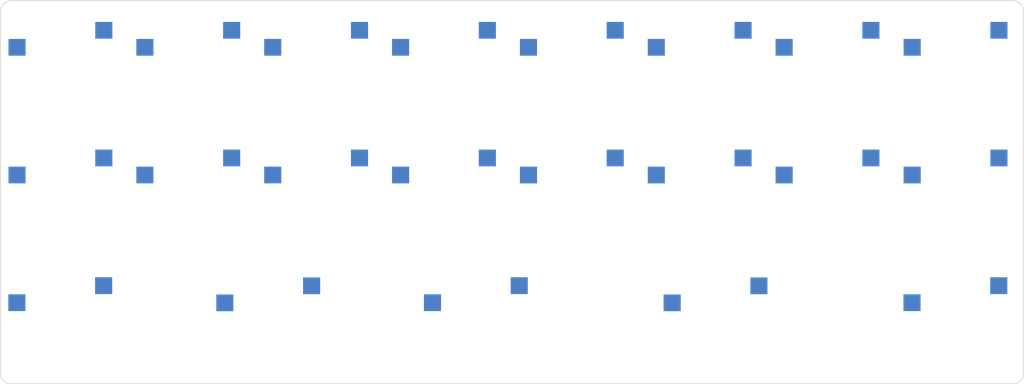
<source format=kicad_pcb>
(kicad_pcb (version 20221018) (generator pcbnew)
  (layers (0 "F.Cu" signal) (31 "B.Cu" signal) (34 "B.Paste" user) (35 "F.Paste" user) (36 "B.SilkS" user "B.Silkscreen") (37 "F.SilkS" user "F.Silkscreen") (38 "B.Mask" user) (39 "F.Mask" user) (44 "Edge.Cuts" user))
  (net 0 "")
  (footprint "MX_Only:MXOnly-1U-Hotswap" (layer "F.Cu") (at 137.795 106.0196)
    (fp_text reference "REF13")
    (fp_text value "1U")
    (pad "" np_thru_hole circle (at -5.08 0 48.0996) (size 1.75 1.75) (drill 1.75) (layers "F&B.Cu" "*.Mask"))
    (pad "" np_thru_hole circle (at -3.81 -2.54) (size 3 3) (drill 3) (layers "F&B.Cu" "*.Mask"))
    (pad "" np_thru_hole circle (at 0 0) (size 3.9878 3.9878) (drill 3.9878) (layers "F&B.Cu" "*.Mask"))
    (pad "" np_thru_hole circle (at 2.54 -5.08) (size 3 3) (drill 3) (layers "F&B.Cu" "*.Mask"))
    (pad "" np_thru_hole circle (at 5.08 0 48.0996) (size 1.75 1.75) (drill 1.75) (layers "F&B.Cu" "*.Mask"))
    (pad "1" smd rect (at -7.085 -2.54) (size 2.55 2.5) (layers "B.Cu" "B.Paste" "B.Mask"))
    (pad "2" smd rect (at 5.842 -5.08) (size 2.55 2.5) (layers "B.Cu" "B.Paste" "B.Mask"))
  )
  (footprint "MX_Only:MXOnly-2.75U-Hotswap-ReversedStabilizers" (layer "F.Cu") (at 178.2572 125.095)
    (fp_text reference "REFS2")
    (fp_text value "2.75U")
    (pad "" np_thru_hole circle (at -11.938 -8.255) (size 3.9878 3.9878) (drill 3.9878) (layers "*.Cu" "*.Mask"))
    (pad "" np_thru_hole circle (at -11.938 6.985) (size 3.048 3.048) (drill 3.048) (layers "*.Cu" "*.Mask"))
    (pad "" np_thru_hole circle (at -5.08 0 48.0996) (size 1.75 1.75) (drill 1.75) (layers "*.Cu" "*.Mask"))
    (pad "" np_thru_hole circle (at -3.81 -2.54) (size 3 3) (drill 3) (layers "*.Cu" "*.Mask"))
    (pad "" np_thru_hole circle (at 0 0) (size 3.9878 3.9878) (drill 3.9878) (layers "*.Cu" "*.Mask"))
    (pad "" np_thru_hole circle (at 2.54 -5.08) (size 3 3) (drill 3) (layers "*.Cu" "*.Mask"))
    (pad "" np_thru_hole circle (at 5.08 0 48.0996) (size 1.75 1.75) (drill 1.75) (layers "*.Cu" "*.Mask"))
    (pad "" np_thru_hole circle (at 11.938 -8.255) (size 3.9878 3.9878) (drill 3.9878) (layers "*.Cu" "*.Mask"))
    (pad "" np_thru_hole circle (at 11.938 6.985) (size 3.048 3.048) (drill 3.048) (layers "*.Cu" "*.Mask"))
    (pad "1" smd rect (at -7.085 -2.54) (size 2.55 2.5) (layers "B.Cu" "B.Paste" "B.Mask"))
    (pad "2" smd rect (at 5.842 -5.08) (size 2.55 2.5) (layers "B.Cu" "B.Paste" "B.Mask"))
  )
  (footprint "MX_Only:MXOnly-1U-Hotswap" (layer "F.Cu") (at 137.795 86.9696)
    (fp_text reference "REF03")
    (fp_text value "1U")
    (pad "" np_thru_hole circle (at -5.08 0 48.0996) (size 1.75 1.75) (drill 1.75) (layers "F&B.Cu" "*.Mask"))
    (pad "" np_thru_hole circle (at -3.81 -2.54) (size 3 3) (drill 3) (layers "F&B.Cu" "*.Mask"))
    (pad "" np_thru_hole circle (at 0 0) (size 3.9878 3.9878) (drill 3.9878) (layers "F&B.Cu" "*.Mask"))
    (pad "" np_thru_hole circle (at 2.54 -5.08) (size 3 3) (drill 3) (layers "F&B.Cu" "*.Mask"))
    (pad "" np_thru_hole circle (at 5.08 0 48.0996) (size 1.75 1.75) (drill 1.75) (layers "F&B.Cu" "*.Mask"))
    (pad "1" smd rect (at -7.085 -2.54) (size 2.55 2.5) (layers "B.Cu" "B.Paste" "B.Mask"))
    (pad "2" smd rect (at 5.842 -5.08) (size 2.55 2.5) (layers "B.Cu" "B.Paste" "B.Mask"))
  )
  (footprint "MX_Only:MXOnly-1U-Hotswap" (layer "F.Cu") (at 80.645 86.9696)
    (fp_text reference "REF00")
    (fp_text value "1U")
    (pad "" np_thru_hole circle (at -5.08 0 48.0996) (size 1.75 1.75) (drill 1.75) (layers "F&B.Cu" "*.Mask"))
    (pad "" np_thru_hole circle (at -3.81 -2.54) (size 3 3) (drill 3) (layers "F&B.Cu" "*.Mask"))
    (pad "" np_thru_hole circle (at 0 0) (size 3.9878 3.9878) (drill 3.9878) (layers "F&B.Cu" "*.Mask"))
    (pad "" np_thru_hole circle (at 2.54 -5.08) (size 3 3) (drill 3) (layers "F&B.Cu" "*.Mask"))
    (pad "" np_thru_hole circle (at 5.08 0 48.0996) (size 1.75 1.75) (drill 1.75) (layers "F&B.Cu" "*.Mask"))
    (pad "1" smd rect (at -7.085 -2.54) (size 2.55 2.5) (layers "B.Cu" "B.Paste" "B.Mask"))
    (pad "2" smd rect (at 5.842 -5.08) (size 2.55 2.5) (layers "B.Cu" "B.Paste" "B.Mask"))
  )
  (footprint "MX_Only:MXOnly-1U-Hotswap" (layer "F.Cu") (at 118.745 86.9696)
    (fp_text reference "REF02")
    (fp_text value "1U")
    (pad "" np_thru_hole circle (at -5.08 0 48.0996) (size 1.75 1.75) (drill 1.75) (layers "F&B.Cu" "*.Mask"))
    (pad "" np_thru_hole circle (at -3.81 -2.54) (size 3 3) (drill 3) (layers "F&B.Cu" "*.Mask"))
    (pad "" np_thru_hole circle (at 0 0) (size 3.9878 3.9878) (drill 3.9878) (layers "F&B.Cu" "*.Mask"))
    (pad "" np_thru_hole circle (at 2.54 -5.08) (size 3 3) (drill 3) (layers "F&B.Cu" "*.Mask"))
    (pad "" np_thru_hole circle (at 5.08 0 48.0996) (size 1.75 1.75) (drill 1.75) (layers "F&B.Cu" "*.Mask"))
    (pad "1" smd rect (at -7.085 -2.54) (size 2.55 2.5) (layers "B.Cu" "B.Paste" "B.Mask"))
    (pad "2" smd rect (at 5.842 -5.08) (size 2.55 2.5) (layers "B.Cu" "B.Paste" "B.Mask"))
  )
  (footprint "MX_Only:MXOnly-1U-Hotswap" (layer "F.Cu") (at 214.0204 86.9696)
    (fp_text reference "REF07")
    (fp_text value "1U")
    (pad "" np_thru_hole circle (at -5.08 0 48.0996) (size 1.75 1.75) (drill 1.75) (layers "F&B.Cu" "*.Mask"))
    (pad "" np_thru_hole circle (at -3.81 -2.54) (size 3 3) (drill 3) (layers "F&B.Cu" "*.Mask"))
    (pad "" np_thru_hole circle (at 0 0) (size 3.9878 3.9878) (drill 3.9878) (layers "F&B.Cu" "*.Mask"))
    (pad "" np_thru_hole circle (at 2.54 -5.08) (size 3 3) (drill 3) (layers "F&B.Cu" "*.Mask"))
    (pad "" np_thru_hole circle (at 5.08 0 48.0996) (size 1.75 1.75) (drill 1.75) (layers "F&B.Cu" "*.Mask"))
    (pad "1" smd rect (at -7.085 -2.54) (size 2.55 2.5) (layers "B.Cu" "B.Paste" "B.Mask"))
    (pad "2" smd rect (at 5.842 -5.08) (size 2.55 2.5) (layers "B.Cu" "B.Paste" "B.Mask"))
  )
  (footprint "MX_Only:MXOnly-1U-Hotswap" (layer "F.Cu") (at 213.995 125.0696)
    (fp_text reference "REF27")
    (fp_text value "1U")
    (pad "" np_thru_hole circle (at -5.08 0 48.0996) (size 1.75 1.75) (drill 1.75) (layers "F&B.Cu" "*.Mask"))
    (pad "" np_thru_hole circle (at -3.81 -2.54) (size 3 3) (drill 3) (layers "F&B.Cu" "*.Mask"))
    (pad "" np_thru_hole circle (at 0 0) (size 3.9878 3.9878) (drill 3.9878) (layers "F&B.Cu" "*.Mask"))
    (pad "" np_thru_hole circle (at 2.54 -5.08) (size 3 3) (drill 3) (layers "F&B.Cu" "*.Mask"))
    (pad "" np_thru_hole circle (at 5.08 0 48.0996) (size 1.75 1.75) (drill 1.75) (layers "F&B.Cu" "*.Mask"))
    (pad "1" smd rect (at -7.085 -2.54) (size 2.55 2.5) (layers "B.Cu" "B.Paste" "B.Mask"))
    (pad "2" smd rect (at 5.842 -5.08) (size 2.55 2.5) (layers "B.Cu" "B.Paste" "B.Mask"))
  )
  (footprint "MX_Only:MXOnly-1U-Hotswap" (layer "F.Cu") (at 80.6196 125.0696)
    (fp_text reference "REF20")
    (fp_text value "1U")
    (pad "" np_thru_hole circle (at -5.08 0 48.0996) (size 1.75 1.75) (drill 1.75) (layers "F&B.Cu" "*.Mask"))
    (pad "" np_thru_hole circle (at -3.81 -2.54) (size 3 3) (drill 3) (layers "F&B.Cu" "*.Mask"))
    (pad "" np_thru_hole circle (at 0 0) (size 3.9878 3.9878) (drill 3.9878) (layers "F&B.Cu" "*.Mask"))
    (pad "" np_thru_hole circle (at 2.54 -5.08) (size 3 3) (drill 3) (layers "F&B.Cu" "*.Mask"))
    (pad "" np_thru_hole circle (at 5.08 0 48.0996) (size 1.75 1.75) (drill 1.75) (layers "F&B.Cu" "*.Mask"))
    (pad "1" smd rect (at -7.085 -2.54) (size 2.55 2.5) (layers "B.Cu" "B.Paste" "B.Mask"))
    (pad "2" smd rect (at 5.842 -5.08) (size 2.55 2.5) (layers "B.Cu" "B.Paste" "B.Mask"))
  )
  (footprint "MX_Only:MXOnly-1U-Hotswap" (layer "F.Cu") (at 194.945 86.9696)
    (fp_text reference "REF06")
    (fp_text value "1U")
    (pad "" np_thru_hole circle (at -5.08 0 48.0996) (size 1.75 1.75) (drill 1.75) (layers "F&B.Cu" "*.Mask"))
    (pad "" np_thru_hole circle (at -3.81 -2.54) (size 3 3) (drill 3) (layers "F&B.Cu" "*.Mask"))
    (pad "" np_thru_hole circle (at 0 0) (size 3.9878 3.9878) (drill 3.9878) (layers "F&B.Cu" "*.Mask"))
    (pad "" np_thru_hole circle (at 2.54 -5.08) (size 3 3) (drill 3) (layers "F&B.Cu" "*.Mask"))
    (pad "" np_thru_hole circle (at 5.08 0 48.0996) (size 1.75 1.75) (drill 1.75) (layers "F&B.Cu" "*.Mask"))
    (pad "1" smd rect (at -7.085 -2.54) (size 2.55 2.5) (layers "B.Cu" "B.Paste" "B.Mask"))
    (pad "2" smd rect (at 5.842 -5.08) (size 2.55 2.5) (layers "B.Cu" "B.Paste" "B.Mask"))
  )
  (footprint "MX_Only:MXOnly-1U-Hotswap" (layer "F.Cu") (at 99.695 86.9696)
    (fp_text reference "REF01")
    (fp_text value "1U")
    (pad "" np_thru_hole circle (at -5.08 0 48.0996) (size 1.75 1.75) (drill 1.75) (layers "F&B.Cu" "*.Mask"))
    (pad "" np_thru_hole circle (at -3.81 -2.54) (size 3 3) (drill 3) (layers "F&B.Cu" "*.Mask"))
    (pad "" np_thru_hole circle (at 0 0) (size 3.9878 3.9878) (drill 3.9878) (layers "F&B.Cu" "*.Mask"))
    (pad "" np_thru_hole circle (at 2.54 -5.08) (size 3 3) (drill 3) (layers "F&B.Cu" "*.Mask"))
    (pad "" np_thru_hole circle (at 5.08 0 48.0996) (size 1.75 1.75) (drill 1.75) (layers "F&B.Cu" "*.Mask"))
    (pad "1" smd rect (at -7.085 -2.54) (size 2.55 2.5) (layers "B.Cu" "B.Paste" "B.Mask"))
    (pad "2" smd rect (at 5.842 -5.08) (size 2.55 2.5) (layers "B.Cu" "B.Paste" "B.Mask"))
  )
  (footprint "MX_Only:MXOnly-1U-Hotswap" (layer "F.Cu") (at 118.745 106.0196)
    (fp_text reference "REF12")
    (fp_text value "1U")
    (pad "" np_thru_hole circle (at -5.08 0 48.0996) (size 1.75 1.75) (drill 1.75) (layers "F&B.Cu" "*.Mask"))
    (pad "" np_thru_hole circle (at -3.81 -2.54) (size 3 3) (drill 3) (layers "F&B.Cu" "*.Mask"))
    (pad "" np_thru_hole circle (at 0 0) (size 3.9878 3.9878) (drill 3.9878) (layers "F&B.Cu" "*.Mask"))
    (pad "" np_thru_hole circle (at 2.54 -5.08) (size 3 3) (drill 3) (layers "F&B.Cu" "*.Mask"))
    (pad "" np_thru_hole circle (at 5.08 0 48.0996) (size 1.75 1.75) (drill 1.75) (layers "F&B.Cu" "*.Mask"))
    (pad "1" smd rect (at -7.085 -2.54) (size 2.55 2.5) (layers "B.Cu" "B.Paste" "B.Mask"))
    (pad "2" smd rect (at 5.842 -5.08) (size 2.55 2.5) (layers "B.Cu" "B.Paste" "B.Mask"))
  )
  (footprint "MX_Only:MXOnly-2.25U-Hotswap-ReversedStabilizers" (layer "F.Cu") (at 111.6076 125.095)
    (fp_text reference "REFS0")
    (fp_text value "2.25U")
    (pad "" np_thru_hole circle (at -11.938 -8.255) (size 3.9878 3.9878) (drill 3.9878) (layers "*.Cu" "*.Mask"))
    (pad "" np_thru_hole circle (at -11.938 6.985) (size 3.048 3.048) (drill 3.048) (layers "*.Cu" "*.Mask"))
    (pad "" np_thru_hole circle (at -5.08 0 48.0996) (size 1.75 1.75) (drill 1.75) (layers "*.Cu" "*.Mask"))
    (pad "" np_thru_hole circle (at -3.81 -2.54) (size 3 3) (drill 3) (layers "*.Cu" "*.Mask"))
    (pad "" np_thru_hole circle (at 0 0) (size 3.9878 3.9878) (drill 3.9878) (layers "*.Cu" "*.Mask"))
    (pad "" np_thru_hole circle (at 2.54 -5.08) (size 3 3) (drill 3) (layers "*.Cu" "*.Mask"))
    (pad "" np_thru_hole circle (at 5.08 0 48.0996) (size 1.75 1.75) (drill 1.75) (layers "*.Cu" "*.Mask"))
    (pad "" np_thru_hole circle (at 11.938 -8.255) (size 3.9878 3.9878) (drill 3.9878) (layers "*.Cu" "*.Mask"))
    (pad "" np_thru_hole circle (at 11.938 6.985) (size 3.048 3.048) (drill 3.048) (layers "*.Cu" "*.Mask"))
    (pad "1" smd rect (at -7.085 -2.54) (size 2.55 2.5) (layers "B.Cu" "B.Paste" "B.Mask"))
    (pad "2" smd rect (at 5.842 -5.08) (size 2.55 2.5) (layers "B.Cu" "B.Paste" "B.Mask"))
  )
  (footprint "MX_Only:MXOnly-1U-Hotswap" (layer "F.Cu") (at 80.645 106.0196)
    (fp_text reference "REF10")
    (fp_text value "1U")
    (pad "" np_thru_hole circle (at -5.08 0 48.0996) (size 1.75 1.75) (drill 1.75) (layers "F&B.Cu" "*.Mask"))
    (pad "" np_thru_hole circle (at -3.81 -2.54) (size 3 3) (drill 3) (layers "F&B.Cu" "*.Mask"))
    (pad "" np_thru_hole circle (at 0 0) (size 3.9878 3.9878) (drill 3.9878) (layers "F&B.Cu" "*.Mask"))
    (pad "" np_thru_hole circle (at 2.54 -5.08) (size 3 3) (drill 3) (layers "F&B.Cu" "*.Mask"))
    (pad "" np_thru_hole circle (at 5.08 0 48.0996) (size 1.75 1.75) (drill 1.75) (layers "F&B.Cu" "*.Mask"))
    (pad "1" smd rect (at -7.085 -2.54) (size 2.55 2.5) (layers "B.Cu" "B.Paste" "B.Mask"))
    (pad "2" smd rect (at 5.842 -5.08) (size 2.55 2.5) (layers "B.Cu" "B.Paste" "B.Mask"))
  )
  (footprint "MX_Only:MXOnly-1U-Hotswap" (layer "F.Cu") (at 156.845 106.0196)
    (fp_text reference "REF14")
    (fp_text value "1U")
    (pad "" np_thru_hole circle (at -5.08 0 48.0996) (size 1.75 1.75) (drill 1.75) (layers "F&B.Cu" "*.Mask"))
    (pad "" np_thru_hole circle (at -3.81 -2.54) (size 3 3) (drill 3) (layers "F&B.Cu" "*.Mask"))
    (pad "" np_thru_hole circle (at 0 0) (size 3.9878 3.9878) (drill 3.9878) (layers "F&B.Cu" "*.Mask"))
    (pad "" np_thru_hole circle (at 2.54 -5.08) (size 3 3) (drill 3) (layers "F&B.Cu" "*.Mask"))
    (pad "" np_thru_hole circle (at 5.08 0 48.0996) (size 1.75 1.75) (drill 1.75) (layers "F&B.Cu" "*.Mask"))
    (pad "1" smd rect (at -7.085 -2.54) (size 2.55 2.5) (layers "B.Cu" "B.Paste" "B.Mask"))
    (pad "2" smd rect (at 5.842 -5.08) (size 2.55 2.5) (layers "B.Cu" "B.Paste" "B.Mask"))
  )
  (footprint "MX_Only:MXOnly-1U-Hotswap" (layer "F.Cu") (at 142.5448 125.0696)
    (fp_text reference "REFS1")
    (fp_text value "1U")
    (pad "" np_thru_hole circle (at -5.08 0 48.0996) (size 1.75 1.75) (drill 1.75) (layers "*.Cu" "*.Mask"))
    (pad "" np_thru_hole circle (at -3.81 -2.54) (size 3 3) (drill 3) (layers "*.Cu" "*.Mask"))
    (pad "" np_thru_hole circle (at 0 0) (size 3.9878 3.9878) (drill 3.9878) (layers "*.Cu" "*.Mask"))
    (pad "" np_thru_hole circle (at 2.54 -5.08) (size 3 3) (drill 3) (layers "*.Cu" "*.Mask"))
    (pad "" np_thru_hole circle (at 5.08 0 48.0996) (size 1.75 1.75) (drill 1.75) (layers "*.Cu" "*.Mask"))
    (pad "1" smd rect (at -7.085 -2.54) (size 2.55 2.5) (layers "B.Cu" "B.Paste" "B.Mask"))
    (pad "2" smd rect (at 5.842 -5.08) (size 2.55 2.5) (layers "B.Cu" "B.Paste" "B.Mask"))
  )
  (footprint "MX_Only:MXOnly-1U-Hotswap" (layer "F.Cu") (at 99.695 106.0196)
    (fp_text reference "REF11")
    (fp_text value "1U")
    (pad "" np_thru_hole circle (at -5.08 0 48.0996) (size 1.75 1.75) (drill 1.75) (layers "F&B.Cu" "*.Mask"))
    (pad "" np_thru_hole circle (at -3.81 -2.54) (size 3 3) (drill 3) (layers "F&B.Cu" "*.Mask"))
    (pad "" np_thru_hole circle (at 0 0) (size 3.9878 3.9878) (drill 3.9878) (layers "F&B.Cu" "*.Mask"))
    (pad "" np_thru_hole circle (at 2.54 -5.08) (size 3 3) (drill 3) (layers "F&B.Cu" "*.Mask"))
    (pad "" np_thru_hole circle (at 5.08 0 48.0996) (size 1.75 1.75) (drill 1.75) (layers "F&B.Cu" "*.Mask"))
    (pad "1" smd rect (at -7.085 -2.54) (size 2.55 2.5) (layers "B.Cu" "B.Paste" "B.Mask"))
    (pad "2" smd rect (at 5.842 -5.08) (size 2.55 2.5) (layers "B.Cu" "B.Paste" "B.Mask"))
  )
  (footprint "MX_Only:MXOnly-1U-Hotswap" (layer "F.Cu") (at 156.845 86.9696)
    (fp_text reference "REF04")
    (fp_text value "1U")
    (pad "" np_thru_hole circle (at -5.08 0 48.0996) (size 1.75 1.75) (drill 1.75) (layers "F&B.Cu" "*.Mask"))
    (pad "" np_thru_hole circle (at -3.81 -2.54) (size 3 3) (drill 3) (layers "F&B.Cu" "*.Mask"))
    (pad "" np_thru_hole circle (at 0 0) (size 3.9878 3.9878) (drill 3.9878) (layers "F&B.Cu" "*.Mask"))
    (pad "" np_thru_hole circle (at 2.54 -5.08) (size 3 3) (drill 3) (layers "F&B.Cu" "*.Mask"))
    (pad "" np_thru_hole circle (at 5.08 0 48.0996) (size 1.75 1.75) (drill 1.75) (layers "F&B.Cu" "*.Mask"))
    (pad "1" smd rect (at -7.085 -2.54) (size 2.55 2.5) (layers "B.Cu" "B.Paste" "B.Mask"))
    (pad "2" smd rect (at 5.842 -5.08) (size 2.55 2.5) (layers "B.Cu" "B.Paste" "B.Mask"))
  )
  (footprint "MX_Only:MXOnly-1U-Hotswap" (layer "F.Cu") (at 214.0204 106.0196)
    (fp_text reference "REF17")
    (fp_text value "1U")
    (pad "" np_thru_hole circle (at -5.08 0 48.0996) (size 1.75 1.75) (drill 1.75) (layers "F&B.Cu" "*.Mask"))
    (pad "" np_thru_hole circle (at -3.81 -2.54) (size 3 3) (drill 3) (layers "F&B.Cu" "*.Mask"))
    (pad "" np_thru_hole circle (at 0 0) (size 3.9878 3.9878) (drill 3.9878) (layers "F&B.Cu" "*.Mask"))
    (pad "" np_thru_hole circle (at 2.54 -5.08) (size 3 3) (drill 3) (layers "F&B.Cu" "*.Mask"))
    (pad "" np_thru_hole circle (at 5.08 0 48.0996) (size 1.75 1.75) (drill 1.75) (layers "F&B.Cu" "*.Mask"))
    (pad "1" smd rect (at -7.085 -2.54) (size 2.55 2.5) (layers "B.Cu" "B.Paste" "B.Mask"))
    (pad "2" smd rect (at 5.842 -5.08) (size 2.55 2.5) (layers "B.Cu" "B.Paste" "B.Mask"))
  )
  (footprint "MX_Only:MXOnly-1U-Hotswap" (layer "F.Cu") (at 175.895 86.9696)
    (fp_text reference "REF05")
    (fp_text value "1U")
    (pad "" np_thru_hole circle (at -5.08 0 48.0996) (size 1.75 1.75) (drill 1.75) (layers "F&B.Cu" "*.Mask"))
    (pad "" np_thru_hole circle (at -3.81 -2.54) (size 3 3) (drill 3) (layers "F&B.Cu" "*.Mask"))
    (pad "" np_thru_hole circle (at 0 0) (size 3.9878 3.9878) (drill 3.9878) (layers "F&B.Cu" "*.Mask"))
    (pad "" np_thru_hole circle (at 2.54 -5.08) (size 3 3) (drill 3) (layers "F&B.Cu" "*.Mask"))
    (pad "" np_thru_hole circle (at 5.08 0 48.0996) (size 1.75 1.75) (drill 1.75) (layers "F&B.Cu" "*.Mask"))
    (pad "1" smd rect (at -7.085 -2.54) (size 2.55 2.5) (layers "B.Cu" "B.Paste" "B.Mask"))
    (pad "2" smd rect (at 5.842 -5.08) (size 2.55 2.5) (layers "B.Cu" "B.Paste" "B.Mask"))
  )
  (footprint "MX_Only:MXOnly-1U-Hotswap" (layer "F.Cu") (at 175.895 106.0196)
    (fp_text reference "REF15")
    (fp_text value "1U")
    (pad "" np_thru_hole circle (at -5.08 0 48.0996) (size 1.75 1.75) (drill 1.75) (layers "F&B.Cu" "*.Mask"))
    (pad "" np_thru_hole circle (at -3.81 -2.54) (size 3 3) (drill 3) (layers "F&B.Cu" "*.Mask"))
    (pad "" np_thru_hole circle (at 0 0) (size 3.9878 3.9878) (drill 3.9878) (layers "F&B.Cu" "*.Mask"))
    (pad "" np_thru_hole circle (at 2.54 -5.08) (size 3 3) (drill 3) (layers "F&B.Cu" "*.Mask"))
    (pad "" np_thru_hole circle (at 5.08 0 48.0996) (size 1.75 1.75) (drill 1.75) (layers "F&B.Cu" "*.Mask"))
    (pad "1" smd rect (at -7.085 -2.54) (size 2.55 2.5) (layers "B.Cu" "B.Paste" "B.Mask"))
    (pad "2" smd rect (at 5.842 -5.08) (size 2.55 2.5) (layers "B.Cu" "B.Paste" "B.Mask"))
  )
  (footprint "MX_Only:MXOnly-1U-Hotswap" (layer "F.Cu") (at 194.945 106.0196)
    (fp_text reference "REF16")
    (fp_text value "1U")
    (pad "" np_thru_hole circle (at -5.08 0 48.0996) (size 1.75 1.75) (drill 1.75) (layers "F&B.Cu" "*.Mask"))
    (pad "" np_thru_hole circle (at -3.81 -2.54) (size 3 3) (drill 3) (layers "F&B.Cu" "*.Mask"))
    (pad "" np_thru_hole circle (at 0 0) (size 3.9878 3.9878) (drill 3.9878) (layers "F&B.Cu" "*.Mask"))
    (pad "" np_thru_hole circle (at 2.54 -5.08) (size 3 3) (drill 3) (layers "F&B.Cu" "*.Mask"))
    (pad "" np_thru_hole circle (at 5.08 0 48.0996) (size 1.75 1.75) (drill 1.75) (layers "F&B.Cu" "*.Mask"))
    (pad "1" smd rect (at -7.085 -2.54) (size 2.55 2.5) (layers "B.Cu" "B.Paste" "B.Mask"))
    (pad "2" smd rect (at 5.842 -5.08) (size 2.55 2.5) (layers "B.Cu" "B.Paste" "B.Mask"))
  )
  (gr_line (start 167.46669 77.470159) (end 167.267395 77.470159) (stroke (width 0.1)) (layer "Edge.Cuts"))
  (gr_line (start 90.17852 77.470159) (end 89.97842 77.470159) (stroke (width 0.1)) (layer "Edge.Cuts"))
  (gr_line (start 199.642502 134.62) (end 199.841812 134.62) (stroke (width 0.1)) (layer "Edge.Cuts"))
  (gr_line (start 218.61647 134.62) (end 218.815765 134.62) (stroke (width 0.1)) (layer "Edge.Cuts"))
  (gr_line (start 210.231323 134.62) (end 210.430923 134.62) (stroke (width 0.1)) (layer "Edge.Cuts"))
  (gr_line (start 71.110111 99.151868) (end 71.110111 99.351865) (stroke (width 0.1)) (layer "Edge.Cuts"))
  (gr_line (start 213.826645 134.62) (end 214.026245 134.62) (stroke (width 0.1)) (layer "Edge.Cuts"))
  (gr_line (start 107.164604 134.62) (end 107.364799 134.62) (stroke (width 0.1)) (layer "Edge.Cuts"))
  (gr_line (start 84.786911 77.470159) (end 84.587711 77.470159) (stroke (width 0.1)) (layer "Edge.Cuts"))
  (gr_line (start 162.675598 77.470159) (end 162.475197 77.470159) (stroke (width 0.1)) (layer "Edge.Cuts"))
  (gr_line (start 204.041122 134.62) (end 204.241531 134.62) (stroke (width 0.1)) (layer "Edge.Cuts"))
  (gr_line (start 84.601807 134.62) (end 84.800606 134.62) (stroke (width 0.1)) (layer "Edge.Cuts"))
  (gr_line (start 223.510116 131.121411) (end 223.510116 130.92191) (stroke (width 0.1)) (layer "Edge.Cuts"))
  (gr_line (start 81.006409 134.62) (end 81.206608 134.62) (stroke (width 0.1)) (layer "Edge.Cuts"))
  (gr_line (start 223.510116 121.329999) (end 223.510116 121.131101) (stroke (width 0.1)) (layer "Edge.Cuts"))
  (gr_line (start 95.183098 134.62) (end 95.382198 134.62) (stroke (width 0.1)) (layer "Edge.Cuts"))
  (gr_line (start 192.847473 77.470159) (end 192.648178 77.470159) (stroke (width 0.1)) (layer "Edge.Cuts"))
  (gr_line (start 97.573616 77.470159) (end 97.374718 77.470159) (stroke (width 0.1)) (layer "Edge.Cuts"))
  (gr_line (start 189.851883 77.470159) (end 189.652679 77.470159) (stroke (width 0.1)) (layer "Edge.Cuts"))
  (gr_line (start 116.769897 134.62) (end 116.9697 134.62) (stroke (width 0.1)) (layer "Edge.Cuts"))
  (gr_line (start 72.809505 134.62) (end 73.009106 134.62) (stroke (width 0.1)) (layer "Edge.Cuts"))
  (gr_line (start 153.114097 134.62) (end 153.314598 134.62) (stroke (width 0.1)) (layer "Edge.Cuts"))
  (gr_line (start 223.510116 111.939389) (end 223.510116 111.739087) (stroke (width 0.1)) (layer "Edge.Cuts"))
  (gr_line (start 123.356541 134.62) (end 123.5569 134.62) (stroke (width 0.1)) (layer "Edge.Cuts"))
  (gr_line (start 71.110111 121.527097) (end 71.110111 121.7273) (stroke (width 0.1)) (layer "Edge.Cuts"))
  (gr_line (start 163.871399 77.470159) (end 163.6716 77.470159) (stroke (width 0.1)) (layer "Edge.Cuts"))
  (gr_line (start 127.326355 77.470159) (end 127.125755 77.470159) (stroke (width 0.1)) (layer "Edge.Cuts"))
  (gr_line (start 126.925735 77.470159) (end 126.726318 77.470159) (stroke (width 0.1)) (layer "Edge.Cuts"))
  (gr_line (start 71.110111 80.170148) (end 71.110111 80.370145) (stroke (width 0.1)) (layer "Edge.Cuts"))
  (gr_line (start 223.510116 82.76711) (end 223.510116 82.567113) (stroke (width 0.1)) (layer "Edge.Cuts"))
  (gr_line (start 131.347725 134.62) (end 131.546913 134.62) (stroke (width 0.1)) (layer "Edge.Cuts"))
  (gr_line (start 97.180603 134.62) (end 97.380901 134.62) (stroke (width 0.1)) (layer "Edge.Cuts"))
  (gr_line (start 183.651581 77.470159) (end 183.452881 77.470159) (stroke (width 0.1)) (layer "Edge.Cuts"))
  (gr_line (start 223.510116 91.362981) (end 223.510116 91.162984) (stroke (width 0.1)) (layer "Edge.Cuts"))
  (gr_line (start 158.679794 77.470159) (end 158.480301 77.470159) (stroke (width 0.1)) (layer "Edge.Cuts"))
  (gr_line (start 221.212479 134.62) (end 221.411972 134.62) (stroke (width 0.1)) (layer "Edge.Cuts"))
  (gr_line (start 102.368614 77.470159) (end 102.168613 77.470159) (stroke (width 0.1)) (layer "Edge.Cuts"))
  (gr_line (start 157.1072 134.62) (end 157.306801 134.62) (stroke (width 0.1)) (layer "Edge.Cuts"))
  (gr_line (start 223.510116 130.324712) (end 223.510116 130.124814) (stroke (width 0.1)) (layer "Edge.Cuts"))
  (gr_line (start 96.5816 134.62) (end 96.781002 134.62) (stroke (width 0.1)) (layer "Edge.Cuts"))
  (gr_line (start 79.396709 77.470159) (end 79.19751 77.470159) (stroke (width 0.1)) (layer "Edge.Cuts"))
  (gr_line (start 223.510116 84.76608) (end 223.510116 84.567083) (stroke (width 0.1)) (layer "Edge.Cuts"))
  (gr_line (start 137.313484 77.470159) (end 137.114296 77.470159) (stroke (width 0.1)) (layer "Edge.Cuts"))
  (gr_line (start 216.820755 134.62) (end 217.020859 134.62) (stroke (width 0.1)) (layer "Edge.Cuts"))
  (gr_line (start 223.510116 91.961972) (end 223.510116 91.761975) (stroke (width 0.1)) (layer "Edge.Cuts"))
  (gr_line (start 111.15031 77.470159) (end 110.95071 77.470159) (stroke (width 0.1)) (layer "Edge.Cuts"))
  (gr_line (start 140.133804 134.62) (end 140.333107 134.62) (stroke (width 0.1)) (layer "Edge.Cuts"))
  (gr_line (start 152.290298 77.470159) (end 152.090599 77.470159) (stroke (width 0.1)) (layer "Edge.Cuts"))
  (gr_line (start 100.374801 134.62) (end 100.574802 134.62) (stroke (width 0.1)) (layer "Edge.Cuts"))
  (gr_line (start 161.101799 134.62) (end 161.302399 134.62) (stroke (width 0.1)) (layer "Edge.Cuts"))
  (gr_line (start 107.965599 134.62) (end 108.166 134.62) (stroke (width 0.1)) (layer "Edge.Cuts"))
  (gr_line (start 164.897903 134.62) (end 165.097107 134.62) (stroke (width 0.1)) (layer "Edge.Cuts"))
  (gr_line (start 176.880699 134.62) (end 177.079399 134.62) (stroke (width 0.1)) (layer "Edge.Cuts"))
  (gr_line (start 218.41716 134.62) (end 218.61647 134.62) (stroke (width 0.1)) (layer "Edge.Cuts"))
  (gr_line (start 156.882294 77.470159) (end 156.683296 77.470159) (stroke (width 0.1)) (layer "Edge.Cuts"))
  (gr_line (start 192.448776 77.470159) (end 192.249176 77.470159) (stroke (width 0.1)) (layer "Edge.Cuts"))
  (gr_line (start 209.633926 134.62) (end 209.83342 134.62) (stroke (width 0.1)) (layer "Edge.Cuts"))
  (gr_line (start 144.499504 77.470159) (end 144.299606 77.470159) (stroke (width 0.1)) (layer "Edge.Cuts"))
  (gr_line (start 71.110111 82.967107) (end 71.110111 83.166104) (stroke (width 0.1)) (layer "Edge.Cuts"))
  (gr_line (start 156.708099 134.62) (end 156.907097 134.62) (stroke (width 0.1)) (layer "Edge.Cuts"))
  (gr_line (start 223.510116 121.929303) (end 223.510116 121.729901) (stroke (width 0.1)) (layer "Edge.Cuts"))
  (gr_line (start 116.570099 134.62) (end 116.769897 134.62) (stroke (width 0.1)) (layer "Edge.Cuts"))
  (gr_line (start 166.670296 77.470159) (end 166.469696 77.470159) (stroke (width 0.1)) (layer "Edge.Cuts"))
  (gr_line (start 93.979717 77.470159) (end 93.779316 77.470159) (stroke (width 0.1)) (layer "Edge.Cuts"))
  (gr_line (start 223.510116 99.149869) (end 223.510116 98.950872) (stroke (width 0.1)) (layer "Edge.Cuts"))
  (gr_line (start 126.35437 134.62) (end 126.55442 134.62) (stroke (width 0.1)) (layer "Edge.Cuts"))
  (gr_line (start 222.584701 77.584165) (end 222.398605 77.521161) (stroke (width 0.1)) (layer "Edge.Cuts"))
  (gr_line (start 71.110111 106.146268) (end 71.110111 106.34657) (stroke (width 0.1)) (layer "Edge.Cuts"))
  (gr_line (start 116.343807 77.470159) (end 116.143608 77.470159) (stroke (width 0.1)) (layer "Edge.Cuts"))
  (gr_line (start 110.77 134.62) (end 110.9687 134.62) (stroke (width 0.1)) (layer "Edge.Cuts"))
  (gr_line (start 140.333107 134.62) (end 140.532204 134.62) (stroke (width 0.1)) (layer "Edge.Cuts"))
  (gr_line (start 71.110111 115.136495) (end 71.110111 115.335797) (stroke (width 0.1)) (layer "Edge.Cuts"))
  (gr_line (start 84.389011 77.470159) (end 84.189411 77.470159) (stroke (width 0.1)) (layer "Edge.Cuts"))
  (gr_line (start 137.738006 134.62) (end 137.937027 134.62) (stroke (width 0.1)) (layer "Edge.Cuts"))
  (gr_line (start 121.334217 77.470159) (end 121.134556 77.470159) (stroke (width 0.1)) (layer "Edge.Cuts"))
  (gr_line (start 71.110111 98.551877) (end 71.110111 98.750875) (stroke (width 0.1)) (layer "Edge.Cuts"))
  (gr_line (start 197.845505 134.62) (end 198.045105 134.62) (stroke (width 0.1)) (layer "Edge.Cuts"))
  (gr_line (start 217.22026 134.62) (end 217.420669 134.62) (stroke (width 0.1)) (layer "Edge.Cuts"))
  (gr_line (start 120.935585 77.470159) (end 120.736076 77.470159) (stroke (width 0.1)) (layer "Edge.Cuts"))
  (gr_line (start 135.340423 134.62) (end 135.540695 134.62) (stroke (width 0.1)) (layer "Edge.Cuts"))
  (gr_line (start 96.575218 77.470159) (end 96.375816 77.470159) (stroke (width 0.1)) (layer "Edge.Cuts"))
  (gr_line (start 140.706802 77.470159) (end 140.508102 77.470159) (stroke (width 0.1)) (layer "Edge.Cuts"))
  (gr_line (start 220.6129 77.470159) (end 220.412613 77.470159) (stroke (width 0.1)) (layer "Edge.Cuts"))
  (gr_line (start 115.5699 134.62) (end 115.7701 134.62) (stroke (width 0.1)) (layer "Edge.Cuts"))
  (gr_line (start 150.918098 134.62) (end 151.118103 134.62) (stroke (width 0.1)) (layer "Edge.Cuts"))
  (gr_line (start 120.561928 134.62) (end 120.762031 134.62) (stroke (width 0.1)) (layer "Edge.Cuts"))
  (gr_line (start 223.510177 133.119992) (end 223.510116 132.919797) (stroke (width 0.1)) (layer "Edge.Cuts"))
  (gr_line (start 223.510116 93.360952) (end 223.510116 93.159955) (stroke (width 0.1)) (layer "Edge.Cuts"))
  (gr_line (start 132.745163 134.62) (end 132.944733 134.62) (stroke (width 0.1)) (layer "Edge.Cuts"))
  (gr_line (start 223.510116 103.346807) (end 223.510116 103.14581) (stroke (width 0.1)) (layer "Edge.Cuts"))
  (gr_line (start 71.110111 85.765065) (end 71.110111 85.965062) (stroke (width 0.1)) (layer "Edge.Cuts"))
  (gr_line (start 100.175003 134.62) (end 100.374801 134.62) (stroke (width 0.1)) (layer "Edge.Cuts"))
  (gr_line (start 223.510116 101.148839) (end 223.510116 100.948842) (stroke (width 0.1)) (layer "Edge.Cuts"))
  (gr_line (start 85.18621 77.470159) (end 84.986412 77.470159) (stroke (width 0.1)) (layer "Edge.Cuts"))
  (gr_line (start 71.110111 87.364041) (end 71.110111 87.564038) (stroke (width 0.1)) (layer "Edge.Cuts"))
  (gr_line (start 94.578316 77.470159) (end 94.378715 77.470159) (stroke (width 0.1)) (layer "Edge.Cuts"))
  (gr_line (start 221.810776 134.62) (end 222.010177 134.62) (stroke (width 0.1)) (layer "Edge.Cuts"))
  (gr_line (start 194.049408 134.62) (end 194.249008 134.62) (stroke (width 0.1)) (layer "Edge.Cuts"))
  (gr_line (start 136.316002 77.470159) (end 136.116066 77.470159) (stroke (width 0.1)) (layer "Edge.Cuts"))
  (gr_line (start 218.613388 77.470159) (end 218.413406 77.470159) (stroke (width 0.1)) (layer "Edge.Cuts"))
  (gr_line (start 71.122711 78.775167) (end 71.110111 78.970166) (stroke (width 0.1)) (layer "Edge.Cuts"))
  (gr_line (start 137.912231 77.470159) (end 137.713234 77.470159) (stroke (width 0.1)) (layer "Edge.Cuts"))
  (gr_line (start 179.075897 134.62) (end 179.275192 134.62) (stroke (width 0.1)) (layer "Edge.Cuts"))
  (gr_line (start 119.361099 134.62) (end 119.559799 134.62) (stroke (width 0.1)) (layer "Edge.Cuts"))
  (gr_line (start 71.549003 134.180097) (end 71.696003 134.309301) (stroke (width 0.1)) (layer "Edge.Cuts"))
  (gr_line (start 130.148224 134.62) (end 130.348656 134.62) (stroke (width 0.1)) (layer "Edge.Cuts"))
  (gr_line (start 223.510116 90.76399) (end 223.510116 90.562993) (stroke (width 0.1)) (layer "Edge.Cuts"))
  (gr_line (start 223.510116 89.164014) (end 223.510116 88.964017) (stroke (width 0.1)) (layer "Edge.Cuts"))
  (gr_line (start 171.464294 77.470159) (end 171.263794 77.470159) (stroke (width 0.1)) (layer "Edge.Cuts"))
  (gr_line (start 119.736816 77.470159) (end 119.537907 77.470159) (stroke (width 0.1)) (layer "Edge.Cuts"))
  (gr_line (start 223.510116 95.957914) (end 223.510116 95.756917) (stroke (width 0.1)) (layer "Edge.Cuts"))
  (gr_line (start 107.35881 77.470159) (end 107.15831 77.470159) (stroke (width 0.1)) (layer "Edge.Cuts"))
  (gr_line (start 94.384399 134.62) (end 94.583999 134.62) (stroke (width 0.1)) (layer "Edge.Cuts"))
  (gr_line (start 71.110111 105.746473) (end 71.110111 105.946271) (stroke (width 0.1)) (layer "Edge.Cuts"))
  (gr_line (start 195.448318 134.62) (end 195.647415 134.62) (stroke (width 0.1)) (layer "Edge.Cuts"))
  (gr_line (start 104.563309 77.470159) (end 104.363708 77.470159) (stroke (width 0.1)) (layer "Edge.Cuts"))
  (gr_line (start 83.804306 134.62) (end 84.003605 134.62) (stroke (width 0.1)) (layer "Edge.Cuts"))
  (gr_line (start 160.277397 77.470159) (end 160.077797 77.470159) (stroke (width 0.1)) (layer "Edge.Cuts"))
  (gr_line (start 110.9687 134.62) (end 111.1674 134.62) (stroke (width 0.1)) (layer "Edge.Cuts"))
  (gr_line (start 71.110111 118.5295) (end 71.110111 118.729596) (stroke (width 0.1)) (layer "Edge.Cuts"))
  (gr_line (start 194.249008 134.62) (end 194.448807 134.62) (stroke (width 0.1)) (layer "Edge.Cuts"))
  (gr_line (start 71.110111 128.525594) (end 71.110111 128.7245) (stroke (width 0.1)) (layer "Edge.Cuts"))
  (gr_line (start 125.35366 134.62) (end 125.552551 134.62) (stroke (width 0.1)) (layer "Edge.Cuts"))
  (gr_line (start 136.116066 77.470159) (end 135.916603 77.470159) (stroke (width 0.1)) (layer "Edge.Cuts"))
  (gr_line (start 90.391312 134.62) (end 90.59111 134.62) (stroke (width 0.1)) (layer "Edge.Cuts"))
  (gr_line (start 223.510116 87.765035) (end 223.510116 87.565038) (stroke (width 0.1)) (layer "Edge.Cuts"))
  (gr_line (start 148.495804 77.470159) (end 148.295402 77.470159) (stroke (width 0.1)) (layer "Edge.Cuts"))
  (gr_line (start 223.510116 93.959943) (end 223.510116 93.759946) (stroke (width 0.1)) (layer "Edge.Cuts"))
  (gr_line (start 144.328003 134.62) (end 144.528 134.62) (stroke (width 0.1)) (layer "Edge.Cuts"))
  (gr_line (start 109.952614 77.470159) (end 109.752609 77.470159) (stroke (width 0.1)) (layer "Edge.Cuts"))
  (gr_line (start 108.566902 134.62) (end 108.767403 134.62) (stroke (width 0.1)) (layer "Edge.Cuts"))
  (gr_line (start 101.369713 77.470159) (end 101.169617 77.470159) (stroke (width 0.1)) (layer "Edge.Cuts"))
  (gr_line (start 165.496605 134.62) (end 165.696899 134.62) (stroke (width 0.1)) (layer "Edge.Cuts"))
  (gr_line (start 77.607105 134.62) (end 77.806305 134.62) (stroke (width 0.1)) (layer "Edge.Cuts"))
  (gr_line (start 223.510116 111.739087) (end 223.510116 111.539289) (stroke (width 0.1)) (layer "Edge.Cuts"))
  (gr_line (start 186.654678 77.470159) (end 186.454285 77.470159) (stroke (width 0.1)) (layer "Edge.Cuts"))
  (gr_line (start 119.337208 77.470159) (end 119.137306 77.470159) (stroke (width 0.1)) (layer "Edge.Cuts"))
  (gr_line (start 76.006901 134.62) (end 76.206901 134.62) (stroke (width 0.1)) (layer "Edge.Cuts"))
  (gr_line (start 215.412186 77.470159) (end 215.212479 77.470159) (stroke (width 0.1)) (layer "Edge.Cuts"))
  (gr_line (start 71.110111 86.564054) (end 71.110111 86.764051) (stroke (width 0.1)) (layer "Edge.Cuts"))
  (gr_line (start 71.110111 114.339299) (end 71.110111 114.538495) (stroke (width 0.1)) (layer "Edge.Cuts"))
  (gr_line (start 210.616684 77.470159) (end 210.417786 77.470159) (stroke (width 0.1)) (layer "Edge.Cuts"))
  (gr_line (start 72.809612 77.470159) (end 72.610111 77.470159) (stroke (width 0.1)) (layer "Edge.Cuts"))
  (gr_line (start 199.437179 77.470159) (end 199.238083 77.470159) (stroke (width 0.1)) (layer "Edge.Cuts"))
  (gr_line (start 71.110111 125.123593) (end 71.110111 125.323796) (stroke (width 0.1)) (layer "Edge.Cuts"))
  (gr_line (start 74.607113 77.470159) (end 74.406612 77.470159) (stroke (width 0.1)) (layer "Edge.Cuts"))
  (gr_line (start 179.250595 77.470159) (end 179.0504 77.470159) (stroke (width 0.1)) (layer "Edge.Cuts"))
  (gr_line (start 135.940483 134.62) (end 136.140007 134.62) (stroke (width 0.1)) (layer "Edge.Cuts"))
  (gr_line (start 196.047012 134.62) (end 196.247604 134.62) (stroke (width 0.1)) (layer "Edge.Cuts"))
  (gr_line (start 108.755211 77.470159) (end 108.555206 77.470159) (stroke (width 0.1)) (layer "Edge.Cuts"))
  (gr_line (start 71.110111 105.946271) (end 71.110111 106.146268) (stroke (width 0.1)) (layer "Edge.Cuts"))
  (gr_line (start 86.982815 77.470159) (end 86.783314 77.470159) (stroke (width 0.1)) (layer "Edge.Cuts"))
  (gr_line (start 168.666496 77.470159) (end 168.466095 77.470159) (stroke (width 0.1)) (layer "Edge.Cuts"))
  (gr_line (start 134.517113 77.470159) (end 134.316994 77.470159) (stroke (width 0.1)) (layer "Edge.Cuts"))
  (gr_line (start 113.546608 77.470159) (end 113.346908 77.470159) (stroke (width 0.1)) (layer "Edge.Cuts"))
  (gr_line (start 97.780201 134.62) (end 97.979301 134.62) (stroke (width 0.1)) (layer "Edge.Cuts"))
  (gr_line (start 165.868996 77.470159) (end 165.669197 77.470159) (stroke (width 0.1)) (layer "Edge.Cuts"))
  (gr_line (start 223.510116 120.932004) (end 223.510116 120.732602) (stroke (width 0.1)) (layer "Edge.Cuts"))
  (gr_line (start 111.962299 134.62) (end 112.162102 134.62) (stroke (width 0.1)) (layer "Edge.Cuts"))
  (gr_line (start 190.056999 134.62) (end 190.256599 134.62) (stroke (width 0.1)) (layer "Edge.Cuts"))
  (gr_line (start 223.510116 119.733609) (end 223.510116 119.533506) (stroke (width 0.1)) (layer "Edge.Cuts"))
  (gr_line (start 71.110111 129.124196) (end 71.110111 129.323293) (stroke (width 0.1)) (layer "Edge.Cuts"))
  (gr_line (start 71.110111 106.545873) (end 71.110111 106.746572) (stroke (width 0.1)) (layer "Edge.Cuts"))
  (gr_line (start 115.144409 77.470159) (end 114.944511 77.470159) (stroke (width 0.1)) (layer "Edge.Cuts"))
  (gr_line (start 170.263397 77.470159) (end 170.06369 77.470159) (stroke (width 0.1)) (layer "Edge.Cuts"))
  (gr_line (start 223.510116 87.965032) (end 223.510116 87.765035) (stroke (width 0.1)) (layer "Edge.Cuts"))
  (gr_line (start 104.16341 77.470159) (end 103.964409 77.470159) (stroke (width 0.1)) (layer "Edge.Cuts"))
  (gr_line (start 223.510116 129.324109) (end 223.510116 129.12351) (stroke (width 0.1)) (layer "Edge.Cuts"))
  (gr_line (start 89.97842 77.470159) (end 89.778519 77.470159) (stroke (width 0.1)) (layer "Edge.Cuts"))
  (gr_line (start 71.110111 90.759992) (end 71.110111 90.958989) (stroke (width 0.1)) (layer "Edge.Cuts"))
  (gr_line (start 223.510116 122.129903) (end 223.510116 121.929303) (stroke (width 0.1)) (layer "Edge.Cuts"))
  (gr_line (start 98.173515 77.470159) (end 97.973015 77.470159) (stroke (width 0.1)) (layer "Edge.Cuts"))
  (gr_line (start 94.1852 134.62) (end 94.384399 134.62) (stroke (width 0.1)) (layer "Edge.Cuts"))
  (gr_line (start 99.775902 134.62) (end 99.975403 134.62) (stroke (width 0.1)) (layer "Edge.Cuts"))
  (gr_line (start 151.7173 134.62) (end 151.917404 134.62) (stroke (width 0.1)) (layer "Edge.Cuts"))
  (gr_line (start 210.018478 77.470159) (end 209.819687 77.470159) (stroke (width 0.1)) (layer "Edge.Cuts"))
  (gr_line (start 89.379619 77.470159) (end 89.180618 77.470159) (stroke (width 0.1)) (layer "Edge.Cuts"))
  (gr_line (start 185.852875 77.470159) (end 185.652374 77.470159) (stroke (width 0.1)) (layer "Edge.Cuts"))
  (gr_line (start 105.561012 77.470159) (end 105.361008 77.470159) (stroke (width 0.1)) (layer "Edge.Cuts"))
  (gr_line (start 73.807506 134.62) (end 74.007408 134.62) (stroke (width 0.1)) (layer "Edge.Cuts"))
  (gr_line (start 71.110111 125.323796) (end 71.110111 125.524396) (stroke (width 0.1)) (layer "Edge.Cuts"))
  (gr_line (start 82.392513 77.470159) (end 82.193111 77.470159) (stroke (width 0.1)) (layer "Edge.Cuts"))
  (gr_line (start 71.110111 125.924199) (end 71.110111 126.124593) (stroke (width 0.1)) (layer "Edge.Cuts"))
  (gr_line (start 223.510116 79.570157) (end 223.510116 79.369161) (stroke (width 0.1)) (layer "Edge.Cuts"))
  (gr_line (start 166.695404 134.62) (end 166.895004 134.62) (stroke (width 0.1)) (layer "Edge.Cuts"))
  (gr_line (start 190.855606 134.62) (end 191.055694 134.62) (stroke (width 0.1)) (layer "Edge.Cuts"))
  (gr_line (start 223.510116 108.341901) (end 223.510116 108.142202) (stroke (width 0.1)) (layer "Edge.Cuts"))
  (gr_line (start 106.9645 134.62) (end 107.164604 134.62) (stroke (width 0.1)) (layer "Edge.Cuts"))
  (gr_line (start 71.110111 121.7273) (end 71.110111 121.926793) (stroke (width 0.1)) (layer "Edge.Cuts"))
  (gr_line (start 85.998607 134.62) (end 86.199009 134.62) (stroke (width 0.1)) (layer "Edge.Cuts"))
  (gr_line (start 185.066795 134.62) (end 185.2668 134.62) (stroke (width 0.1)) (layer "Edge.Cuts"))
  (gr_line (start 81.993412 77.470159) (end 81.793312 77.470159) (stroke (width 0.1)) (layer "Edge.Cuts"))
  (gr_line (start 71.110111 127.523198) (end 71.110111 127.7236) (stroke (width 0.1)) (layer "Edge.Cuts"))
  (gr_line (start 99.377701 134.62) (end 99.576702 134.62) (stroke (width 0.1)) (layer "Edge.Cuts"))
  (gr_line (start 121.734325 77.470159) (end 121.534546 77.470159) (stroke (width 0.1)) (layer "Edge.Cuts"))
  (gr_line (start 71.110111 123.925397) (end 71.110111 124.125394) (stroke (width 0.1)) (layer "Edge.Cuts"))
  (gr_line (start 106.75851 77.470159) (end 106.559311 77.470159) (stroke (width 0.1)) (layer "Edge.Cuts"))
  (gr_line (start 98.372715 77.470159) (end 98.173515 77.470159) (stroke (width 0.1)) (layer "Edge.Cuts"))
  (gr_line (start 208.235824 134.62) (end 208.435043 134.62) (stroke (width 0.1)) (layer "Edge.Cuts"))
  (gr_line (start 197.046707 134.62) (end 197.245605 134.62) (stroke (width 0.1)) (layer "Edge.Cuts"))
  (gr_line (start 206.838837 134.62) (end 207.038528 134.62) (stroke (width 0.1)) (layer "Edge.Cuts"))
  (gr_line (start 176.453392 77.470159) (end 176.254089 77.470159) (stroke (width 0.1)) (layer "Edge.Cuts"))
  (gr_line (start 176.254089 77.470159) (end 176.054993 77.470159) (stroke (width 0.1)) (layer "Edge.Cuts"))
  (gr_line (start 223.510116 104.743787) (end 223.510116 104.544789) (stroke (width 0.1)) (layer "Edge.Cuts"))
  (gr_line (start 71.110111 96.553907) (end 71.110111 96.753904) (stroke (width 0.1)) (layer "Edge.Cuts"))
  (gr_line (start 83.404205 134.62) (end 83.604404 134.62) (stroke (width 0.1)) (layer "Edge.Cuts"))
  (gr_line (start 71.110111 120.927098) (end 71.110111 121.126195) (stroke (width 0.1)) (layer "Edge.Cuts"))
  (gr_line (start 103.571503 134.62) (end 103.772003 134.62) (stroke (width 0.1)) (layer "Edge.Cuts"))
  (gr_line (start 179.851486 77.470159) (end 179.651192 77.470159) (stroke (width 0.1)) (layer "Edge.Cuts"))
  (gr_line (start 145.499603 77.470159) (end 145.299507 77.470159) (stroke (width 0.1)) (layer "Edge.Cuts"))
  (gr_line (start 71.110111 107.14607) (end 71.110111 107.346067) (stroke (width 0.1)) (layer "Edge.Cuts"))
  (gr_line (start 115.169399 134.62) (end 115.369701 134.62) (stroke (width 0.1)) (layer "Edge.Cuts"))
  (gr_line (start 97.374718 77.470159) (end 97.174618 77.470159) (stroke (width 0.1)) (layer "Edge.Cuts"))
  (gr_line (start 71.160709 133.507703) (end 71.223808 133.6937) (stroke (width 0.1)) (layer "Edge.Cuts"))
  (gr_line (start 223.459473 133.508489) (end 223.497665 133.315091) (stroke (width 0.1)) (layer "Edge.Cuts"))
  (gr_line (start 223.510116 87.166043) (end 223.510116 86.967046) (stroke (width 0.1)) (layer "Edge.Cuts"))
  (gr_line (start 193.845276 77.470159) (end 193.644882 77.470159) (stroke (width 0.1)) (layer "Edge.Cuts"))
  (gr_line (start 161.675598 77.470159) (end 161.476196 77.470159) (stroke (width 0.1)) (layer "Edge.Cuts"))
  (gr_line (start 71.110111 91.157987) (end 71.110111 91.357984) (stroke (width 0.1)) (layer "Edge.Cuts"))
  (gr_line (start 210.815994 77.470159) (end 210.616684 77.470159) (stroke (width 0.1)) (layer "Edge.Cuts"))
  (gr_line (start 103.166115 77.470159) (end 102.966213 77.470159) (stroke (width 0.1)) (layer "Edge.Cuts"))
  (gr_line (start 193.250503 134.62) (end 193.450607 134.62) (stroke (width 0.1)) (layer "Edge.Cuts"))
  (gr_line (start 223.510116 115.535794) (end 223.510116 115.335797) (stroke (width 0.1)) (layer "Edge.Cuts"))
  (gr_line (start 199.841812 134.62) (end 200.042007 134.62) (stroke (width 0.1)) (layer "Edge.Cuts"))
  (gr_line (start 71.110111 131.920095) (end 71.110111 132.120397) (stroke (width 0.1)) (layer "Edge.Cuts"))
  (gr_line (start 136.714226 77.470159) (end 136.514885 77.470159) (stroke (width 0.1)) (layer "Edge.Cuts"))
  (gr_line (start 104.762413 77.470159) (end 104.563309 77.470159) (stroke (width 0.1)) (layer "Edge.Cuts"))
  (gr_line (start 212.015686 77.470159) (end 211.815689 77.470159) (stroke (width 0.1)) (layer "Edge.Cuts"))
  (gr_line (start 150.120804 134.62) (end 150.320701 134.62) (stroke (width 0.1)) (layer "Edge.Cuts"))
  (gr_line (start 88.980118 77.470159) (end 88.780117 77.470159) (stroke (width 0.1)) (layer "Edge.Cuts"))
  (gr_line (start 126.726318 77.470159) (end 126.527489 77.470159) (stroke (width 0.1)) (layer "Edge.Cuts"))
  (gr_line (start 177.677994 134.62) (end 177.878197 134.62) (stroke (width 0.1)) (layer "Edge.Cuts"))
  (gr_line (start 112.162102 134.62) (end 112.361801 134.62) (stroke (width 0.1)) (layer "Edge.Cuts"))
  (gr_line (start 125.128506 77.470159) (end 124.929214 77.470159) (stroke (width 0.1)) (layer "Edge.Cuts"))
  (gr_line (start 94.179516 77.470159) (end 93.979717 77.470159) (stroke (width 0.1)) (layer "Edge.Cuts"))
  (gr_line (start 214.813385 77.470159) (end 214.612778 77.470159) (stroke (width 0.1)) (layer "Edge.Cuts"))
  (gr_line (start 223.510116 89.763005) (end 223.510116 89.564008) (stroke (width 0.1)) (layer "Edge.Cuts"))
  (gr_line (start 149.4944 77.470159) (end 149.294006 77.470159) (stroke (width 0.1)) (layer "Edge.Cuts"))
  (gr_line (start 223.510116 104.344793) (end 223.510116 104.145795) (stroke (width 0.1)) (layer "Edge.Cuts"))
  (gr_line (start 160.502899 134.62) (end 160.702103 134.62) (stroke (width 0.1)) (layer "Edge.Cuts"))
  (gr_line (start 177.45079 77.470159) (end 177.25119 77.470159) (stroke (width 0.1)) (layer "Edge.Cuts"))
  (gr_line (start 89.793209 134.62) (end 89.99321 134.62) (stroke (width 0.1)) (layer "Edge.Cuts"))
  (gr_line (start 220.21376 134.62) (end 220.413971 134.62) (stroke (width 0.1)) (layer "Edge.Cuts"))
  (gr_line (start 71.110111 83.967092) (end 71.110111 84.168088) (stroke (width 0.1)) (layer "Edge.Cuts"))
  (gr_line (start 71.110111 99.551862) (end 71.110111 99.750859) (stroke (width 0.1)) (layer "Edge.Cuts"))
  (gr_line (start 105.760311 77.470159) (end 105.561012 77.470159) (stroke (width 0.1)) (layer "Edge.Cuts"))
  (gr_line (start 149.294006 77.470159) (end 149.093902 77.470159) (stroke (width 0.1)) (layer "Edge.Cuts"))
  (gr_line (start 71.110111 107.944265) (end 71.110111 108.144666) (stroke (width 0.1)) (layer "Edge.Cuts"))
  (gr_line (start 126.127586 77.470159) (end 125.927875 77.470159) (stroke (width 0.1)) (layer "Edge.Cuts"))
  (gr_line (start 104.967598 134.62) (end 105.1669 134.62) (stroke (width 0.1)) (layer "Edge.Cuts"))
  (gr_line (start 71.110111 81.367131) (end 71.110111 81.567128) (stroke (width 0.1)) (layer "Edge.Cuts"))
  (gr_line (start 122.333958 77.470159) (end 122.133407 77.470159) (stroke (width 0.1)) (layer "Edge.Cuts"))
  (gr_line (start 210.830826 134.62) (end 211.029526 134.62) (stroke (width 0.1)) (layer "Edge.Cuts"))
  (gr_line (start 223.510116 103.745801) (end 223.510116 103.545804) (stroke (width 0.1)) (layer "Edge.Cuts"))
  (gr_line (start 71.110111 121.926793) (end 71.110111 122.126798) (stroke (width 0.1)) (layer "Edge.Cuts"))
  (gr_line (start 81.593212 77.470159) (end 81.393211 77.470159) (stroke (width 0.1)) (layer "Edge.Cuts"))
  (gr_line (start 160.103203 134.62) (end 160.303299 134.62) (stroke (width 0.1)) (layer "Edge.Cuts"))
  (gr_line (start 223.510116 131.720205) (end 223.510116 131.521207) (stroke (width 0.1)) (layer "Edge.Cuts"))
  (gr_line (start 173.884201 134.62) (end 174.084305 134.62) (stroke (width 0.1)) (layer "Edge.Cuts"))
  (gr_line (start 71.110111 95.753919) (end 71.110111 95.953916) (stroke (width 0.1)) (layer "Edge.Cuts"))
  (gr_line (start 208.821091 77.470159) (end 208.621689 77.470159) (stroke (width 0.1)) (layer "Edge.Cuts"))
  (gr_line (start 71.110111 104.747785) (end 71.110111 104.946782) (stroke (width 0.1)) (layer "Edge.Cuts"))
  (gr_line (start 202.230972 77.470159) (end 202.031677 77.470159) (stroke (width 0.1)) (layer "Edge.Cuts"))
  (gr_line (start 194.644882 77.470159) (end 194.445267 77.470159) (stroke (width 0.1)) (layer "Edge.Cuts"))
  (gr_line (start 216.620651 134.62) (end 216.820755 134.62) (stroke (width 0.1)) (layer "Edge.Cuts"))
  (gr_line (start 193.444275 77.470159) (end 193.245468 77.470159) (stroke (width 0.1)) (layer "Edge.Cuts"))
  (gr_line (start 152.090599 77.470159) (end 151.891296 77.470159) (stroke (width 0.1)) (layer "Edge.Cuts"))
  (gr_line (start 152.316299 134.62) (end 152.515098 134.62) (stroke (width 0.1)) (layer "Edge.Cuts"))
  (gr_line (start 151.118103 134.62) (end 151.317703 134.62) (stroke (width 0.1)) (layer "Edge.Cuts"))
  (gr_line (start 198.038681 77.470159) (end 197.839279 77.470159) (stroke (width 0.1)) (layer "Edge.Cuts"))
  (gr_line (start 195.647415 134.62) (end 195.847916 134.62) (stroke (width 0.1)) (layer "Edge.Cuts"))
  (gr_line (start 139.333603 134.62) (end 139.534088 134.62) (stroke (width 0.1)) (layer "Edge.Cuts"))
  (gr_line (start 71.110111 85.965062) (end 71.110111 86.16406) (stroke (width 0.1)) (layer "Edge.Cuts"))
  (gr_line (start 93.986301 134.62) (end 94.1852 134.62) (stroke (width 0.1)) (layer "Edge.Cuts"))
  (gr_line (start 223.510116 106.143689) (end 223.510116 105.943586) (stroke (width 0.1)) (layer "Edge.Cuts"))
  (gr_line (start 106.764503 134.62) (end 106.9645 134.62) (stroke (width 0.1)) (layer "Edge.Cuts"))
  (gr_line (start 194.448807 134.62) (end 194.648697 134.62) (stroke (width 0.1)) (layer "Edge.Cuts"))
  (gr_line (start 223.510116 80.771138) (end 223.510116 80.570142) (stroke (width 0.1)) (layer "Edge.Cuts"))
  (gr_line (start 208.036941 134.62) (end 208.235824 134.62) (stroke (width 0.1)) (layer "Edge.Cuts"))
  (gr_line (start 118.1669 134.62) (end 118.366199 134.62) (stroke (width 0.1)) (layer "Edge.Cuts"))
  (gr_line (start 125.927875 77.470159) (end 125.728775 77.470159) (stroke (width 0.1)) (layer "Edge.Cuts"))
  (gr_line (start 208.834427 134.62) (end 209.034332 134.62) (stroke (width 0.1)) (layer "Edge.Cuts"))
  (gr_line (start 107.15831 77.470159) (end 106.958809 77.470159) (stroke (width 0.1)) (layer "Edge.Cuts"))
  (gr_line (start 71.110111 103.348806) (end 71.110111 103.548803) (stroke (width 0.1)) (layer "Edge.Cuts"))
  (gr_line (start 130.32177 77.470159) (end 130.12236 77.470159) (stroke (width 0.1)) (layer "Edge.Cuts"))
  (gr_line (start 223.510116 113.338895) (end 223.510116 113.139096) (stroke (width 0.1)) (layer "Edge.Cuts"))
  (gr_line (start 196.840072 77.470159) (end 196.640976 77.470159) (stroke (width 0.1)) (layer "Edge.Cuts"))
  (gr_line (start 109.353508 77.470159) (end 109.154411 77.470159) (stroke (width 0.1)) (layer "Edge.Cuts"))
  (gr_line (start 138.910835 77.470159) (end 138.711166 77.470159) (stroke (width 0.1)) (layer "Edge.Cuts"))
  (gr_line (start 168.891502 134.62) (end 169.091301 134.62) (stroke (width 0.1)) (layer "Edge.Cuts"))
  (gr_line (start 148.722702 134.62) (end 148.921905 134.62) (stroke (width 0.1)) (layer "Edge.Cuts"))
  (gr_line (start 209.034332 134.62) (end 209.234238 134.62) (stroke (width 0.1)) (layer "Edge.Cuts"))
  (gr_line (start 223.510116 117.732892) (end 223.510116 117.533193) (stroke (width 0.1)) (layer "Edge.Cuts"))
  (gr_line (start 174.058395 77.470159) (end 173.858291 77.470159) (stroke (width 0.1)) (layer "Edge.Cuts"))
  (gr_line (start 90.57922 77.470159) (end 90.378818 77.470159) (stroke (width 0.1)) (layer "Edge.Cuts"))
  (gr_line (start 94.778416 77.470159) (end 94.578316 77.470159) (stroke (width 0.1)) (layer "Edge.Cuts"))
  (gr_line (start 71.110111 108.343869) (end 71.110111 108.544171) (stroke (width 0.1)) (layer "Edge.Cuts"))
  (gr_line (start 93.579414 77.470159) (end 93.380115 77.470159) (stroke (width 0.1)) (layer "Edge.Cuts"))
  (gr_line (start 188.061005 134.62) (end 188.261001 134.62) (stroke (width 0.1)) (layer "Edge.Cuts"))
  (gr_line (start 87.183216 77.470159) (end 86.982815 77.470159) (stroke (width 0.1)) (layer "Edge.Cuts"))
  (gr_line (start 178.050194 77.470159) (end 177.850296 77.470159) (stroke (width 0.1)) (layer "Edge.Cuts"))
  (gr_line (start 124.157131 134.62) (end 124.35693 134.62) (stroke (width 0.1)) (layer "Edge.Cuts"))
  (gr_line (start 219.412704 77.470159) (end 219.212906 77.470159) (stroke (width 0.1)) (layer "Edge.Cuts"))
  (gr_line (start 209.420791 77.470159) (end 209.220795 77.470159) (stroke (width 0.1)) (layer "Edge.Cuts"))
  (gr_line (start 71.110111 106.746572) (end 71.110111 106.946271) (stroke (width 0.1)) (layer "Edge.Cuts"))
  (gr_line (start 162.701004 134.62) (end 162.900406 134.62) (stroke (width 0.1)) (layer "Edge.Cuts"))
  (gr_line (start 151.917404 134.62) (end 152.117004 134.62) (stroke (width 0.1)) (layer "Edge.Cuts"))
  (gr_line (start 161.302399 134.62) (end 161.502502 134.62) (stroke (width 0.1)) (layer "Edge.Cuts"))
  (gr_line (start 137.513138 77.470159) (end 137.313484 77.470159) (stroke (width 0.1)) (layer "Edge.Cuts"))
  (gr_line (start 164.098602 134.62) (end 164.298508 134.62) (stroke (width 0.1)) (layer "Edge.Cuts"))
  (gr_line (start 156.108398 134.62) (end 156.3087 134.62) (stroke (width 0.1)) (layer "Edge.Cuts"))
  (gr_line (start 81.193512 77.470159) (end 80.994312 77.470159) (stroke (width 0.1)) (layer "Edge.Cuts"))
  (gr_line (start 149.693298 77.470159) (end 149.4944 77.470159) (stroke (width 0.1)) (layer "Edge.Cuts"))
  (gr_line (start 71.110111 86.964048) (end 71.110111 87.164045) (stroke (width 0.1)) (layer "Edge.Cuts"))
  (gr_line (start 118.5653 134.62) (end 118.764397 134.62) (stroke (width 0.1)) (layer "Edge.Cuts"))
  (gr_line (start 142.503303 77.470159) (end 142.304001 77.470159) (stroke (width 0.1)) (layer "Edge.Cuts"))
  (gr_line (start 92.389305 134.62) (end 92.588604 134.62) (stroke (width 0.1)) (layer "Edge.Cuts"))
  (gr_line (start 115.369701 134.62) (end 115.5699 134.62) (stroke (width 0.1)) (layer "Edge.Cuts"))
  (gr_line (start 148.894203 77.470159) (end 148.6949 77.470159) (stroke (width 0.1)) (layer "Edge.Cuts"))
  (gr_line (start 77.407505 134.62) (end 77.607105 134.62) (stroke (width 0.1)) (layer "Edge.Cuts"))
  (gr_line (start 217.819473 134.62) (end 218.018463 134.62) (stroke (width 0.1)) (layer "Edge.Cuts"))
  (gr_line (start 175.082397 134.62) (end 175.283096 134.62) (stroke (width 0.1)) (layer "Edge.Cuts"))
  (gr_line (start 101.972099 134.62) (end 102.171501 134.62) (stroke (width 0.1)) (layer "Edge.Cuts"))
  (gr_line (start 71.110111 109.14298) (end 71.110111 109.343183) (stroke (width 0.1)) (layer "Edge.Cuts"))
  (gr_line (start 223.510116 86.967046) (end 223.510116 86.76605) (stroke (width 0.1)) (layer "Edge.Cuts"))
  (gr_line (start 137.538711 134.62) (end 137.738006 134.62) (stroke (width 0.1)) (layer "Edge.Cuts"))
  (gr_line (start 89.393207 134.62) (end 89.593807 134.62) (stroke (width 0.1)) (layer "Edge.Cuts"))
  (gr_line (start 223.510116 123.528707) (end 223.510116 123.328603) (stroke (width 0.1)) (layer "Edge.Cuts"))
  (gr_line (start 142.702904 77.470159) (end 142.503303 77.470159) (stroke (width 0.1)) (layer "Edge.Cuts"))
  (gr_line (start 88.580616 77.470159) (end 88.381615 77.470159) (stroke (width 0.1)) (layer "Edge.Cuts"))
  (gr_line (start 223.510116 119.133199) (end 223.510116 118.932996) (stroke (width 0.1)) (layer "Edge.Cuts"))
  (gr_line (start 223.510116 110.739598) (end 223.510116 110.540197) (stroke (width 0.1)) (layer "Edge.Cuts"))
  (gr_line (start 209.619888 77.470159) (end 209.420791 77.470159) (stroke (width 0.1)) (layer "Edge.Cuts"))
  (gr_line (start 213.626053 134.62) (end 213.826645 134.62) (stroke (width 0.1)) (layer "Edge.Cuts"))
  (gr_line (start 148.123001 134.62) (end 148.323303 134.62) (stroke (width 0.1)) (layer "Edge.Cuts"))
  (gr_line (start 117.93911 77.470159) (end 117.739609 77.470159) (stroke (width 0.1)) (layer "Edge.Cuts"))
  (gr_line (start 159.703003 134.62) (end 159.902603 134.62) (stroke (width 0.1)) (layer "Edge.Cuts"))
  (gr_line (start 207.637527 134.62) (end 207.836929 134.62) (stroke (width 0.1)) (layer "Edge.Cuts"))
  (gr_line (start 169.864197 77.470159) (end 169.664894 77.470159) (stroke (width 0.1)) (layer "Edge.Cuts"))
  (gr_line (start 223.510116 100.549848) (end 223.510116 100.35085) (stroke (width 0.1)) (layer "Edge.Cuts"))
  (gr_line (start 87.781513 77.470159) (end 87.581814 77.470159) (stroke (width 0.1)) (layer "Edge.Cuts"))
  (gr_line (start 157.505997 134.62) (end 157.706299 134.62) (stroke (width 0.1)) (layer "Edge.Cuts"))
  (gr_line (start 127.552101 134.62) (end 127.751114 134.62) (stroke (width 0.1)) (layer "Edge.Cuts"))
  (gr_line (start 131.546913 134.62) (end 131.745895 134.62) (stroke (width 0.1)) (layer "Edge.Cuts"))
  (gr_line (start 114.969101 134.62) (end 115.169399 134.62) (stroke (width 0.1)) (layer "Edge.Cuts"))
  (gr_line (start 96.181801 134.62) (end 96.3825 134.62) (stroke (width 0.1)) (layer "Edge.Cuts"))
  (gr_line (start 71.110111 86.365056) (end 71.110111 86.564054) (stroke (width 0.1)) (layer "Edge.Cuts"))
  (gr_line (start 88.595306 134.62) (end 88.795105 134.62) (stroke (width 0.1)) (layer "Edge.Cuts"))
  (gr_line (start 163.073395 77.470159) (end 162.874397 77.470159) (stroke (width 0.1)) (layer "Edge.Cuts"))
  (gr_line (start 149.5205 134.62) (end 149.719902 134.62) (stroke (width 0.1)) (layer "Edge.Cuts"))
  (gr_line (start 125.552551 134.62) (end 125.75325 134.62) (stroke (width 0.1)) (layer "Edge.Cuts"))
  (gr_line (start 117.739609 77.470159) (end 117.540909 77.470159) (stroke (width 0.1)) (layer "Edge.Cuts"))
  (gr_line (start 223.510116 105.743383) (end 223.510116 105.54408) (stroke (width 0.1)) (layer "Edge.Cuts"))
  (gr_line (start 204.02919 77.470159) (end 203.828689 77.470159) (stroke (width 0.1)) (layer "Edge.Cuts"))
  (gr_line (start 223.510116 124.326711) (end 223.510116 124.126508) (stroke (width 0.1)) (layer "Edge.Cuts"))
  (gr_line (start 220.412613 77.470159) (end 220.212906 77.470159) (stroke (width 0.1)) (layer "Edge.Cuts"))
  (gr_line (start 71.110111 129.523) (end 71.110111 129.722295) (stroke (width 0.1)) (layer "Edge.Cuts"))
  (gr_line (start 71.110111 114.140294) (end 71.110111 114.339299) (stroke (width 0.1)) (layer "Edge.Cuts"))
  (gr_line (start 155.909103 134.62) (end 156.108398 134.62) (stroke (width 0.1)) (layer "Edge.Cuts"))
  (gr_line (start 189.657699 134.62) (end 189.857895 134.62) (stroke (width 0.1)) (layer "Edge.Cuts"))
  (gr_line (start 165.669197 77.470159) (end 165.469498 77.470159) (stroke (width 0.1)) (layer "Edge.Cuts"))
  (gr_line (start 83.390411 77.470159) (end 83.191112 77.470159) (stroke (width 0.1)) (layer "Edge.Cuts"))
  (gr_line (start 166.495209 134.62) (end 166.695404 134.62) (stroke (width 0.1)) (layer "Edge.Cuts"))
  (gr_line (start 179.874801 134.62) (end 180.075302 134.62) (stroke (width 0.1)) (layer "Edge.Cuts"))
  (gr_line (start 91.581722 77.470159) (end 91.381321 77.470159) (stroke (width 0.1)) (layer "Edge.Cuts"))
  (gr_line (start 158.879593 77.470159) (end 158.679794 77.470159) (stroke (width 0.1)) (layer "Edge.Cuts"))
  (gr_line (start 181.656387 77.470159) (end 181.455688 77.470159) (stroke (width 0.1)) (layer "Edge.Cuts"))
  (gr_line (start 71.110111 117.531194) (end 71.110111 117.730298) (stroke (width 0.1)) (layer "Edge.Cuts"))
  (gr_line (start 71.110111 119.130094) (end 71.110111 119.330297) (stroke (width 0.1)) (layer "Edge.Cuts"))
  (gr_line (start 121.36166 134.62) (end 121.561302 134.62) (stroke (width 0.1)) (layer "Edge.Cuts"))
  (gr_line (start 219.813492 77.470159) (end 219.613205 77.470159) (stroke (width 0.1)) (layer "Edge.Cuts"))
  (gr_line (start 155.684898 77.470159) (end 155.485596 77.470159) (stroke (width 0.1)) (layer "Edge.Cuts"))
  (gr_line (start 214.214096 77.470159) (end 214.013382 77.470159) (stroke (width 0.1)) (layer "Edge.Cuts"))
  (gr_line (start 99.172016 77.470159) (end 98.972916 77.470159) (stroke (width 0.1)) (layer "Edge.Cuts"))
  (gr_line (start 71.110111 90.359998) (end 71.110111 90.559995) (stroke (width 0.1)) (layer "Edge.Cuts"))
  (gr_line (start 146.524902 134.62) (end 146.724609 134.62) (stroke (width 0.1)) (layer "Edge.Cuts"))
  (gr_line (start 213.813797 77.470159) (end 213.613891 77.470159) (stroke (width 0.1)) (layer "Edge.Cuts"))
  (gr_line (start 71.696003 134.309301) (end 71.859505 134.418897) (stroke (width 0.1)) (layer "Edge.Cuts"))
  (gr_line (start 223.510116 82.966108) (end 223.510116 82.76711) (stroke (width 0.1)) (layer "Edge.Cuts"))
  (gr_line (start 221.411972 134.62) (end 221.611465 134.62) (stroke (width 0.1)) (layer "Edge.Cuts"))
  (gr_line (start 214.625046 134.62) (end 214.824447 134.62) (stroke (width 0.1)) (layer "Edge.Cuts"))
  (gr_line (start 220.812805 77.470159) (end 220.6129 77.470159) (stroke (width 0.1)) (layer "Edge.Cuts"))
  (gr_line (start 165.097107 134.62) (end 165.297104 134.62) (stroke (width 0.1)) (layer "Edge.Cuts"))
  (gr_line (start 128.350983 134.62) (end 128.551224 134.62) (stroke (width 0.1)) (layer "Edge.Cuts"))
  (gr_line (start 152.515098 134.62) (end 152.715202 134.62) (stroke (width 0.1)) (layer "Edge.Cuts"))
  (gr_line (start 139.534088 134.62) (end 139.734306 134.62) (stroke (width 0.1)) (layer "Edge.Cuts"))
  (gr_line (start 105.366302 134.62) (end 105.5658 134.62) (stroke (width 0.1)) (layer "Edge.Cuts"))
  (gr_line (start 223.510116 91.761975) (end 223.510116 91.561978) (stroke (width 0.1)) (layer "Edge.Cuts"))
  (gr_line (start 120.361721 134.62) (end 120.561928 134.62) (stroke (width 0.1)) (layer "Edge.Cuts"))
  (gr_line (start 207.022873 77.470159) (end 206.822983 77.470159) (stroke (width 0.1)) (layer "Edge.Cuts"))
  (gr_line (start 71.110111 99.950856) (end 71.110111 100.150853) (stroke (width 0.1)) (layer "Edge.Cuts"))
  (gr_line (start 136.339264 134.62) (end 136.538277 134.62) (stroke (width 0.1)) (layer "Edge.Cuts"))
  (gr_line (start 223.510116 82.368116) (end 223.510116 82.167119) (stroke (width 0.1)) (layer "Edge.Cuts"))
  (gr_line (start 143.302605 77.470159) (end 143.103409 77.470159) (stroke (width 0.1)) (layer "Edge.Cuts"))
  (gr_line (start 71.110111 98.152883) (end 71.110111 98.35288) (stroke (width 0.1)) (layer "Edge.Cuts"))
  (gr_line (start 200.440811 134.62) (end 200.64061 134.62) (stroke (width 0.1)) (layer "Edge.Cuts"))
  (gr_line (start 71.110111 113.338994) (end 71.110111 113.5389) (stroke (width 0.1)) (layer "Edge.Cuts"))
  (gr_line (start 223.510116 132.520101) (end 223.510116 132.320203) (stroke (width 0.1)) (layer "Edge.Cuts"))
  (gr_line (start 172.886001 134.62) (end 173.085701 134.62) (stroke (width 0.1)) (layer "Edge.Cuts"))
  (gr_line (start 223.19957 134.034085) (end 223.309173 133.870687) (stroke (width 0.1)) (layer "Edge.Cuts"))
  (gr_line (start 138.711166 77.470159) (end 138.511947 77.470159) (stroke (width 0.1)) (layer "Edge.Cuts"))
  (gr_line (start 196.242081 77.470159) (end 196.042282 77.470159) (stroke (width 0.1)) (layer "Edge.Cuts"))
  (gr_line (start 154.088104 77.470159) (end 153.889297 77.470159) (stroke (width 0.1)) (layer "Edge.Cuts"))
  (gr_line (start 167.894005 134.62) (end 168.092804 134.62) (stroke (width 0.1)) (layer "Edge.Cuts"))
  (gr_line (start 74.406612 77.470159) (end 74.206413 77.470159) (stroke (width 0.1)) (layer "Edge.Cuts"))
  (gr_line (start 220.212906 77.470159) (end 220.01271 77.470159) (stroke (width 0.1)) (layer "Edge.Cuts"))
  (gr_line (start 108.767403 134.62) (end 108.967903 134.62) (stroke (width 0.1)) (layer "Edge.Cuts"))
  (gr_line (start 141.105705 77.470159) (end 140.906006 77.470159) (stroke (width 0.1)) (layer "Edge.Cuts"))
  (gr_line (start 138.311584 77.470159) (end 138.111687 77.470159) (stroke (width 0.1)) (layer "Edge.Cuts"))
  (gr_line (start 178.4767 134.62) (end 178.676102 134.62) (stroke (width 0.1)) (layer "Edge.Cuts"))
  (gr_line (start 212.427139 134.62) (end 212.626938 134.62) (stroke (width 0.1)) (layer "Edge.Cuts"))
  (gr_line (start 84.003605 134.62) (end 84.202503 134.62) (stroke (width 0.1)) (layer "Edge.Cuts"))
  (gr_line (start 117.169399 134.62) (end 117.369099 134.62) (stroke (width 0.1)) (layer "Edge.Cuts"))
  (gr_line (start 154.911102 134.62) (end 155.111 134.62) (stroke (width 0.1)) (layer "Edge.Cuts"))
  (gr_line (start 223.510116 88.165029) (end 223.510116 87.965032) (stroke (width 0.1)) (layer "Edge.Cuts"))
  (gr_line (start 223.510116 84.367086) (end 223.510116 84.166089) (stroke (width 0.1)) (layer "Edge.Cuts"))
  (gr_line (start 216.813995 77.470159) (end 216.614303 77.470159) (stroke (width 0.1)) (layer "Edge.Cuts"))
  (gr_line (start 223.510116 85.766065) (end 223.510116 85.566068) (stroke (width 0.1)) (layer "Edge.Cuts"))
  (gr_line (start 73.808212 77.470159) (end 73.607914 77.470159) (stroke (width 0.1)) (layer "Edge.Cuts"))
  (gr_line (start 217.619263 134.62) (end 217.819473 134.62) (stroke (width 0.1)) (layer "Edge.Cuts"))
  (gr_line (start 223.510116 114.936696) (end 223.510116 114.737798) (stroke (width 0.1)) (layer "Edge.Cuts"))
  (gr_line (start 110.171802 134.62) (end 110.371502 134.62) (stroke (width 0.1)) (layer "Edge.Cuts"))
  (gr_line (start 223.510116 108.541204) (end 223.510116 108.341901) (stroke (width 0.1)) (layer "Edge.Cuts"))
  (gr_line (start 215.01329 77.470159) (end 214.813385 77.470159) (stroke (width 0.1)) (layer "Edge.Cuts"))
  (gr_line (start 76.800907 77.470159) (end 76.601807 77.470159) (stroke (width 0.1)) (layer "Edge.Cuts"))
  (gr_line (start 156.3087 134.62) (end 156.508598 134.62) (stroke (width 0.1)) (layer "Edge.Cuts"))
  (gr_line (start 134.342903 134.62) (end 134.542518 134.62) (stroke (width 0.1)) (layer "Edge.Cuts"))
  (gr_line (start 223.510116 88.964017) (end 223.510116 88.763021) (stroke (width 0.1)) (layer "Edge.Cuts"))
  (gr_line (start 199.038681 77.470159) (end 198.838882 77.470159) (stroke (width 0.1)) (layer "Edge.Cuts"))
  (gr_line (start 187.661499 134.62) (end 187.861801 134.62) (stroke (width 0.1)) (layer "Edge.Cuts"))
  (gr_line (start 99.576702 134.62) (end 99.775902 134.62) (stroke (width 0.1)) (layer "Edge.Cuts"))
  (gr_line (start 150.320701 134.62) (end 150.520202 134.62) (stroke (width 0.1)) (layer "Edge.Cuts"))
  (gr_line (start 202.631882 77.470159) (end 202.431686 77.470159) (stroke (width 0.1)) (layer "Edge.Cuts"))
  (gr_line (start 144.926903 134.62) (end 145.1259 134.62) (stroke (width 0.1)) (layer "Edge.Cuts"))
  (gr_line (start 206.224182 77.470159) (end 206.024979 77.470159) (stroke (width 0.1)) (layer "Edge.Cuts"))
  (gr_line (start 223.510116 82.167119) (end 223.510116 81.966123) (stroke (width 0.1)) (layer "Edge.Cuts"))
  (gr_line (start 190.456802 134.62) (end 190.655899 134.62) (stroke (width 0.1)) (layer "Edge.Cuts"))
  (gr_line (start 181.455688 77.470159) (end 181.255096 77.470159) (stroke (width 0.1)) (layer "Edge.Cuts"))
  (gr_line (start 223.510116 113.937093) (end 223.510116 113.737195) (stroke (width 0.1)) (layer "Edge.Cuts"))
  (gr_line (start 138.336113 134.62) (end 138.536163 134.62) (stroke (width 0.1)) (layer "Edge.Cuts"))
  (gr_line (start 202.438522 134.62) (end 202.638321 134.62) (stroke (width 0.1)) (layer "Edge.Cuts"))
  (gr_line (start 183.254181 77.470159) (end 183.055389 77.470159) (stroke (width 0.1)) (layer "Edge.Cuts"))
  (gr_line (start 222.397873 134.569394) (end 222.583969 134.506292) (stroke (width 0.1)) (layer "Edge.Cuts"))
  (gr_line (start 88.780117 77.470159) (end 88.580616 77.470159) (stroke (width 0.1)) (layer "Edge.Cuts"))
  (gr_line (start 171.288803 134.62) (end 171.487602 134.62) (stroke (width 0.1)) (layer "Edge.Cuts"))
  (gr_line (start 138.935448 134.62) (end 139.134666 134.62) (stroke (width 0.1)) (layer "Edge.Cuts"))
  (gr_line (start 223.510116 127.522702) (end 223.510116 127.323606) (stroke (width 0.1)) (layer "Edge.Cuts"))
  (gr_line (start 86.798408 134.62) (end 86.998707 134.62) (stroke (width 0.1)) (layer "Edge.Cuts"))
  (gr_line (start 209.83342 134.62) (end 210.032516 134.62) (stroke (width 0.1)) (layer "Edge.Cuts"))
  (gr_line (start 133.117805 77.470159) (end 132.918236 77.470159) (stroke (width 0.1)) (layer "Edge.Cuts"))
  (gr_line (start 216.022552 134.62) (end 216.222351 134.62) (stroke (width 0.1)) (layer "Edge.Cuts"))
  (gr_line (start 71.110111 79.770154) (end 71.110111 79.970151) (stroke (width 0.1)) (layer "Edge.Cuts"))
  (gr_line (start 146.297005 77.470159) (end 146.097107 77.470159) (stroke (width 0.1)) (layer "Edge.Cuts"))
  (gr_line (start 128.524483 77.470159) (end 128.324509 77.470159) (stroke (width 0.1)) (layer "Edge.Cuts"))
  (gr_line (start 121.933536 77.470159) (end 121.734325 77.470159) (stroke (width 0.1)) (layer "Edge.Cuts"))
  (gr_line (start 202.431686 77.470159) (end 202.230972 77.470159) (stroke (width 0.1)) (layer "Edge.Cuts"))
  (gr_line (start 102.767414 77.470159) (end 102.568214 77.470159) (stroke (width 0.1)) (layer "Edge.Cuts"))
  (gr_line (start 140.308105 77.470159) (end 140.108604 77.470159) (stroke (width 0.1)) (layer "Edge.Cuts"))
  (gr_line (start 104.962608 77.470159) (end 104.762413 77.470159) (stroke (width 0.1)) (layer "Edge.Cuts"))
  (gr_line (start 85.386112 77.470159) (end 85.18621 77.470159) (stroke (width 0.1)) (layer "Edge.Cuts"))
  (gr_line (start 223.497665 133.315091) (end 223.510177 133.119992) (stroke (width 0.1)) (layer "Edge.Cuts"))
  (gr_line (start 216.013199 77.470159) (end 215.812698 77.470159) (stroke (width 0.1)) (layer "Edge.Cuts"))
  (gr_line (start 71.110111 80.76814) (end 71.110111 80.969136) (stroke (width 0.1)) (layer "Edge.Cuts"))
  (gr_line (start 114.14661 77.470159) (end 113.94651 77.470159) (stroke (width 0.1)) (layer "Edge.Cuts"))
  (gr_line (start 153.889297 77.470159) (end 153.689102 77.470159) (stroke (width 0.1)) (layer "Edge.Cuts"))
  (gr_line (start 122.955398 134.62) (end 123.15604 134.62) (stroke (width 0.1)) (layer "Edge.Cuts"))
  (gr_line (start 175.259193 77.470159) (end 175.060493 77.470159) (stroke (width 0.1)) (layer "Edge.Cuts"))
  (gr_line (start 200.435074 77.470159) (end 200.23587 77.470159) (stroke (width 0.1)) (layer "Edge.Cuts"))
  (gr_line (start 223.510116 130.723012) (end 223.510116 130.523709) (stroke (width 0.1)) (layer "Edge.Cuts"))
  (gr_line (start 77.007702 134.62) (end 77.207603 134.62) (stroke (width 0.1)) (layer "Edge.Cuts"))
  (gr_line (start 128.324509 77.470159) (end 128.125091 77.470159) (stroke (width 0.1)) (layer "Edge.Cuts"))
  (gr_line (start 133.144089 134.62) (end 133.343208 134.62) (stroke (width 0.1)) (layer "Edge.Cuts"))
  (gr_line (start 223.510116 128.524106) (end 223.510116 128.323606) (stroke (width 0.1)) (layer "Edge.Cuts"))
  (gr_line (start 71.110111 113.139493) (end 71.110111 113.338994) (stroke (width 0.1)) (layer "Edge.Cuts"))
  (gr_line (start 71.110111 126.524694) (end 71.110111 126.723798) (stroke (width 0.1)) (layer "Edge.Cuts"))
  (gr_line (start 181.255096 77.470159) (end 181.054489 77.470159) (stroke (width 0.1)) (layer "Edge.Cuts"))
  (gr_line (start 223.510116 103.14581) (end 223.510116 102.946813) (stroke (width 0.1)) (layer "Edge.Cuts"))
  (gr_line (start 191.048782 77.470159) (end 190.848282 77.470159) (stroke (width 0.1)) (layer "Edge.Cuts"))
  (gr_line (start 223.510116 92.161969) (end 223.510116 91.961972) (stroke (width 0.1)) (layer "Edge.Cuts"))
  (gr_line (start 222.922867 134.310491) (end 223.070373 134.181188) (stroke (width 0.1)) (layer "Edge.Cuts"))
  (gr_line (start 96.3825 134.62) (end 96.5816 134.62) (stroke (width 0.1)) (layer "Edge.Cuts"))
  (gr_line (start 201.034271 77.470159) (end 200.834274 77.470159) (stroke (width 0.1)) (layer "Edge.Cuts"))
  (gr_line (start 140.532204 134.62) (end 140.730903 134.62) (stroke (width 0.1)) (layer "Edge.Cuts"))
  (gr_line (start 71.859505 134.418897) (end 72.035606 134.505994) (stroke (width 0.1)) (layer "Edge.Cuts"))
  (gr_line (start 170.663093 77.470159) (end 170.463196 77.470159) (stroke (width 0.1)) (layer "Edge.Cuts"))
  (gr_line (start 113.164501 134.62) (end 113.365204 134.62) (stroke (width 0.1)) (layer "Edge.Cuts"))
  (gr_line (start 219.614059 134.62) (end 219.812759 134.62) (stroke (width 0.1)) (layer "Edge.Cuts"))
  (gr_line (start 205.427078 77.470159) (end 205.227081 77.470159) (stroke (width 0.1)) (layer "Edge.Cuts"))
  (gr_line (start 76.601807 77.470159) (end 76.402908 77.470159) (stroke (width 0.1)) (layer "Edge.Cuts"))
  (gr_line (start 140.730903 134.62) (end 140.931206 134.62) (stroke (width 0.1)) (layer "Edge.Cuts"))
  (gr_line (start 96.375816 77.470159) (end 96.175316 77.470159) (stroke (width 0.1)) (layer "Edge.Cuts"))
  (gr_line (start 71.110111 94.755933) (end 71.110111 94.95593) (stroke (width 0.1)) (layer "Edge.Cuts"))
  (gr_line (start 71.110111 108.544171) (end 71.110111 108.743474) (stroke (width 0.1)) (layer "Edge.Cuts"))
  (gr_line (start 138.111687 77.470159) (end 137.912231 77.470159) (stroke (width 0.1)) (layer "Edge.Cuts"))
  (gr_line (start 211.828934 134.62) (end 212.029129 134.62) (stroke (width 0.1)) (layer "Edge.Cuts"))
  (gr_line (start 192.851303 134.62) (end 193.050705 134.62) (stroke (width 0.1)) (layer "Edge.Cuts"))
  (gr_line (start 71.110111 99.351865) (end 71.110111 99.551862) (stroke (width 0.1)) (layer "Edge.Cuts"))
  (gr_line (start 131.521034 77.470159) (end 131.321243 77.470159) (stroke (width 0.1)) (layer "Edge.Cuts"))
  (gr_line (start 223.510116 80.370145) (end 223.510116 80.170148) (stroke (width 0.1)) (layer "Edge.Cuts"))
  (gr_line (start 112.348312 77.470159) (end 112.149513 77.470159) (stroke (width 0.1)) (layer "Edge.Cuts"))
  (gr_line (start 90.59111 134.62) (end 90.791511 134.62) (stroke (width 0.1)) (layer "Edge.Cuts"))
  (gr_line (start 179.675796 134.62) (end 179.874801 134.62) (stroke (width 0.1)) (layer "Edge.Cuts"))
  (gr_line (start 94.784 134.62) (end 94.984299 134.62) (stroke (width 0.1)) (layer "Edge.Cuts"))
  (gr_line (start 223.510116 86.566053) (end 223.510116 86.365056) (stroke (width 0.1)) (layer "Edge.Cuts"))
  (gr_line (start 91.982021 77.470159) (end 91.781921 77.470159) (stroke (width 0.1)) (layer "Edge.Cuts"))
  (gr_line (start 71.110111 80.969136) (end 71.110111 81.168134) (stroke (width 0.1)) (layer "Edge.Cuts"))
  (gr_line (start 71.110111 102.750814) (end 71.110111 102.949811) (stroke (width 0.1)) (layer "Edge.Cuts"))
  (gr_line (start 140.906006 77.470159) (end 140.706802 77.470159) (stroke (width 0.1)) (layer "Edge.Cuts"))
  (gr_line (start 223.510116 96.9539) (end 223.510116 96.753904) (stroke (width 0.1)) (layer "Edge.Cuts"))
  (gr_line (start 82.005306 134.62) (end 82.204204 134.62) (stroke (width 0.1)) (layer "Edge.Cuts"))
  (gr_line (start 160.877601 77.470159) (end 160.677299 77.470159) (stroke (width 0.1)) (layer "Edge.Cuts"))
  (gr_line (start 71.110111 96.9539) (end 71.110111 97.152898) (stroke (width 0.1)) (layer "Edge.Cuts"))
  (gr_line (start 149.719902 134.62) (end 149.920601 134.62) (stroke (width 0.1)) (layer "Edge.Cuts"))
  (gr_line (start 111.750412 77.470159) (end 111.550209 77.470159) (stroke (width 0.1)) (layer "Edge.Cuts"))
  (gr_line (start 223.510116 131.920003) (end 223.510116 131.720205) (stroke (width 0.1)) (layer "Edge.Cuts"))
  (gr_line (start 175.682098 134.62) (end 175.881805 134.62) (stroke (width 0.1)) (layer "Edge.Cuts"))
  (gr_line (start 148.295402 77.470159) (end 148.095398 77.470159) (stroke (width 0.1)) (layer "Edge.Cuts"))
  (gr_line (start 172.4869 134.62) (end 172.686798 134.62) (stroke (width 0.1)) (layer "Edge.Cuts"))
  (gr_line (start 75.807602 134.62) (end 76.006901 134.62) (stroke (width 0.1)) (layer "Edge.Cuts"))
  (gr_line (start 200.03627 77.470159) (end 199.836273 77.470159) (stroke (width 0.1)) (layer "Edge.Cuts"))
  (gr_line (start 135.139908 134.62) (end 135.340423 134.62) (stroke (width 0.1)) (layer "Edge.Cuts"))
  (gr_line (start 223.510116 113.537892) (end 223.510116 113.338895) (stroke (width 0.1)) (layer "Edge.Cuts"))
  (gr_line (start 85.586014 77.470159) (end 85.386112 77.470159) (stroke (width 0.1)) (layer "Edge.Cuts"))
  (gr_line (start 220.812179 134.62) (end 221.012466 134.62) (stroke (width 0.1)) (layer "Edge.Cuts"))
  (gr_line (start 188.261001 134.62) (end 188.4599 134.62) (stroke (width 0.1)) (layer "Edge.Cuts"))
  (gr_line (start 120.336696 77.470159) (end 120.136837 77.470159) (stroke (width 0.1)) (layer "Edge.Cuts"))
  (gr_line (start 181.273392 134.62) (end 181.47229 134.62) (stroke (width 0.1)) (layer "Edge.Cuts"))
  (gr_line (start 71.110111 113.939595) (end 71.110111 114.140294) (stroke (width 0.1)) (layer "Edge.Cuts"))
  (gr_line (start 78.406505 134.62) (end 78.607105 134.62) (stroke (width 0.1)) (layer "Edge.Cuts"))
  (gr_line (start 123.15604 134.62) (end 123.356541 134.62) (stroke (width 0.1)) (layer "Edge.Cuts"))
  (gr_line (start 71.110111 102.34982) (end 71.110111 102.549817) (stroke (width 0.1)) (layer "Edge.Cuts"))
  (gr_line (start 223.510116 114.737798) (end 223.510116 114.537694) (stroke (width 0.1)) (layer "Edge.Cuts"))
  (gr_line (start 71.110111 88.561025) (end 71.110111 88.762021) (stroke (width 0.1)) (layer "Edge.Cuts"))
  (gr_line (start 211.815689 77.470159) (end 211.616089 77.470159) (stroke (width 0.1)) (layer "Edge.Cuts"))
  (gr_line (start 79.008007 134.62) (end 79.208107 134.62) (stroke (width 0.1)) (layer "Edge.Cuts"))
  (gr_line (start 139.309921 77.470159) (end 139.110954 77.470159) (stroke (width 0.1)) (layer "Edge.Cuts"))
  (gr_line (start 176.054993 77.470159) (end 175.855896 77.470159) (stroke (width 0.1)) (layer "Edge.Cuts"))
  (gr_line (start 223.510116 99.350866) (end 223.510116 99.149869) (stroke (width 0.1)) (layer "Edge.Cuts"))
  (gr_line (start 223.510116 126.924009) (end 223.510116 126.724912) (stroke (width 0.1)) (layer "Edge.Cuts"))
  (gr_line (start 149.8927 77.470159) (end 149.693298 77.470159) (stroke (width 0.1)) (layer "Edge.Cuts"))
  (gr_line (start 171.664894 77.470159) (end 171.464294 77.470159) (stroke (width 0.1)) (layer "Edge.Cuts"))
  (gr_line (start 106.564499 134.62) (end 106.764503 134.62) (stroke (width 0.1)) (layer "Edge.Cuts"))
  (gr_line (start 171.688301 134.62) (end 171.888306 134.62) (stroke (width 0.1)) (layer "Edge.Cuts"))
  (gr_line (start 119.936466 77.470159) (end 119.736816 77.470159) (stroke (width 0.1)) (layer "Edge.Cuts"))
  (gr_line (start 160.303299 134.62) (end 160.502899 134.62) (stroke (width 0.1)) (layer "Edge.Cuts"))
  (gr_line (start 95.576916 77.470159) (end 95.377716 77.470159) (stroke (width 0.1)) (layer "Edge.Cuts"))
  (gr_line (start 74.006813 77.470159) (end 73.808212 77.470159) (stroke (width 0.1)) (layer "Edge.Cuts"))
  (gr_line (start 71.110111 110.342099) (end 71.110111 110.541394) (stroke (width 0.1)) (layer "Edge.Cuts"))
  (gr_line (start 184.667694 134.62) (end 184.867691 134.62) (stroke (width 0.1)) (layer "Edge.Cuts"))
  (gr_line (start 147.696304 77.470159) (end 147.497299 77.470159) (stroke (width 0.1)) (layer "Edge.Cuts"))
  (gr_line (start 80.806507 134.62) (end 81.006409 134.62) (stroke (width 0.1)) (layer "Edge.Cuts"))
  (gr_line (start 214.013382 77.470159) (end 213.813797 77.470159) (stroke (width 0.1)) (layer "Edge.Cuts"))
  (gr_line (start 218.815765 134.62) (end 219.015365 134.62) (stroke (width 0.1)) (layer "Edge.Cuts"))
  (gr_line (start 223.510116 102.347821) (end 223.510116 102.147824) (stroke (width 0.1)) (layer "Edge.Cuts"))
  (gr_line (start 146.324905 134.62) (end 146.524902 134.62) (stroke (width 0.1)) (layer "Edge.Cuts"))
  (gr_line (start 223.510116 98.350881) (end 223.510116 98.150884) (stroke (width 0.1)) (layer "Edge.Cuts"))
  (gr_line (start 71.110111 119.728795) (end 71.110111 119.928495) (stroke (width 0.1)) (layer "Edge.Cuts"))
  (gr_line (start 71.110111 81.168134) (end 71.110111 81.367131) (stroke (width 0.1)) (layer "Edge.Cuts"))
  (gr_line (start 206.024979 77.470159) (end 205.82518 77.470159) (stroke (width 0.1)) (layer "Edge.Cuts"))
  (gr_line (start 223.510116 83.965093) (end 223.510116 83.765096) (stroke (width 0.1)) (layer "Edge.Cuts"))
  (gr_line (start 97.380901 134.62) (end 97.581402 134.62) (stroke (width 0.1)) (layer "Edge.Cuts"))
  (gr_line (start 198.237686 77.470159) (end 198.038681 77.470159) (stroke (width 0.1)) (layer "Edge.Cuts"))
  (gr_line (start 71.110111 110.141599) (end 71.110111 110.342099) (stroke (width 0.1)) (layer "Edge.Cuts"))
  (gr_line (start 149.120705 134.62) (end 149.320801 134.62) (stroke (width 0.1)) (layer "Edge.Cuts"))
  (gr_line (start 111.949509 77.470159) (end 111.750412 77.470159) (stroke (width 0.1)) (layer "Edge.Cuts"))
  (gr_line (start 76.203209 77.470159) (end 76.00391 77.470159) (stroke (width 0.1)) (layer "Edge.Cuts"))
  (gr_line (start 217.812195 77.470159) (end 217.612503 77.470159) (stroke (width 0.1)) (layer "Edge.Cuts"))
  (gr_line (start 158.082001 77.470159) (end 157.881393 77.470159) (stroke (width 0.1)) (layer "Edge.Cuts"))
  (gr_line (start 162.900406 134.62) (end 163.099304 134.62) (stroke (width 0.1)) (layer "Edge.Cuts"))
  (gr_line (start 223.510116 118.732793) (end 223.510116 118.532689) (stroke (width 0.1)) (layer "Edge.Cuts"))
  (gr_line (start 212.815491 77.470159) (end 212.61499 77.470159) (stroke (width 0.1)) (layer "Edge.Cuts"))
  (gr_line (start 141.705406 77.470159) (end 141.506203 77.470159) (stroke (width 0.1)) (layer "Edge.Cuts"))
  (gr_line (start 106.958809 77.470159) (end 106.75851 77.470159) (stroke (width 0.1)) (layer "Edge.Cuts"))
  (gr_line (start 71.110111 133.12) (end 71.12281 133.315702) (stroke (width 0.1)) (layer "Edge.Cuts"))
  (gr_line (start 212.029129 134.62) (end 212.227829 134.62) (stroke (width 0.1)) (layer "Edge.Cuts"))
  (gr_line (start 71.110111 128.924993) (end 71.110111 129.124196) (stroke (width 0.1)) (layer "Edge.Cuts"))
  (gr_line (start 137.139328 134.62) (end 137.339157 134.62) (stroke (width 0.1)) (layer "Edge.Cuts"))
  (gr_line (start 71.110111 89.760007) (end 71.110111 89.960004) (stroke (width 0.1)) (layer "Edge.Cuts"))
  (gr_line (start 112.963901 134.62) (end 113.164501 134.62) (stroke (width 0.1)) (layer "Edge.Cuts"))
  (gr_line (start 85.799106 134.62) (end 85.998607 134.62) (stroke (width 0.1)) (layer "Edge.Cuts"))
  (gr_line (start 164.298508 134.62) (end 164.497909 134.62) (stroke (width 0.1)) (layer "Edge.Cuts"))
  (gr_line (start 149.920601 134.62) (end 150.120804 134.62) (stroke (width 0.1)) (layer "Edge.Cuts"))
  (gr_line (start 223.510116 93.159955) (end 223.510116 92.959958) (stroke (width 0.1)) (layer "Edge.Cuts"))
  (gr_line (start 153.689102 77.470159) (end 153.489105 77.470159) (stroke (width 0.1)) (layer "Edge.Cuts"))
  (gr_line (start 182.470795 134.62) (end 182.670692 134.62) (stroke (width 0.1)) (layer "Edge.Cuts"))
  (gr_line (start 144.127701 134.62) (end 144.328003 134.62) (stroke (width 0.1)) (layer "Edge.Cuts"))
  (gr_line (start 103.964409 77.470159) (end 103.764709 77.470159) (stroke (width 0.1)) (layer "Edge.Cuts"))
  (gr_line (start 71.110111 108.943776) (end 71.110111 109.14298) (stroke (width 0.1)) (layer "Edge.Cuts"))
  (gr_line (start 223.510116 124.526113) (end 223.510116 124.326711) (stroke (width 0.1)) (layer "Edge.Cuts"))
  (gr_line (start 167.865997 77.470159) (end 167.66629 77.470159) (stroke (width 0.1)) (layer "Edge.Cuts"))
  (gr_line (start 118.339107 77.470159) (end 118.139309 77.470159) (stroke (width 0.1)) (layer "Edge.Cuts"))
  (gr_line (start 162.874397 77.470159) (end 162.675598 77.470159) (stroke (width 0.1)) (layer "Edge.Cuts"))
  (gr_line (start 176.081901 134.62) (end 176.281204 134.62) (stroke (width 0.1)) (layer "Edge.Cuts"))
  (gr_line (start 223.510116 85.167073) (end 223.510116 84.967076) (stroke (width 0.1)) (layer "Edge.Cuts"))
  (gr_line (start 147.096901 77.470159) (end 146.897201 77.470159) (stroke (width 0.1)) (layer "Edge.Cuts"))
  (gr_line (start 189.453384 77.470159) (end 189.253982 77.470159) (stroke (width 0.1)) (layer "Edge.Cuts"))
  (gr_line (start 223.510116 98.950872) (end 223.510116 98.750875) (stroke (width 0.1)) (layer "Edge.Cuts"))
  (gr_line (start 223.510116 95.756917) (end 223.510116 95.55692) (stroke (width 0.1)) (layer "Edge.Cuts"))
  (gr_line (start 223.510116 130.92191) (end 223.510116 130.723012) (stroke (width 0.1)) (layer "Edge.Cuts"))
  (gr_line (start 97.979301 134.62) (end 98.178604 134.62) (stroke (width 0.1)) (layer "Edge.Cuts"))
  (gr_line (start 71.110111 112.739598) (end 71.110111 112.940297) (stroke (width 0.1)) (layer "Edge.Cuts"))
  (gr_line (start 160.702103 134.62) (end 160.902199 134.62) (stroke (width 0.1)) (layer "Edge.Cuts"))
  (gr_line (start 162.101105 134.62) (end 162.300705 134.62) (stroke (width 0.1)) (layer "Edge.Cuts"))
  (gr_line (start 80.406105 134.62) (end 80.606907 134.62) (stroke (width 0.1)) (layer "Edge.Cuts"))
  (gr_line (start 123.957199 134.62) (end 124.157131 134.62) (stroke (width 0.1)) (layer "Edge.Cuts"))
  (gr_line (start 190.448776 77.470159) (end 190.249878 77.470159) (stroke (width 0.1)) (layer "Edge.Cuts"))
  (gr_line (start 139.909408 77.470159) (end 139.709205 77.470159) (stroke (width 0.1)) (layer "Edge.Cuts"))
  (gr_line (start 154.312202 134.62) (end 154.511703 134.62) (stroke (width 0.1)) (layer "Edge.Cuts"))
  (gr_line (start 199.836273 77.470159) (end 199.635971 77.470159) (stroke (width 0.1)) (layer "Edge.Cuts"))
  (gr_line (start 190.647568 77.470159) (end 190.448776 77.470159) (stroke (width 0.1)) (layer "Edge.Cuts"))
  (gr_line (start 181.672493 134.62) (end 181.871796 134.62) (stroke (width 0.1)) (layer "Edge.Cuts"))
  (gr_line (start 71.110111 115.535199) (end 71.110111 115.734395) (stroke (width 0.1)) (layer "Edge.Cuts"))
  (gr_line (start 183.055389 77.470159) (end 182.856689 77.470159) (stroke (width 0.1)) (layer "Edge.Cuts"))
  (gr_line (start 71.110111 125.524396) (end 71.110111 125.725095) (stroke (width 0.1)) (layer "Edge.Cuts"))
  (gr_line (start 214.412979 77.470159) (end 214.214096 77.470159) (stroke (width 0.1)) (layer "Edge.Cuts"))
  (gr_line (start 71.110111 107.346067) (end 71.110111 107.544965) (stroke (width 0.1)) (layer "Edge.Cuts"))
  (gr_line (start 185.465896 134.62) (end 185.666 134.62) (stroke (width 0.1)) (layer "Edge.Cuts"))
  (gr_line (start 206.238724 134.62) (end 206.438827 134.62) (stroke (width 0.1)) (layer "Edge.Cuts"))
  (gr_line (start 223.510116 92.360967) (end 223.510116 92.161969) (stroke (width 0.1)) (layer "Edge.Cuts"))
  (gr_line (start 205.439743 134.62) (end 205.640243 134.62) (stroke (width 0.1)) (layer "Edge.Cuts"))
  (gr_line (start 71.110111 87.164045) (end 71.110111 87.364041) (stroke (width 0.1)) (layer "Edge.Cuts"))
  (gr_line (start 223.510116 132.919797) (end 223.510116 132.719999) (stroke (width 0.1)) (layer "Edge.Cuts"))
  (gr_line (start 211.21608 77.470159) (end 211.015884 77.470159) (stroke (width 0.1)) (layer "Edge.Cuts"))
  (gr_line (start 223.510116 83.565099) (end 223.510116 83.366101) (stroke (width 0.1)) (layer "Edge.Cuts"))
  (gr_line (start 166.269295 77.470159) (end 166.069092 77.470159) (stroke (width 0.1)) (layer "Edge.Cuts"))
  (gr_line (start 142.903007 77.470159) (end 142.702904 77.470159) (stroke (width 0.1)) (layer "Edge.Cuts"))
  (gr_line (start 152.890999 77.470159) (end 152.690498 77.470159) (stroke (width 0.1)) (layer "Edge.Cuts"))
  (gr_line (start 211.229935 134.62) (end 211.42923 134.62) (stroke (width 0.1)) (layer "Edge.Cuts"))
  (gr_line (start 217.212799 77.470159) (end 217.013199 77.470159) (stroke (width 0.1)) (layer "Edge.Cuts"))
  (gr_line (start 194.045486 77.470159) (end 193.845276 77.470159) (stroke (width 0.1)) (layer "Edge.Cuts"))
  (gr_line (start 148.523208 134.62) (end 148.722702 134.62) (stroke (width 0.1)) (layer "Edge.Cuts"))
  (gr_line (start 187.255478 77.470159) (end 187.055282 77.470159) (stroke (width 0.1)) (layer "Edge.Cuts"))
  (gr_line (start 221.211593 77.470159) (end 221.011902 77.470159) (stroke (width 0.1)) (layer "Edge.Cuts"))
  (gr_line (start 71.110111 129.923093) (end 71.110111 130.123899) (stroke (width 0.1)) (layer "Edge.Cuts"))
  (gr_line (start 158.904198 134.62) (end 159.104202 134.62) (stroke (width 0.1)) (layer "Edge.Cuts"))
  (gr_line (start 71.110111 123.525899) (end 71.110111 123.725499) (stroke (width 0.1)) (layer "Edge.Cuts"))
  (gr_line (start 88.396107 134.62) (end 88.595306 134.62) (stroke (width 0.1)) (layer "Edge.Cuts"))
  (gr_line (start 182.057785 77.470159) (end 181.857086 77.470159) (stroke (width 0.1)) (layer "Edge.Cuts"))
  (gr_line (start 71.110111 120.328099) (end 71.110111 120.527898) (stroke (width 0.1)) (layer "Edge.Cuts"))
  (gr_line (start 76.407402 134.62) (end 76.607902 134.62) (stroke (width 0.1)) (layer "Edge.Cuts"))
  (gr_line (start 83.604404 134.62) (end 83.804306 134.62) (stroke (width 0.1)) (layer "Edge.Cuts"))
  (gr_line (start 143.901001 77.470159) (end 143.702202 77.470159) (stroke (width 0.1)) (layer "Edge.Cuts"))
  (gr_line (start 82.791313 77.470159) (end 82.591114 77.470159) (stroke (width 0.1)) (layer "Edge.Cuts"))
  (gr_line (start 188.659599 134.62) (end 188.86 134.62) (stroke (width 0.1)) (layer "Edge.Cuts"))
  (gr_line (start 145.897606 77.470159) (end 145.698402 77.470159) (stroke (width 0.1)) (layer "Edge.Cuts"))
  (gr_line (start 159.679298 77.470159) (end 159.4804 77.470159) (stroke (width 0.1)) (layer "Edge.Cuts"))
  (gr_line (start 168.866997 77.470159) (end 168.666496 77.470159) (stroke (width 0.1)) (layer "Edge.Cuts"))
  (gr_line (start 73.208805 134.62) (end 73.408707 134.62) (stroke (width 0.1)) (layer "Edge.Cuts"))
  (gr_line (start 145.099808 77.470159) (end 144.900406 77.470159) (stroke (width 0.1)) (layer "Edge.Cuts"))
  (gr_line (start 96.974617 77.470159) (end 96.774818 77.470159) (stroke (width 0.1)) (layer "Edge.Cuts"))
  (gr_line (start 170.689895 134.62) (end 170.889297 134.62) (stroke (width 0.1)) (layer "Edge.Cuts"))
  (gr_line (start 186.253876 77.470159) (end 186.053375 77.470159) (stroke (width 0.1)) (layer "Edge.Cuts"))
  (gr_line (start 199.44281 134.62) (end 199.642502 134.62) (stroke (width 0.1)) (layer "Edge.Cuts"))
  (gr_line (start 170.463196 77.470159) (end 170.263397 77.470159) (stroke (width 0.1)) (layer "Edge.Cuts"))
  (gr_line (start 71.110111 114.538495) (end 71.110111 114.737699) (stroke (width 0.1)) (layer "Edge.Cuts"))
  (gr_line (start 124.756069 134.62) (end 124.955421 134.62) (stroke (width 0.1)) (layer "Edge.Cuts"))
  (gr_line (start 156.084099 77.470159) (end 155.884399 77.470159) (stroke (width 0.1)) (layer "Edge.Cuts"))
  (gr_line (start 223.510116 84.166089) (end 223.510116 83.965093) (stroke (width 0.1)) (layer "Edge.Cuts"))
  (gr_line (start 72.610111 77.470159) (end 72.414409 77.483159) (stroke (width 0.1)) (layer "Edge.Cuts"))
  (gr_line (start 223.510116 120.133603) (end 223.510116 119.933606) (stroke (width 0.1)) (layer "Edge.Cuts"))
  (gr_line (start 144.528 134.62) (end 144.7276 134.62) (stroke (width 0.1)) (layer "Edge.Cuts"))
  (gr_line (start 71.110111 121.126195) (end 71.110111 121.326299) (stroke (width 0.1)) (layer "Edge.Cuts"))
  (gr_line (start 201.240219 134.62) (end 201.440018 134.62) (stroke (width 0.1)) (layer "Edge.Cuts"))
  (gr_line (start 72.222511 77.521161) (end 72.036411 77.584165) (stroke (width 0.1)) (layer "Edge.Cuts"))
  (gr_line (start 223.510116 107.143094) (end 223.510116 106.943395) (stroke (width 0.1)) (layer "Edge.Cuts"))
  (gr_line (start 158.480301 77.470159) (end 158.280998 77.470159) (stroke (width 0.1)) (layer "Edge.Cuts"))
  (gr_line (start 219.015365 134.62) (end 219.215072 134.62) (stroke (width 0.1)) (layer "Edge.Cuts"))
  (gr_line (start 205.640243 134.62) (end 205.840225 134.62) (stroke (width 0.1)) (layer "Edge.Cuts"))
  (gr_line (start 97.973015 77.470159) (end 97.774017 77.470159) (stroke (width 0.1)) (layer "Edge.Cuts"))
  (gr_line (start 209.234238 134.62) (end 209.434128 134.62) (stroke (width 0.1)) (layer "Edge.Cuts"))
  (gr_line (start 100.969314 77.470159) (end 100.770214 77.470159) (stroke (width 0.1)) (layer "Edge.Cuts"))
  (gr_line (start 125.528946 77.470159) (end 125.328415 77.470159) (stroke (width 0.1)) (layer "Edge.Cuts"))
  (gr_line (start 71.110111 120.727597) (end 71.110111 120.927098) (stroke (width 0.1)) (layer "Edge.Cuts"))
  (gr_line (start 165.469498 77.470159) (end 165.269997 77.470159) (stroke (width 0.1)) (layer "Edge.Cuts"))
  (gr_line (start 74.807613 77.470159) (end 74.607113 77.470159) (stroke (width 0.1)) (layer "Edge.Cuts"))
  (gr_line (start 116.942306 77.470159) (end 116.742107 77.470159) (stroke (width 0.1)) (layer "Edge.Cuts"))
  (gr_line (start 147.523407 134.62) (end 147.723106 134.62) (stroke (width 0.1)) (layer "Edge.Cuts"))
  (gr_line (start 119.559799 134.62) (end 119.760448 134.62) (stroke (width 0.1)) (layer "Edge.Cuts"))
  (gr_line (start 71.110111 123.725499) (end 71.110111 123.925397) (stroke (width 0.1)) (layer "Edge.Cuts"))
  (gr_line (start 104.768402 134.62) (end 104.967598 134.62) (stroke (width 0.1)) (layer "Edge.Cuts"))
  (gr_line (start 223.510116 90.162999) (end 223.510116 89.963002) (stroke (width 0.1)) (layer "Edge.Cuts"))
  (gr_line (start 206.039734 134.62) (end 206.238724 134.62) (stroke (width 0.1)) (layer "Edge.Cuts"))
  (gr_line (start 71.110111 119.330297) (end 71.110111 119.529393) (stroke (width 0.1)) (layer "Edge.Cuts"))
  (gr_line (start 192.652099 134.62) (end 192.851303 134.62) (stroke (width 0.1)) (layer "Edge.Cuts"))
  (gr_line (start 154.287102 77.470159) (end 154.088104 77.470159) (stroke (width 0.1)) (layer "Edge.Cuts"))
  (gr_line (start 221.611099 77.470159) (end 221.411392 77.470159) (stroke (width 0.1)) (layer "Edge.Cuts"))
  (gr_line (start 212.61499 77.470159) (end 212.416092 77.470159) (stroke (width 0.1)) (layer "Edge.Cuts"))
  (gr_line (start 209.021393 77.470159) (end 208.821091 77.470159) (stroke (width 0.1)) (layer "Edge.Cuts"))
  (gr_line (start 223.510116 81.966123) (end 223.510116 81.767125) (stroke (width 0.1)) (layer "Edge.Cuts"))
  (gr_line (start 155.485596 77.470159) (end 155.286697 77.470159) (stroke (width 0.1)) (layer "Edge.Cuts"))
  (gr_line (start 71.110111 88.962018) (end 71.110111 89.162015) (stroke (width 0.1)) (layer "Edge.Cuts"))
  (gr_line (start 71.110111 130.123899) (end 71.110111 130.323194) (stroke (width 0.1)) (layer "Edge.Cuts"))
  (gr_line (start 91.39051 134.62) (end 91.58931 134.62) (stroke (width 0.1)) (layer "Edge.Cuts"))
  (gr_line (start 212.21579 77.470159) (end 212.015686 77.470159) (stroke (width 0.1)) (layer "Edge.Cuts"))
  (gr_line (start 71.110111 100.550847) (end 71.110111 100.749845) (stroke (width 0.1)) (layer "Edge.Cuts"))
  (gr_line (start 223.510116 116.935193) (end 223.510116 116.736196) (stroke (width 0.1)) (layer "Edge.Cuts"))
  (gr_line (start 71.110111 101.549832) (end 71.110111 101.749829) (stroke (width 0.1)) (layer "Edge.Cuts"))
  (gr_line (start 108.954307 77.470159) (end 108.755211 77.470159) (stroke (width 0.1)) (layer "Edge.Cuts"))
  (gr_line (start 131.120567 77.470159) (end 130.920418 77.470159) (stroke (width 0.1)) (layer "Edge.Cuts"))
  (gr_line (start 203.03099 77.470159) (end 202.83168 77.470159) (stroke (width 0.1)) (layer "Edge.Cuts"))
  (gr_line (start 71.110111 91.556981) (end 71.110111 91.756978) (stroke (width 0.1)) (layer "Edge.Cuts"))
  (gr_line (start 166.295807 134.62) (end 166.495209 134.62) (stroke (width 0.1)) (layer "Edge.Cuts"))
  (gr_line (start 71.223808 133.6937) (end 71.310306 133.869001) (stroke (width 0.1)) (layer "Edge.Cuts"))
  (gr_line (start 223.510116 103.945798) (end 223.510116 103.745801) (stroke (width 0.1)) (layer "Edge.Cuts"))
  (gr_line (start 144.7276 134.62) (end 144.926903 134.62) (stroke (width 0.1)) (layer "Edge.Cuts"))
  (gr_line (start 126.754303 134.62) (end 126.954002 134.62) (stroke (width 0.1)) (layer "Edge.Cuts"))
  (gr_line (start 223.510116 112.538198) (end 223.510116 112.338994) (stroke (width 0.1)) (layer "Edge.Cuts"))
  (gr_line (start 166.469696 77.470159) (end 166.269295 77.470159) (stroke (width 0.1)) (layer "Edge.Cuts"))
  (gr_line (start 129.722351 77.470159) (end 129.523178 77.470159) (stroke (width 0.1)) (layer "Edge.Cuts"))
  (gr_line (start 104.363708 77.470159) (end 104.16341 77.470159) (stroke (width 0.1)) (layer "Edge.Cuts"))
  (gr_line (start 193.245468 77.470159) (end 193.046585 77.470159) (stroke (width 0.1)) (layer "Edge.Cuts"))
  (gr_line (start 206.638336 134.62) (end 206.838837 134.62) (stroke (width 0.1)) (layer "Edge.Cuts"))
  (gr_line (start 156.484497 77.470159) (end 156.284195 77.470159) (stroke (width 0.1)) (layer "Edge.Cuts"))
  (gr_line (start 117.540909 77.470159) (end 117.340607 77.470159) (stroke (width 0.1)) (layer "Edge.Cuts"))
  (gr_line (start 76.00391 77.470159) (end 75.804611 77.470159) (stroke (width 0.1)) (layer "Edge.Cuts"))
  (gr_line (start 145.925407 134.62) (end 146.124405 134.62) (stroke (width 0.1)) (layer "Edge.Cuts"))
  (gr_line (start 221.411392 77.470159) (end 221.211593 77.470159) (stroke (width 0.1)) (layer "Edge.Cuts"))
  (gr_line (start 86.398609 134.62) (end 86.598907 134.62) (stroke (width 0.1)) (layer "Edge.Cuts"))
  (gr_line (start 87.581814 77.470159) (end 87.382915 77.470159) (stroke (width 0.1)) (layer "Edge.Cuts"))
  (gr_line (start 84.986412 77.470159) (end 84.786911 77.470159) (stroke (width 0.1)) (layer "Edge.Cuts"))
  (gr_line (start 127.949951 134.62) (end 128.150558 134.62) (stroke (width 0.1)) (layer "Edge.Cuts"))
  (gr_line (start 121.76083 134.62) (end 121.960239 134.62) (stroke (width 0.1)) (layer "Edge.Cuts"))
  (gr_line (start 95.382198 134.62) (end 95.5816 134.62) (stroke (width 0.1)) (layer "Edge.Cuts"))
  (gr_line (start 141.729301 134.62) (end 141.929802 134.62) (stroke (width 0.1)) (layer "Edge.Cuts"))
  (gr_line (start 122.75663 134.62) (end 122.955398 134.62) (stroke (width 0.1)) (layer "Edge.Cuts"))
  (gr_line (start 165.070694 77.470159) (end 164.871597 77.470159) (stroke (width 0.1)) (layer "Edge.Cuts"))
  (gr_line (start 71.110111 94.156942) (end 71.110111 94.356939) (stroke (width 0.1)) (layer "Edge.Cuts"))
  (gr_line (start 193.450607 134.62) (end 193.651001 134.62) (stroke (width 0.1)) (layer "Edge.Cuts"))
  (gr_line (start 223.510116 128.323606) (end 223.510116 128.123006) (stroke (width 0.1)) (layer "Edge.Cuts"))
  (gr_line (start 71.110111 83.566098) (end 71.110111 83.767095) (stroke (width 0.1)) (layer "Edge.Cuts"))
  (gr_line (start 158.703697 134.62) (end 158.904198 134.62) (stroke (width 0.1)) (layer "Edge.Cuts"))
  (gr_line (start 71.110111 90.958989) (end 71.110111 91.157987) (stroke (width 0.1)) (layer "Edge.Cuts"))
  (gr_line (start 73.407913 77.470159) (end 73.208412 77.470159) (stroke (width 0.1)) (layer "Edge.Cuts"))
  (gr_line (start 111.1674 134.62) (end 111.3661 134.62) (stroke (width 0.1)) (layer "Edge.Cuts"))
  (gr_line (start 215.223556 134.62) (end 215.422851 134.62) (stroke (width 0.1)) (layer "Edge.Cuts"))
  (gr_line (start 75.607601 134.62) (end 75.807602 134.62) (stroke (width 0.1)) (layer "Edge.Cuts"))
  (gr_line (start 79.596908 77.470159) (end 79.396709 77.470159) (stroke (width 0.1)) (layer "Edge.Cuts"))
  (gr_line (start 77.207603 134.62) (end 77.407505 134.62) (stroke (width 0.1)) (layer "Edge.Cuts"))
  (gr_line (start 223.510116 81.568128) (end 223.510116 81.36913) (stroke (width 0.1)) (layer "Edge.Cuts"))
  (gr_line (start 90.19191 134.62) (end 90.391312 134.62) (stroke (width 0.1)) (layer "Edge.Cuts"))
  (gr_line (start 79.607006 134.62) (end 79.806908 134.62) (stroke (width 0.1)) (layer "Edge.Cuts"))
  (gr_line (start 213.014389 77.470159) (end 212.815491 77.470159) (stroke (width 0.1)) (layer "Edge.Cuts"))
  (gr_line (start 127.352913 134.62) (end 127.552101 134.62) (stroke (width 0.1)) (layer "Edge.Cuts"))
  (gr_line (start 158.504196 134.62) (end 158.703697 134.62) (stroke (width 0.1)) (layer "Edge.Cuts"))
  (gr_line (start 137.937027 134.62) (end 138.135788 134.62) (stroke (width 0.1)) (layer "Edge.Cuts"))
  (gr_line (start 77.79961 77.470159) (end 77.59951 77.470159) (stroke (width 0.1)) (layer "Edge.Cuts"))
  (gr_line (start 179.275192 134.62) (end 179.475891 134.62) (stroke (width 0.1)) (layer "Edge.Cuts"))
  (gr_line (start 71.110111 127.924398) (end 71.110111 128.124898) (stroke (width 0.1)) (layer "Edge.Cuts"))
  (gr_line (start 79.79591 77.470159) (end 79.596908 77.470159) (stroke (width 0.1)) (layer "Edge.Cuts"))
  (gr_line (start 129.947586 134.62) (end 130.148224 134.62) (stroke (width 0.1)) (layer "Edge.Cuts"))
  (gr_line (start 124.328544 77.470159) (end 124.129146 77.470159) (stroke (width 0.1)) (layer "Edge.Cuts"))
  (gr_line (start 143.927101 134.62) (end 144.127701 134.62) (stroke (width 0.1)) (layer "Edge.Cuts"))
  (gr_line (start 223.510116 88.763021) (end 223.510116 88.564023) (stroke (width 0.1)) (layer "Edge.Cuts"))
  (gr_line (start 148.095398 77.470159) (end 147.895706 77.470159) (stroke (width 0.1)) (layer "Edge.Cuts"))
  (gr_line (start 155.709503 134.62) (end 155.909103 134.62) (stroke (width 0.1)) (layer "Edge.Cuts"))
  (gr_line (start 223.510116 90.963987) (end 223.510116 90.76399) (stroke (width 0.1)) (layer "Edge.Cuts"))
  (gr_line (start 71.110111 126.922994) (end 71.110111 127.123098) (stroke (width 0.1)) (layer "Edge.Cuts"))
  (gr_line (start 136.140007 134.62) (end 136.339264 134.62) (stroke (width 0.1)) (layer "Edge.Cuts"))
  (gr_line (start 223.510116 122.330106) (end 223.510116 122.129903) (stroke (width 0.1)) (layer "Edge.Cuts"))
  (gr_line (start 156.508598 134.62) (end 156.708099 134.62) (stroke (width 0.1)) (layer "Edge.Cuts"))
  (gr_line (start 211.42923 134.62) (end 211.62973 134.62) (stroke (width 0.1)) (layer "Edge.Cuts"))
  (gr_line (start 102.966213 77.470159) (end 102.767414 77.470159) (stroke (width 0.1)) (layer "Edge.Cuts"))
  (gr_line (start 80.793712 77.470159) (end 80.594112 77.470159) (stroke (width 0.1)) (layer "Edge.Cuts"))
  (gr_line (start 123.930385 77.470159) (end 123.730965 77.470159) (stroke (width 0.1)) (layer "Edge.Cuts"))
  (gr_line (start 207.221969 77.470159) (end 207.022873 77.470159) (stroke (width 0.1)) (layer "Edge.Cuts"))
  (gr_line (start 120.962021 134.62) (end 121.161888 134.62) (stroke (width 0.1)) (layer "Edge.Cuts"))
  (gr_line (start 71.110111 80.569142) (end 71.110111 80.76814) (stroke (width 0.1)) (layer "Edge.Cuts"))
  (gr_line (start 207.437134 134.62) (end 207.637527 134.62) (stroke (width 0.1)) (layer "Edge.Cuts"))
  (gr_line (start 135.740715 134.62) (end 135.940483 134.62) (stroke (width 0.1)) (layer "Edge.Cuts"))
  (gr_line (start 81.206608 134.62) (end 81.405407 134.62) (stroke (width 0.1)) (layer "Edge.Cuts"))
  (gr_line (start 147.497299 77.470159) (end 147.296905 77.470159) (stroke (width 0.1)) (layer "Edge.Cuts"))
  (gr_line (start 203.840622 134.62) (end 204.041122 134.62) (stroke (width 0.1)) (layer "Edge.Cuts"))
  (gr_line (start 71.110111 101.350835) (end 71.110111 101.549832) (stroke (width 0.1)) (layer "Edge.Cuts"))
  (gr_line (start 118.764397 134.62) (end 118.963398 134.62) (stroke (width 0.1)) (layer "Edge.Cuts"))
  (gr_line (start 117.141109 77.470159) (end 116.942306 77.470159) (stroke (width 0.1)) (layer "Edge.Cuts"))
  (gr_line (start 223.510116 129.924314) (end 223.510116 129.723813) (stroke (width 0.1)) (layer "Edge.Cuts"))
  (gr_line (start 113.94651 77.470159) (end 113.747208 77.470159) (stroke (width 0.1)) (layer "Edge.Cuts"))
  (gr_line (start 125.15461 134.62) (end 125.35366 134.62) (stroke (width 0.1)) (layer "Edge.Cuts"))
  (gr_line (start 223.510116 126.524312) (end 223.510116 126.32491) (stroke (width 0.1)) (layer "Edge.Cuts"))
  (gr_line (start 84.402405 134.62) (end 84.601807 134.62) (stroke (width 0.1)) (layer "Edge.Cuts"))
  (gr_line (start 84.587711 77.470159) (end 84.389011 77.470159) (stroke (width 0.1)) (layer "Edge.Cuts"))
  (gr_line (start 223.510116 81.169133) (end 223.510116 80.970136) (stroke (width 0.1)) (layer "Edge.Cuts"))
  (gr_line (start 93.779316 77.470159) (end 93.579414 77.470159) (stroke (width 0.1)) (layer "Edge.Cuts"))
  (gr_line (start 187.261505 134.62) (end 187.462005 134.62) (stroke (width 0.1)) (layer "Edge.Cuts"))
  (gr_line (start 223.510116 102.946813) (end 223.510116 102.746816) (stroke (width 0.1)) (layer "Edge.Cuts"))
  (gr_line (start 71.110111 113.739194) (end 71.110111 113.939595) (stroke (width 0.1)) (layer "Edge.Cuts"))
  (gr_line (start 166.095802 134.62) (end 166.295807 134.62) (stroke (width 0.1)) (layer "Edge.Cuts"))
  (gr_line (start 223.510116 91.162984) (end 223.510116 90.963987) (stroke (width 0.1)) (layer "Edge.Cuts"))
  (gr_line (start 121.960239 134.62) (end 122.159519 134.62) (stroke (width 0.1)) (layer "Edge.Cuts"))
  (gr_line (start 223.510116 85.566068) (end 223.510116 85.366071) (stroke (width 0.1)) (layer "Edge.Cuts"))
  (gr_line (start 71.110111 88.16303) (end 71.110111 88.362027) (stroke (width 0.1)) (layer "Edge.Cuts"))
  (gr_line (start 223.510116 129.12351) (end 223.510116 128.924306) (stroke (width 0.1)) (layer "Edge.Cuts"))
  (gr_line (start 203.429977 77.470159) (end 203.229782 77.470159) (stroke (width 0.1)) (layer "Edge.Cuts"))
  (gr_line (start 197.645706 134.62) (end 197.845505 134.62) (stroke (width 0.1)) (layer "Edge.Cuts"))
  (gr_line (start 71.110111 111.5398) (end 71.110111 111.739293) (stroke (width 0.1)) (layer "Edge.Cuts"))
  (gr_line (start 127.751114 134.62) (end 127.949951 134.62) (stroke (width 0.1)) (layer "Edge.Cuts"))
  (gr_line (start 90.77972 77.470159) (end 90.57922 77.470159) (stroke (width 0.1)) (layer "Edge.Cuts"))
  (gr_line (start 141.929802 134.62) (end 142.130104 134.62) (stroke (width 0.1)) (layer "Edge.Cuts"))
  (gr_line (start 177.25119 77.470159) (end 177.05159 77.470159) (stroke (width 0.1)) (layer "Edge.Cuts"))
  (gr_line (start 181.857086 77.470159) (end 181.656387 77.470159) (stroke (width 0.1)) (layer "Edge.Cuts"))
  (gr_line (start 71.110111 88.362027) (end 71.110111 88.561025) (stroke (width 0.1)) (layer "Edge.Cuts"))
  (gr_line (start 74.607605 134.62) (end 74.806805 134.62) (stroke (width 0.1)) (layer "Edge.Cuts"))
  (gr_line (start 139.110954 77.470159) (end 138.910835 77.470159) (stroke (width 0.1)) (layer "Edge.Cuts"))
  (gr_line (start 223.510116 132.320203) (end 223.510116 132.120504) (stroke (width 0.1)) (layer "Edge.Cuts"))
  (gr_line (start 162.475197 77.470159) (end 162.274902 77.470159) (stroke (width 0.1)) (layer "Edge.Cuts"))
  (gr_line (start 199.242599 134.62) (end 199.44281 134.62) (stroke (width 0.1)) (layer "Edge.Cuts"))
  (gr_line (start 208.435043 134.62) (end 208.634628 134.62) (stroke (width 0.1)) (layer "Edge.Cuts"))
  (gr_line (start 223.510116 93.759946) (end 223.510116 93.560949) (stroke (width 0.1)) (layer "Edge.Cuts"))
  (gr_line (start 171.063393 77.470159) (end 170.86319 77.470159) (stroke (width 0.1)) (layer "Edge.Cuts"))
  (gr_line (start 103.371101 134.62) (end 103.571503 134.62) (stroke (width 0.1)) (layer "Edge.Cuts"))
  (gr_line (start 127.725242 77.470159) (end 127.526192 77.470159) (stroke (width 0.1)) (layer "Edge.Cuts"))
  (gr_line (start 82.804504 134.62) (end 83.004204 134.62) (stroke (width 0.1)) (layer "Edge.Cuts"))
  (gr_line (start 102.570801 134.62) (end 102.770599 134.62) (stroke (width 0.1)) (layer "Edge.Cuts"))
  (gr_line (start 174.458893 77.470159) (end 174.258591 77.470159) (stroke (width 0.1)) (layer "Edge.Cuts"))
  (gr_line (start 177.878197 134.62) (end 178.077698 134.62) (stroke (width 0.1)) (layer "Edge.Cuts"))
  (gr_line (start 149.093902 77.470159) (end 148.894203 77.470159) (stroke (width 0.1)) (layer "Edge.Cuts"))
  (gr_line (start 108.156208 77.470159) (end 107.957207 77.470159) (stroke (width 0.1)) (layer "Edge.Cuts"))
  (gr_line (start 197.038879 77.470159) (end 196.840072 77.470159) (stroke (width 0.1)) (layer "Edge.Cuts"))
  (gr_line (start 160.477203 77.470159) (end 160.277397 77.470159) (stroke (width 0.1)) (layer "Edge.Cuts"))
  (gr_line (start 184.649185 77.470159) (end 184.448486 77.470159) (stroke (width 0.1)) (layer "Edge.Cuts"))
  (gr_line (start 214.026245 134.62) (end 214.226639 134.62) (stroke (width 0.1)) (layer "Edge.Cuts"))
  (gr_line (start 109.752609 77.470159) (end 109.553512 77.470159) (stroke (width 0.1)) (layer "Edge.Cuts"))
  (gr_line (start 203.439529 134.62) (end 203.64003 134.62) (stroke (width 0.1)) (layer "Edge.Cuts"))
  (gr_line (start 71.110111 86.764051) (end 71.110111 86.964048) (stroke (width 0.1)) (layer "Edge.Cuts"))
  (gr_line (start 107.55851 77.470159) (end 107.35881 77.470159) (stroke (width 0.1)) (layer "Edge.Cuts"))
  (gr_line (start 101.769012 77.470159) (end 101.569515 77.470159) (stroke (width 0.1)) (layer "Edge.Cuts"))
  (gr_line (start 191.849579 77.470159) (end 191.649582 77.470159) (stroke (width 0.1)) (layer "Edge.Cuts"))
  (gr_line (start 131.745895 134.62) (end 131.944656 134.62) (stroke (width 0.1)) (layer "Edge.Cuts"))
  (gr_line (start 87.982014 77.470159) (end 87.781513 77.470159) (stroke (width 0.1)) (layer "Edge.Cuts"))
  (gr_line (start 110.371502 134.62) (end 110.571201 134.62) (stroke (width 0.1)) (layer "Edge.Cuts"))
  (gr_line (start 106.559311 77.470159) (end 106.35931 77.470159) (stroke (width 0.1)) (layer "Edge.Cuts"))
  (gr_line (start 201.831879 77.470159) (end 201.631668 77.470159) (stroke (width 0.1)) (layer "Edge.Cuts"))
  (gr_line (start 204.228989 77.470159) (end 204.02919 77.470159) (stroke (width 0.1)) (layer "Edge.Cuts"))
  (gr_line (start 175.457992 77.470159) (end 175.259193 77.470159) (stroke (width 0.1)) (layer "Edge.Cuts"))
  (gr_line (start 222.583969 134.506292) (end 222.759277 134.419789) (stroke (width 0.1)) (layer "Edge.Cuts"))
  (gr_line (start 95.781299 134.62) (end 95.981399 134.62) (stroke (width 0.1)) (layer "Edge.Cuts"))
  (gr_line (start 71.110111 92.356969) (end 71.110111 92.556966) (stroke (width 0.1)) (layer "Edge.Cuts"))
  (gr_line (start 71.110111 86.16406) (end 71.110111 86.365056) (stroke (width 0.1)) (layer "Edge.Cuts"))
  (gr_line (start 208.621689 77.470159) (end 208.42128 77.470159) (stroke (width 0.1)) (layer "Edge.Cuts"))
  (gr_line (start 169.691101 134.62) (end 169.891098 134.62) (stroke (width 0.1)) (layer "Edge.Cuts"))
  (gr_line (start 89.778519 77.470159) (end 89.578918 77.470159) (stroke (width 0.1)) (layer "Edge.Cuts"))
  (gr_line (start 152.490204 77.470159) (end 152.290298 77.470159) (stroke (width 0.1)) (layer "Edge.Cuts"))
  (gr_line (start 115.544411 77.470159) (end 115.345108 77.470159) (stroke (width 0.1)) (layer "Edge.Cuts"))
  (gr_line (start 71.110111 92.556966) (end 71.110111 92.756963) (stroke (width 0.1)) (layer "Edge.Cuts"))
  (gr_line (start 147.922409 134.62) (end 148.123001 134.62) (stroke (width 0.1)) (layer "Edge.Cuts"))
  (gr_line (start 71.110111 101.150838) (end 71.110111 101.350835) (stroke (width 0.1)) (layer "Edge.Cuts"))
  (gr_line (start 124.929214 77.470159) (end 124.729225 77.470159) (stroke (width 0.1)) (layer "Edge.Cuts"))
  (gr_line (start 71.110111 128.124898) (end 71.110111 128.324796) (stroke (width 0.1)) (layer "Edge.Cuts"))
  (gr_line (start 137.713234 77.470159) (end 137.513138 77.470159) (stroke (width 0.1)) (layer "Edge.Cuts"))
  (gr_line (start 137.339157 134.62) (end 137.538711 134.62) (stroke (width 0.1)) (layer "Edge.Cuts"))
  (gr_line (start 71.110111 122.726598) (end 71.110111 122.925794) (stroke (width 0.1)) (layer "Edge.Cuts"))
  (gr_line (start 102.171501 134.62) (end 102.371101 134.62) (stroke (width 0.1)) (layer "Edge.Cuts"))
  (gr_line (start 71.110111 99.750859) (end 71.110111 99.950856) (stroke (width 0.1)) (layer "Edge.Cuts"))
  (gr_line (start 223.510116 108.940908) (end 223.510116 108.741307) (stroke (width 0.1)) (layer "Edge.Cuts"))
  (gr_line (start 213.426834 134.62) (end 213.626053 134.62) (stroke (width 0.1)) (layer "Edge.Cuts"))
  (gr_line (start 71.110111 102.549817) (end 71.110111 102.750814) (stroke (width 0.1)) (layer "Edge.Cuts"))
  (gr_line (start 169.266594 77.470159) (end 169.067695 77.470159) (stroke (width 0.1)) (layer "Edge.Cuts"))
  (gr_line (start 128.150558 134.62) (end 128.350983 134.62) (stroke (width 0.1)) (layer "Edge.Cuts"))
  (gr_line (start 223.510116 94.15994) (end 223.510116 93.959943) (stroke (width 0.1)) (layer "Edge.Cuts"))
  (gr_line (start 196.846298 134.62) (end 197.046707 134.62) (stroke (width 0.1)) (layer "Edge.Cuts"))
  (gr_line (start 217.420669 134.62) (end 217.619263 134.62) (stroke (width 0.1)) (layer "Edge.Cuts"))
  (gr_line (start 223.510116 110.939595) (end 223.510116 110.739598) (stroke (width 0.1)) (layer "Edge.Cuts"))
  (gr_line (start 167.66629 77.470159) (end 167.46669 77.470159) (stroke (width 0.1)) (layer "Edge.Cuts"))
  (gr_line (start 182.670692 134.62) (end 182.869797 134.62) (stroke (width 0.1)) (layer "Edge.Cuts"))
  (gr_line (start 203.229782 77.470159) (end 203.03099 77.470159) (stroke (width 0.1)) (layer "Edge.Cuts"))
  (gr_line (start 223.510116 105.54408) (end 223.510116 105.343381) (stroke (width 0.1)) (layer "Edge.Cuts"))
  (gr_line (start 142.304001 77.470159) (end 142.105202 77.470159) (stroke (width 0.1)) (layer "Edge.Cuts"))
  (gr_line (start 146.724609 134.62) (end 146.924003 134.62) (stroke (width 0.1)) (layer "Edge.Cuts"))
  (gr_line (start 182.458191 77.470159) (end 182.258484 77.470159) (stroke (width 0.1)) (layer "Edge.Cuts"))
  (gr_line (start 75.007103 134.62) (end 75.207603 134.62) (stroke (width 0.1)) (layer "Edge.Cuts"))
  (gr_line (start 180.051895 77.470159) (end 179.851486 77.470159) (stroke (width 0.1)) (layer "Edge.Cuts"))
  (gr_line (start 71.110111 108.743474) (end 71.110111 108.943776) (stroke (width 0.1)) (layer "Edge.Cuts"))
  (gr_line (start 103.772003 134.62) (end 103.972702 134.62) (stroke (width 0.1)) (layer "Edge.Cuts"))
  (gr_line (start 71.110111 93.957944) (end 71.110111 94.156942) (stroke (width 0.1)) (layer "Edge.Cuts"))
  (gr_line (start 91.381321 77.470159) (end 91.18082 77.470159) (stroke (width 0.1)) (layer "Edge.Cuts"))
  (gr_line (start 212.416092 77.470159) (end 212.21579 77.470159) (stroke (width 0.1)) (layer "Edge.Cuts"))
  (gr_line (start 126.55442 134.62) (end 126.754303 134.62) (stroke (width 0.1)) (layer "Edge.Cuts"))
  (gr_line (start 157.906097 134.62) (end 158.1054 134.62) (stroke (width 0.1)) (layer "Edge.Cuts"))
  (gr_line (start 71.110111 96.753904) (end 71.110111 96.9539) (stroke (width 0.1)) (layer "Edge.Cuts"))
  (gr_line (start 223.510116 80.570142) (end 223.510116 80.370145) (stroke (width 0.1)) (layer "Edge.Cuts"))
  (gr_line (start 169.067695 77.470159) (end 168.866997 77.470159) (stroke (width 0.1)) (layer "Edge.Cuts"))
  (gr_line (start 71.12281 133.315702) (end 71.160709 133.507703) (stroke (width 0.1)) (layer "Edge.Cuts"))
  (gr_line (start 71.110111 106.34657) (end 71.110111 106.545873) (stroke (width 0.1)) (layer "Edge.Cuts"))
  (gr_line (start 93.386402 134.62) (end 93.586002 134.62) (stroke (width 0.1)) (layer "Edge.Cuts"))
  (gr_line (start 71.110111 119.928495) (end 71.110111 120.128293) (stroke (width 0.1)) (layer "Edge.Cuts"))
  (gr_line (start 155.111 134.62) (end 155.310402 134.62) (stroke (width 0.1)) (layer "Edge.Cuts"))
  (gr_line (start 71.110111 100.35085) (end 71.110111 100.550847) (stroke (width 0.1)) (layer "Edge.Cuts"))
  (gr_line (start 195.842178 77.470159) (end 195.641876 77.470159) (stroke (width 0.1)) (layer "Edge.Cuts"))
  (gr_line (start 157.480995 77.470159) (end 157.281097 77.470159) (stroke (width 0.1)) (layer "Edge.Cuts"))
  (gr_line (start 150.892403 77.470159) (end 150.693207 77.470159) (stroke (width 0.1)) (layer "Edge.Cuts"))
  (gr_line (start 182.869797 134.62) (end 183.070091 134.62) (stroke (width 0.1)) (layer "Edge.Cuts"))
  (gr_line (start 151.291702 77.470159) (end 151.091904 77.470159) (stroke (width 0.1)) (layer "Edge.Cuts"))
  (gr_line (start 122.55772 134.62) (end 122.75663 134.62) (stroke (width 0.1)) (layer "Edge.Cuts"))
  (gr_line (start 71.110111 104.147794) (end 71.110111 104.347791) (stroke (width 0.1)) (layer "Edge.Cuts"))
  (gr_line (start 209.819687 77.470159) (end 209.619888 77.470159) (stroke (width 0.1)) (layer "Edge.Cuts"))
  (gr_line (start 223.510116 123.728109) (end 223.510116 123.528707) (stroke (width 0.1)) (layer "Edge.Cuts"))
  (gr_line (start 155.286697 77.470159) (end 155.086197 77.470159) (stroke (width 0.1)) (layer "Edge.Cuts"))
  (gr_line (start 165.896606 134.62) (end 166.095802 134.62) (stroke (width 0.1)) (layer "Edge.Cuts"))
  (gr_line (start 71.110111 107.745168) (end 71.110111 107.944265) (stroke (width 0.1)) (layer "Edge.Cuts"))
  (gr_line (start 124.35693 134.62) (end 124.556572 134.62) (stroke (width 0.1)) (layer "Edge.Cuts"))
  (gr_line (start 71.110111 115.734395) (end 71.110111 115.933499) (stroke (width 0.1)) (layer "Edge.Cuts"))
  (gr_line (start 71.110111 132.920598) (end 71.110111 133.12) (stroke (width 0.1)) (layer "Edge.Cuts"))
  (gr_line (start 71.110111 101.749829) (end 71.110111 101.950826) (stroke (width 0.1)) (layer "Edge.Cuts"))
  (gr_line (start 141.131203 134.62) (end 141.330803 134.62) (stroke (width 0.1)) (layer "Edge.Cuts"))
  (gr_line (start 98.578003 134.62) (end 98.778103 134.62) (stroke (width 0.1)) (layer "Edge.Cuts"))
  (gr_line (start 192.648178 77.470159) (end 192.448776 77.470159) (stroke (width 0.1)) (layer "Edge.Cuts"))
  (gr_line (start 71.110111 103.548803) (end 71.110111 103.7478) (stroke (width 0.1)) (layer "Edge.Cuts"))
  (gr_line (start 179.651192 77.470159) (end 179.450897 77.470159) (stroke (width 0.1)) (layer "Edge.Cuts"))
  (gr_line (start 223.510116 87.36604) (end 223.510116 87.166043) (stroke (width 0.1)) (layer "Edge.Cuts"))
  (gr_line (start 223.45961 78.583165) (end 223.396499 78.396169) (stroke (width 0.1)) (layer "Edge.Cuts"))
  (gr_line (start 133.742653 134.62) (end 133.942978 134.62) (stroke (width 0.1)) (layer "Edge.Cuts"))
  (gr_line (start 204.62709 77.470159) (end 204.428284 77.470159) (stroke (width 0.1)) (layer "Edge.Cuts"))
  (gr_line (start 188.655182 77.470159) (end 188.455475 77.470159) (stroke (width 0.1)) (layer "Edge.Cuts"))
  (gr_line (start 117.967598 134.62) (end 118.1669 134.62) (stroke (width 0.1)) (layer "Edge.Cuts"))
  (gr_line (start 71.110111 84.966077) (end 71.110111 85.166074) (stroke (width 0.1)) (layer "Edge.Cuts"))
  (gr_line (start 223.070373 134.181188) (end 223.19957 134.034085) (stroke (width 0.1)) (layer "Edge.Cuts"))
  (gr_line (start 223.510116 106.743291) (end 223.510116 106.544088) (stroke (width 0.1)) (layer "Edge.Cuts"))
  (gr_line (start 185.865097 134.62) (end 186.065094 134.62) (stroke (width 0.1)) (layer "Edge.Cuts"))
  (gr_line (start 110.95071 77.470159) (end 110.75011 77.470159) (stroke (width 0.1)) (layer "Edge.Cuts"))
  (gr_line (start 71.110111 126.124593) (end 71.110111 126.3243) (stroke (width 0.1)) (layer "Edge.Cuts"))
  (gr_line (start 207.821884 77.470159) (end 207.621475 77.470159) (stroke (width 0.1)) (layer "Edge.Cuts"))
  (gr_line (start 223.510116 107.342397) (end 223.510116 107.143094) (stroke (width 0.1)) (layer "Edge.Cuts"))
  (gr_line (start 187.861801 134.62) (end 188.061005 134.62) (stroke (width 0.1)) (layer "Edge.Cuts"))
  (gr_line (start 198.445007 134.62) (end 198.643906 134.62) (stroke (width 0.1)) (layer "Edge.Cuts"))
  (gr_line (start 71.110111 107.544965) (end 71.110111 107.745168) (stroke (width 0.1)) (layer "Edge.Cuts"))
  (gr_line (start 142.928001 134.62) (end 143.128403 134.62) (stroke (width 0.1)) (layer "Edge.Cuts"))
  (gr_line (start 174.2836 134.62) (end 174.483505 134.62) (stroke (width 0.1)) (layer "Edge.Cuts"))
  (gr_line (start 125.75325 134.62) (end 125.953781 134.62) (stroke (width 0.1)) (layer "Edge.Cuts"))
  (gr_line (start 89.593807 134.62) (end 89.793209 134.62) (stroke (width 0.1)) (layer "Edge.Cuts"))
  (gr_line (start 215.422851 134.62) (end 215.62236 134.62) (stroke (width 0.1)) (layer "Edge.Cuts"))
  (gr_line (start 143.727905 134.62) (end 143.927101 134.62) (stroke (width 0.1)) (layer "Edge.Cuts"))
  (gr_line (start 89.180618 77.470159) (end 88.980118 77.470159) (stroke (width 0.1)) (layer "Edge.Cuts"))
  (gr_line (start 136.738891 134.62) (end 136.939247 134.62) (stroke (width 0.1)) (layer "Edge.Cuts"))
  (gr_line (start 161.078201 77.470159) (end 160.877601 77.470159) (stroke (width 0.1)) (layer "Edge.Cuts"))
  (gr_line (start 71.110111 98.35288) (end 71.110111 98.551877) (stroke (width 0.1)) (layer "Edge.Cuts"))
  (gr_line (start 72.036411 77.584165) (end 71.861111 77.670163) (stroke (width 0.1)) (layer "Edge.Cuts"))
  (gr_line (start 210.032516 134.62) (end 210.231323 134.62) (stroke (width 0.1)) (layer "Edge.Cuts"))
  (gr_line (start 100.171516 77.470159) (end 99.971615 77.470159) (stroke (width 0.1)) (layer "Edge.Cuts"))
  (gr_line (start 114.768799 134.62) (end 114.969101 134.62) (stroke (width 0.1)) (layer "Edge.Cuts"))
  (gr_line (start 173.085701 134.62) (end 173.286102 134.62) (stroke (width 0.1)) (layer "Edge.Cuts"))
  (gr_line (start 106.35931 77.470159) (end 106.160309 77.470159) (stroke (width 0.1)) (layer "Edge.Cuts"))
  (gr_line (start 93.180317 77.470159) (end 92.980118 77.470159) (stroke (width 0.1)) (layer "Edge.Cuts"))
  (gr_line (start 158.1054 134.62) (end 158.304298 134.62) (stroke (width 0.1)) (layer "Edge.Cuts"))
  (gr_line (start 154.511703 134.62) (end 154.7108 134.62) (stroke (width 0.1)) (layer "Edge.Cuts"))
  (gr_line (start 71.110111 113.5389) (end 71.110111 113.739194) (stroke (width 0.1)) (layer "Edge.Cuts"))
  (gr_line (start 103.764709 77.470159) (end 103.564613 77.470159) (stroke (width 0.1)) (layer "Edge.Cuts"))
  (gr_line (start 223.510116 114.337995) (end 223.510116 114.137296) (stroke (width 0.1)) (layer "Edge.Cuts"))
  (gr_line (start 169.664894 77.470159) (end 169.465698 77.470159) (stroke (width 0.1)) (layer "Edge.Cuts"))
  (gr_line (start 73.208412 77.470159) (end 73.008812 77.470159) (stroke (width 0.1)) (layer "Edge.Cuts"))
  (gr_line (start 223.510116 100.748845) (end 223.510116 100.549848) (stroke (width 0.1)) (layer "Edge.Cuts"))
  (gr_line (start 223.510116 115.335797) (end 223.510116 115.136098) (stroke (width 0.1)) (layer "Edge.Cuts"))
  (gr_line (start 187.061798 134.62) (end 187.261505 134.62) (stroke (width 0.1)) (layer "Edge.Cuts"))
  (gr_line (start 207.038528 134.62) (end 207.237442 134.62) (stroke (width 0.1)) (layer "Edge.Cuts"))
  (gr_line (start 167.694603 134.62) (end 167.894005 134.62) (stroke (width 0.1)) (layer "Edge.Cuts"))
  (gr_line (start 174.483505 134.62) (end 174.683807 134.62) (stroke (width 0.1)) (layer "Edge.Cuts"))
  (gr_line (start 223.510116 79.970151) (end 223.510116 79.770154) (stroke (width 0.1)) (layer "Edge.Cuts"))
  (gr_line (start 76.607902 134.62) (end 76.808102 134.62) (stroke (width 0.1)) (layer "Edge.Cuts"))
  (gr_line (start 223.510116 122.529905) (end 223.510116 122.330106) (stroke (width 0.1)) (layer "Edge.Cuts"))
  (gr_line (start 200.64061 134.62) (end 200.841019 134.62) (stroke (width 0.1)) (layer "Edge.Cuts"))
  (gr_line (start 123.5569 134.62) (end 123.757118 134.62) (stroke (width 0.1)) (layer "Edge.Cuts"))
  (gr_line (start 193.050705 134.62) (end 193.250503 134.62) (stroke (width 0.1)) (layer "Edge.Cuts"))
  (gr_line (start 196.446808 134.62) (end 196.647308 134.62) (stroke (width 0.1)) (layer "Edge.Cuts"))
  (gr_line (start 141.905105 77.470159) (end 141.705406 77.470159) (stroke (width 0.1)) (layer "Edge.Cuts"))
  (gr_line (start 223.510116 86.166059) (end 223.510116 85.966062) (stroke (width 0.1)) (layer "Edge.Cuts"))
  (gr_line (start 171.487602 134.62) (end 171.688301 134.62) (stroke (width 0.1)) (layer "Edge.Cuts"))
  (gr_line (start 71.110111 87.763036) (end 71.110111 87.964032) (stroke (width 0.1)) (layer "Edge.Cuts"))
  (gr_line (start 223.510116 127.323606) (end 223.510116 127.124005) (stroke (width 0.1)) (layer "Edge.Cuts"))
  (gr_line (start 71.110111 78.970166) (end 71.110111 79.170163) (stroke (width 0.1)) (layer "Edge.Cuts"))
  (gr_line (start 95.377716 77.470159) (end 95.177517 77.470159) (stroke (width 0.1)) (layer "Edge.Cuts"))
  (gr_line (start 169.491806 134.62) (end 169.691101 134.62) (stroke (width 0.1)) (layer "Edge.Cuts"))
  (gr_line (start 223.510116 88.564023) (end 223.510116 88.365026) (stroke (width 0.1)) (layer "Edge.Cuts"))
  (gr_line (start 98.378204 134.62) (end 98.578003 134.62) (stroke (width 0.1)) (layer "Edge.Cuts"))
  (gr_line (start 170.491104 134.62) (end 170.689895 134.62) (stroke (width 0.1)) (layer "Edge.Cuts"))
  (gr_line (start 223.510116 124.926511) (end 223.510116 124.72611) (stroke (width 0.1)) (layer "Edge.Cuts"))
  (gr_line (start 112.5625 134.62) (end 112.763199 134.62) (stroke (width 0.1)) (layer "Edge.Cuts"))
  (gr_line (start 76.206901 134.62) (end 76.407402 134.62) (stroke (width 0.1)) (layer "Edge.Cuts"))
  (gr_line (start 223.510116 122.928106) (end 223.510116 122.729207) (stroke (width 0.1)) (layer "Edge.Cuts"))
  (gr_line (start 71.110111 119.529393) (end 71.110111 119.728795) (stroke (width 0.1)) (layer "Edge.Cuts"))
  (gr_line (start 75.006313 77.470159) (end 74.807613 77.470159) (stroke (width 0.1)) (layer "Edge.Cuts"))
  (gr_line (start 187.655777 77.470159) (end 187.455673 77.470159) (stroke (width 0.1)) (layer "Edge.Cuts"))
  (gr_line (start 89.578918 77.470159) (end 89.379619 77.470159) (stroke (width 0.1)) (layer "Edge.Cuts"))
  (gr_line (start 172.686798 134.62) (end 172.886001 134.62) (stroke (width 0.1)) (layer "Edge.Cuts"))
  (gr_line (start 223.510116 126.32491) (end 223.510116 126.125409) (stroke (width 0.1)) (layer "Edge.Cuts"))
  (gr_line (start 133.518486 77.470159) (end 133.317894 77.470159) (stroke (width 0.1)) (layer "Edge.Cuts"))
  (gr_line (start 191.649582 77.470159) (end 191.449478 77.470159) (stroke (width 0.1)) (layer "Edge.Cuts"))
  (gr_line (start 186.663101 134.62) (end 186.863006 134.62) (stroke (width 0.1)) (layer "Edge.Cuts"))
  (gr_line (start 160.902199 134.62) (end 161.101799 134.62) (stroke (width 0.1)) (layer "Edge.Cuts"))
  (gr_line (start 128.125091 77.470159) (end 127.924888 77.470159) (stroke (width 0.1)) (layer "Edge.Cuts"))
  (gr_line (start 153.514603 134.62) (end 153.714203 134.62) (stroke (width 0.1)) (layer "Edge.Cuts"))
  (gr_line (start 175.855896 77.470159) (end 175.656891 77.470159) (stroke (width 0.1)) (layer "Edge.Cuts"))
  (gr_line (start 71.110111 92.95696) (end 71.110111 93.156957) (stroke (width 0.1)) (layer "Edge.Cuts"))
  (gr_line (start 223.510116 99.949857) (end 223.510116 99.750859) (stroke (width 0.1)) (layer "Edge.Cuts"))
  (gr_line (start 194.245468 77.470159) (end 194.045486 77.470159) (stroke (width 0.1)) (layer "Edge.Cuts"))
  (gr_line (start 71.110111 97.751889) (end 71.110111 97.952886) (stroke (width 0.1)) (layer "Edge.Cuts"))
  (gr_line (start 140.931206 134.62) (end 141.131203 134.62) (stroke (width 0.1)) (layer "Edge.Cuts"))
  (gr_line (start 71.110111 110.741498) (end 71.110111 110.941198) (stroke (width 0.1)) (layer "Edge.Cuts"))
  (gr_line (start 223.510116 117.13429) (end 223.510116 116.935193) (stroke (width 0.1)) (layer "Edge.Cuts"))
  (gr_line (start 73.009106 134.62) (end 73.208805 134.62) (stroke (width 0.1)) (layer "Edge.Cuts"))
  (gr_line (start 223.510116 83.765096) (end 223.510116 83.565099) (stroke (width 0.1)) (layer "Edge.Cuts"))
  (gr_line (start 192.049484 77.470159) (end 191.849579 77.470159) (stroke (width 0.1)) (layer "Edge.Cuts"))
  (gr_line (start 71.110111 122.526197) (end 71.110111 122.726598) (stroke (width 0.1)) (layer "Edge.Cuts"))
  (gr_line (start 82.404503 134.62) (end 82.604603 134.62) (stroke (width 0.1)) (layer "Edge.Cuts"))
  (gr_line (start 78.206104 134.62) (end 78.406505 134.62) (stroke (width 0.1)) (layer "Edge.Cuts"))
  (gr_line (start 223.309173 133.870687) (end 223.396271 133.694486) (stroke (width 0.1)) (layer "Edge.Cuts"))
  (gr_line (start 202.03981 134.62) (end 202.239029 134.62) (stroke (width 0.1)) (layer "Edge.Cuts"))
  (gr_line (start 120.536037 77.470159) (end 120.336696 77.470159) (stroke (width 0.1)) (layer "Edge.Cuts"))
  (gr_line (start 71.110111 103.148809) (end 71.110111 103.348806) (stroke (width 0.1)) (layer "Edge.Cuts"))
  (gr_line (start 194.848801 134.62) (end 195.049011 134.62) (stroke (width 0.1)) (layer "Edge.Cuts"))
  (gr_line (start 161.702103 134.62) (end 161.9011 134.62) (stroke (width 0.1)) (layer "Edge.Cuts"))
  (gr_line (start 137.114296 77.470159) (end 136.914024 77.470159) (stroke (width 0.1)) (layer "Edge.Cuts"))
  (gr_line (start 122.932026 77.470159) (end 122.732017 77.470159) (stroke (width 0.1)) (layer "Edge.Cuts"))
  (gr_line (start 75.206013 77.470159) (end 75.006313 77.470159) (stroke (width 0.1)) (layer "Edge.Cuts"))
  (gr_line (start 71.110111 97.152898) (end 71.110111 97.351895) (stroke (width 0.1)) (layer "Edge.Cuts"))
  (gr_line (start 93.786003 134.62) (end 93.986301 134.62) (stroke (width 0.1)) (layer "Edge.Cuts"))
  (gr_line (start 223.510116 100.150853) (end 223.510116 99.949857) (stroke (width 0.1)) (layer "Edge.Cuts"))
  (gr_line (start 213.214889 77.470159) (end 213.014389 77.470159) (stroke (width 0.1)) (layer "Edge.Cuts"))
  (gr_line (start 223.510116 115.936795) (end 223.510116 115.736097) (stroke (width 0.1)) (layer "Edge.Cuts"))
  (gr_line (start 190.256599 134.62) (end 190.456802 134.62) (stroke (width 0.1)) (layer "Edge.Cuts"))
  (gr_line (start 222.924301 77.781163) (end 222.760788 77.671163) (stroke (width 0.1)) (layer "Edge.Cuts"))
  (gr_line (start 71.110111 130.721494) (end 71.110111 130.920896) (stroke (width 0.1)) (layer "Edge.Cuts"))
  (gr_line (start 201.440018 134.62) (end 201.640213 134.62) (stroke (width 0.1)) (layer "Edge.Cuts"))
  (gr_line (start 175.483002 134.62) (end 175.682098 134.62) (stroke (width 0.1)) (layer "Edge.Cuts"))
  (gr_line (start 71.110111 128.7245) (end 71.110111 128.924993) (stroke (width 0.1)) (layer "Edge.Cuts"))
  (gr_line (start 201.040909 134.62) (end 201.240219 134.62) (stroke (width 0.1)) (layer "Edge.Cuts"))
  (gr_line (start 187.462005 134.62) (end 187.661499 134.62) (stroke (width 0.1)) (layer "Edge.Cuts"))
  (gr_line (start 222.205307 77.483159) (end 222.010101 77.470159) (stroke (width 0.1)) (layer "Edge.Cuts"))
  (gr_line (start 157.706299 134.62) (end 157.906097 134.62) (stroke (width 0.1)) (layer "Edge.Cuts"))
  (gr_line (start 101.176002 134.62) (end 101.374801 134.62) (stroke (width 0.1)) (layer "Edge.Cuts"))
  (gr_line (start 87.79731 134.62) (end 87.996208 134.62) (stroke (width 0.1)) (layer "Edge.Cuts"))
  (gr_line (start 114.1674 134.62) (end 114.367901 134.62) (stroke (width 0.1)) (layer "Edge.Cuts"))
  (gr_line (start 180.075302 134.62) (end 180.274902 134.62) (stroke (width 0.1)) (layer "Edge.Cuts"))
  (gr_line (start 188.255676 77.470159) (end 188.055778 77.470159) (stroke (width 0.1)) (layer "Edge.Cuts"))
  (gr_line (start 223.510116 116.535993) (end 223.510116 116.335996) (stroke (width 0.1)) (layer "Edge.Cuts"))
  (gr_line (start 126.954002 134.62) (end 127.153541 134.62) (stroke (width 0.1)) (layer "Edge.Cuts"))
  (gr_line (start 210.430923 134.62) (end 210.631225 134.62) (stroke (width 0.1)) (layer "Edge.Cuts"))
  (gr_line (start 167.293899 134.62) (end 167.494507 134.62) (stroke (width 0.1)) (layer "Edge.Cuts"))
  (gr_line (start 168.2659 77.470159) (end 168.065895 77.470159) (stroke (width 0.1)) (layer "Edge.Cuts"))
  (gr_line (start 215.212479 77.470159) (end 215.01329 77.470159) (stroke (width 0.1)) (layer "Edge.Cuts"))
  (gr_line (start 191.2547 134.62) (end 191.454208 134.62) (stroke (width 0.1)) (layer "Edge.Cuts"))
  (gr_line (start 223.510116 124.72611) (end 223.510116 124.526113) (stroke (width 0.1)) (layer "Edge.Cuts"))
  (gr_line (start 167.094101 134.62) (end 167.293899 134.62) (stroke (width 0.1)) (layer "Edge.Cuts"))
  (gr_line (start 127.924888 77.470159) (end 127.725242 77.470159) (stroke (width 0.1)) (layer "Edge.Cuts"))
  (gr_line (start 113.766403 134.62) (end 113.9669 134.62) (stroke (width 0.1)) (layer "Edge.Cuts"))
  (gr_line (start 223.510116 112.338994) (end 223.510116 112.13889) (stroke (width 0.1)) (layer "Edge.Cuts"))
  (gr_line (start 101.169617 77.470159) (end 100.969314 77.470159) (stroke (width 0.1)) (layer "Edge.Cuts"))
  (gr_line (start 195.847916 134.62) (end 196.047012 134.62) (stroke (width 0.1)) (layer "Edge.Cuts"))
  (gr_line (start 71.110111 101.950826) (end 71.110111 102.150823) (stroke (width 0.1)) (layer "Edge.Cuts"))
  (gr_line (start 118.139309 77.470159) (end 117.93911 77.470159) (stroke (width 0.1)) (layer "Edge.Cuts"))
  (gr_line (start 136.939247 134.62) (end 137.139328 134.62) (stroke (width 0.1)) (layer "Edge.Cuts"))
  (gr_line (start 170.091705 134.62) (end 170.291801 134.62) (stroke (width 0.1)) (layer "Edge.Cuts"))
  (gr_line (start 132.145119 134.62) (end 132.345352 134.62) (stroke (width 0.1)) (layer "Edge.Cuts"))
  (gr_line (start 71.110111 124.325193) (end 71.110111 124.524793) (stroke (width 0.1)) (layer "Edge.Cuts"))
  (gr_line (start 223.510116 121.729901) (end 223.510116 121.530103) (stroke (width 0.1)) (layer "Edge.Cuts"))
  (gr_line (start 139.134666 134.62) (end 139.333603 134.62) (stroke (width 0.1)) (layer "Edge.Cuts"))
  (gr_line (start 172.859497 77.470159) (end 172.660095 77.470159) (stroke (width 0.1)) (layer "Edge.Cuts"))
  (gr_line (start 146.697906 77.470159) (end 146.497299 77.470159) (stroke (width 0.1)) (layer "Edge.Cuts"))
  (gr_line (start 130.748901 134.62) (end 130.948715 134.62) (stroke (width 0.1)) (layer "Edge.Cuts"))
  (gr_line (start 106.364601 134.62) (end 106.564499 134.62) (stroke (width 0.1)) (layer "Edge.Cuts"))
  (gr_line (start 169.891098 134.62) (end 170.091705 134.62) (stroke (width 0.1)) (layer "Edge.Cuts"))
  (gr_line (start 111.550209 77.470159) (end 111.350811 77.470159) (stroke (width 0.1)) (layer "Edge.Cuts"))
  (gr_line (start 71.110111 132.519994) (end 71.110111 132.720693) (stroke (width 0.1)) (layer "Edge.Cuts"))
  (gr_line (start 198.244507 134.62) (end 198.445007 134.62) (stroke (width 0.1)) (layer "Edge.Cuts"))
  (gr_line (start 136.514885 77.470159) (end 136.316002 77.470159) (stroke (width 0.1)) (layer "Edge.Cuts"))
  (gr_line (start 211.616089 77.470159) (end 211.416687 77.470159) (stroke (width 0.1)) (layer "Edge.Cuts"))
  (gr_line (start 83.59071 77.470159) (end 83.390411 77.470159) (stroke (width 0.1)) (layer "Edge.Cuts"))
  (gr_line (start 191.852905 134.62) (end 192.052109 134.62) (stroke (width 0.1)) (layer "Edge.Cuts"))
  (gr_line (start 124.556572 134.62) (end 124.756069 134.62) (stroke (width 0.1)) (layer "Edge.Cuts"))
  (gr_line (start 123.530895 77.470159) (end 123.331474 77.470159) (stroke (width 0.1)) (layer "Edge.Cuts"))
  (gr_line (start 71.110111 87.964032) (end 71.110111 88.16303) (stroke (width 0.1)) (layer "Edge.Cuts"))
  (gr_line (start 105.960708 77.470159) (end 105.760311 77.470159) (stroke (width 0.1)) (layer "Edge.Cuts"))
  (gr_line (start 71.110111 127.323796) (end 71.110111 127.523198) (stroke (width 0.1)) (layer "Edge.Cuts"))
  (gr_line (start 218.812698 77.470159) (end 218.613388 77.470159) (stroke (width 0.1)) (layer "Edge.Cuts"))
  (gr_line (start 109.553512 77.470159) (end 109.353508 77.470159) (stroke (width 0.1)) (layer "Edge.Cuts"))
  (gr_line (start 71.110111 114.937093) (end 71.110111 115.136495) (stroke (width 0.1)) (layer "Edge.Cuts"))
  (gr_line (start 173.258591 77.470159) (end 173.05899 77.470159) (stroke (width 0.1)) (layer "Edge.Cuts"))
  (gr_line (start 73.608406 134.62) (end 73.807506 134.62) (stroke (width 0.1)) (layer "Edge.Cuts"))
  (gr_line (start 91.788608 134.62) (end 91.988308 134.62) (stroke (width 0.1)) (layer "Edge.Cuts"))
  (gr_line (start 223.510116 113.139096) (end 223.510116 112.938298) (stroke (width 0.1)) (layer "Edge.Cuts"))
  (gr_line (start 195.247909 134.62) (end 195.448318 134.62) (stroke (width 0.1)) (layer "Edge.Cuts"))
  (gr_line (start 98.573215 77.470159) (end 98.372715 77.470159) (stroke (width 0.1)) (layer "Edge.Cuts"))
  (gr_line (start 145.698402 77.470159) (end 145.499603 77.470159) (stroke (width 0.1)) (layer "Edge.Cuts"))
  (gr_line (start 116.143608 77.470159) (end 115.944206 77.470159) (stroke (width 0.1)) (layer "Edge.Cuts"))
  (gr_line (start 107.957207 77.470159) (end 107.757309 77.470159) (stroke (width 0.1)) (layer "Edge.Cuts"))
  (gr_line (start 223.510116 111.340192) (end 223.510116 111.140195) (stroke (width 0.1)) (layer "Edge.Cuts"))
  (gr_line (start 164.071396 77.470159) (end 163.871399 77.470159) (stroke (width 0.1)) (layer "Edge.Cuts"))
  (gr_line (start 71.110111 83.366101) (end 71.110111 83.566098) (stroke (width 0.1)) (layer "Edge.Cuts"))
  (gr_line (start 223.510116 95.157926) (end 223.510116 94.958928) (stroke (width 0.1)) (layer "Edge.Cuts"))
  (gr_line (start 134.741882 134.62) (end 134.941017 134.62) (stroke (width 0.1)) (layer "Edge.Cuts"))
  (gr_line (start 174.683807 134.62) (end 174.883499 134.62) (stroke (width 0.1)) (layer "Edge.Cuts"))
  (gr_line (start 223.510116 125.926007) (end 223.510116 125.725309) (stroke (width 0.1)) (layer "Edge.Cuts"))
  (gr_line (start 88.381615 77.470159) (end 88.181515 77.470159) (stroke (width 0.1)) (layer "Edge.Cuts"))
  (gr_line (start 116.1702 134.62) (end 116.370201 134.62) (stroke (width 0.1)) (layer "Edge.Cuts"))
  (gr_line (start 155.5093 134.62) (end 155.709503 134.62) (stroke (width 0.1)) (layer "Edge.Cuts"))
  (gr_line (start 71.110111 126.723798) (end 71.110111 126.922994) (stroke (width 0.1)) (layer "Edge.Cuts"))
  (gr_line (start 134.717735 77.470159) (end 134.517113 77.470159) (stroke (width 0.1)) (layer "Edge.Cuts"))
  (gr_line (start 223.510116 97.75089) (end 223.510116 97.551892) (stroke (width 0.1)) (layer "Edge.Cuts"))
  (gr_line (start 223.510116 95.356923) (end 223.510116 95.157926) (stroke (width 0.1)) (layer "Edge.Cuts"))
  (gr_line (start 206.624084 77.470159) (end 206.424484 77.470159) (stroke (width 0.1)) (layer "Edge.Cuts"))
  (gr_line (start 183.669494 134.62) (end 183.870193 134.62) (stroke (width 0.1)) (layer "Edge.Cuts"))
  (gr_line (start 71.110111 90.161) (end 71.110111 90.359998) (stroke (width 0.1)) (layer "Edge.Cuts"))
  (gr_line (start 150.719299 134.62) (end 150.918098 134.62) (stroke (width 0.1)) (layer "Edge.Cuts"))
  (gr_line (start 94.378715 77.470159) (end 94.179516 77.470159) (stroke (width 0.1)) (layer "Edge.Cuts"))
  (gr_line (start 125.728775 77.470159) (end 125.528946 77.470159) (stroke (width 0.1)) (layer "Edge.Cuts"))
  (gr_line (start 143.128403 134.62) (end 143.328606 134.62) (stroke (width 0.1)) (layer "Edge.Cuts"))
  (gr_line (start 152.715202 134.62) (end 152.914902 134.62) (stroke (width 0.1)) (layer "Edge.Cuts"))
  (gr_line (start 71.110111 93.757947) (end 71.110111 93.957944) (stroke (width 0.1)) (layer "Edge.Cuts"))
  (gr_line (start 173.458389 77.470159) (end 173.258591 77.470159) (stroke (width 0.1)) (layer "Edge.Cuts"))
  (gr_line (start 82.990612 77.470159) (end 82.791313 77.470159) (stroke (width 0.1)) (layer "Edge.Cuts"))
  (gr_line (start 184.049087 77.470159) (end 183.850281 77.470159) (stroke (width 0.1)) (layer "Edge.Cuts"))
  (gr_line (start 71.110111 105.146779) (end 71.110111 105.346677) (stroke (width 0.1)) (layer "Edge.Cuts"))
  (gr_line (start 152.914902 134.62) (end 153.114097 134.62) (stroke (width 0.1)) (layer "Edge.Cuts"))
  (gr_line (start 144.100105 77.470159) (end 143.901001 77.470159) (stroke (width 0.1)) (layer "Edge.Cuts"))
  (gr_line (start 85.985714 77.470159) (end 85.785915 77.470159) (stroke (width 0.1)) (layer "Edge.Cuts"))
  (gr_line (start 178.077698 134.62) (end 178.276497 134.62) (stroke (width 0.1)) (layer "Edge.Cuts"))
  (gr_line (start 124.729225 77.470159) (end 124.528564 77.470159) (stroke (width 0.1)) (layer "Edge.Cuts"))
  (gr_line (start 223.510116 105.943586) (end 223.510116 105.743383) (stroke (width 0.1)) (layer "Edge.Cuts"))
  (gr_line (start 71.110111 96.152913) (end 71.110111 96.35391) (stroke (width 0.1)) (layer "Edge.Cuts"))
  (gr_line (start 96.781002 134.62) (end 96.980701 134.62) (stroke (width 0.1)) (layer "Edge.Cuts"))
  (gr_line (start 184.069992 134.62) (end 184.268791 134.62) (stroke (width 0.1)) (layer "Edge.Cuts"))
  (gr_line (start 116.9697 134.62) (end 117.169399 134.62) (stroke (width 0.1)) (layer "Edge.Cuts"))
  (gr_line (start 219.414368 134.62) (end 219.614059 134.62) (stroke (width 0.1)) (layer "Edge.Cuts"))
  (gr_line (start 170.889297 134.62) (end 171.089401 134.62) (stroke (width 0.1)) (layer "Edge.Cuts"))
  (gr_line (start 71.861111 77.670163) (end 71.69751 77.780164) (stroke (width 0.1)) (layer "Edge.Cuts"))
  (gr_line (start 129.748688 134.62) (end 129.947586 134.62) (stroke (width 0.1)) (layer "Edge.Cuts"))
  (gr_line (start 86.185314 77.470159) (end 85.985714 77.470159) (stroke (width 0.1)) (layer "Edge.Cuts"))
  (gr_line (start 186.065094 134.62) (end 186.264198 134.62) (stroke (width 0.1)) (layer "Edge.Cuts"))
  (gr_line (start 176.281204 134.62) (end 176.481003 134.62) (stroke (width 0.1)) (layer "Edge.Cuts"))
  (gr_line (start 223.510116 115.736097) (end 223.510116 115.535794) (stroke (width 0.1)) (layer "Edge.Cuts"))
  (gr_line (start 223.510116 92.959958) (end 223.510116 92.759961) (stroke (width 0.1)) (layer "Edge.Cuts"))
  (gr_line (start 71.110111 89.56001) (end 71.110111 89.760007) (stroke (width 0.1)) (layer "Edge.Cuts"))
  (gr_line (start 71.110111 124.524793) (end 71.110111 124.723798) (stroke (width 0.1)) (layer "Edge.Cuts"))
  (gr_line (start 87.198109 134.62) (end 87.398308 134.62) (stroke (width 0.1)) (layer "Edge.Cuts"))
  (gr_line (start 223.510116 101.948827) (end 223.510116 101.747831) (stroke (width 0.1)) (layer "Edge.Cuts"))
  (gr_line (start 158.304298 134.62) (end 158.504196 134.62) (stroke (width 0.1)) (layer "Edge.Cuts"))
  (gr_line (start 117.7682 134.62) (end 117.967598 134.62) (stroke (width 0.1)) (layer "Edge.Cuts"))
  (gr_line (start 80.393711 77.470159) (end 80.19461 77.470159) (stroke (width 0.1)) (layer "Edge.Cuts"))
  (gr_line (start 205.041427 134.62) (end 205.240738 134.62) (stroke (width 0.1)) (layer "Edge.Cuts"))
  (gr_line (start 100.574802 134.62) (end 100.775001 134.62) (stroke (width 0.1)) (layer "Edge.Cuts"))
  (gr_line (start 82.591114 77.470159) (end 82.392513 77.470159) (stroke (width 0.1)) (layer "Edge.Cuts"))
  (gr_line (start 100.975403 134.62) (end 101.176002 134.62) (stroke (width 0.1)) (layer "Edge.Cuts"))
  (gr_line (start 223.510116 97.351895) (end 223.510116 97.152898) (stroke (width 0.1)) (layer "Edge.Cuts"))
  (gr_line (start 208.021377 77.470159) (end 207.821884 77.470159) (stroke (width 0.1)) (layer "Edge.Cuts"))
  (gr_line (start 183.070091 134.62) (end 183.269493 134.62) (stroke (width 0.1)) (layer "Edge.Cuts"))
  (gr_line (start 82.204204 134.62) (end 82.404503 134.62) (stroke (width 0.1)) (layer "Edge.Cuts"))
  (gr_line (start 214.824447 134.62) (end 215.023453 134.62) (stroke (width 0.1)) (layer "Edge.Cuts"))
  (gr_line (start 71.110111 118.729596) (end 71.110111 118.930295) (stroke (width 0.1)) (layer "Edge.Cuts"))
  (gr_line (start 71.110111 118.930295) (end 71.110111 119.130094) (stroke (width 0.1)) (layer "Edge.Cuts"))
  (gr_line (start 71.110111 83.767095) (end 71.110111 83.967092) (stroke (width 0.1)) (layer "Edge.Cuts"))
  (gr_line (start 71.110111 97.952886) (end 71.110111 98.152883) (stroke (width 0.1)) (layer "Edge.Cuts"))
  (gr_line (start 223.510116 81.36913) (end 223.510116 81.169133) (stroke (width 0.1)) (layer "Edge.Cuts"))
  (gr_line (start 130.720802 77.470159) (end 130.521728 77.470159) (stroke (width 0.1)) (layer "Edge.Cuts"))
  (gr_line (start 195.242569 77.470159) (end 195.043579 77.470159) (stroke (width 0.1)) (layer "Edge.Cuts"))
  (gr_line (start 71.110111 97.351895) (end 71.110111 97.551892) (stroke (width 0.1)) (layer "Edge.Cuts"))
  (gr_line (start 178.8759 134.62) (end 179.075897 134.62) (stroke (width 0.1)) (layer "Edge.Cuts"))
  (gr_line (start 223.510116 120.333402) (end 223.510116 120.133603) (stroke (width 0.1)) (layer "Edge.Cuts"))
  (gr_line (start 71.110111 115.335797) (end 71.110111 115.535199) (stroke (width 0.1)) (layer "Edge.Cuts"))
  (gr_line (start 71.110111 132.120397) (end 71.110111 132.320493) (stroke (width 0.1)) (layer "Edge.Cuts"))
  (gr_line (start 125.953781 134.62) (end 126.154159 134.62) (stroke (width 0.1)) (layer "Edge.Cuts"))
  (gr_line (start 114.345409 77.470159) (end 114.14661 77.470159) (stroke (width 0.1)) (layer "Edge.Cuts"))
  (gr_line (start 223.510116 96.554906) (end 223.510116 96.355909) (stroke (width 0.1)) (layer "Edge.Cuts"))
  (gr_line (start 71.110111 82.16612) (end 71.110111 82.366117) (stroke (width 0.1)) (layer "Edge.Cuts"))
  (gr_line (start 139.734306 134.62) (end 139.934204 134.62) (stroke (width 0.1)) (layer "Edge.Cuts"))
  (gr_line (start 71.110111 80.370145) (end 71.110111 80.569142) (stroke (width 0.1)) (layer "Edge.Cuts"))
  (gr_line (start 92.779419 77.470159) (end 92.58052 77.470159) (stroke (width 0.1)) (layer "Edge.Cuts"))
  (gr_line (start 182.072296 134.62) (end 182.271988 134.62) (stroke (width 0.1)) (layer "Edge.Cuts"))
  (gr_line (start 113.565803 134.62) (end 113.766403 134.62) (stroke (width 0.1)) (layer "Edge.Cuts"))
  (gr_line (start 143.328606 134.62) (end 143.528404 134.62) (stroke (width 0.1)) (layer "Edge.Cuts"))
  (gr_line (start 193.644882 77.470159) (end 193.444275 77.470159) (stroke (width 0.1)) (layer "Edge.Cuts"))
  (gr_line (start 196.042282 77.470159) (end 195.842178 77.470159) (stroke (width 0.1)) (layer "Edge.Cuts"))
  (gr_line (start 145.299507 77.470159) (end 145.099808 77.470159) (stroke (width 0.1)) (layer "Edge.Cuts"))
  (gr_line (start 71.110111 81.965123) (end 71.110111 82.16612) (stroke (width 0.1)) (layer "Edge.Cuts"))
  (gr_line (start 181.0737 134.62) (end 181.273392 134.62) (stroke (width 0.1)) (layer "Edge.Cuts"))
  (gr_line (start 163.699905 134.62) (end 163.899505 134.62) (stroke (width 0.1)) (layer "Edge.Cuts"))
  (gr_line (start 81.393211 77.470159) (end 81.193512 77.470159) (stroke (width 0.1)) (layer "Edge.Cuts"))
  (gr_line (start 222.759277 134.419789) (end 222.922867 134.310491) (stroke (width 0.1)) (layer "Edge.Cuts"))
  (gr_line (start 110.571201 134.62) (end 110.77 134.62) (stroke (width 0.1)) (layer "Edge.Cuts"))
  (gr_line (start 176.681198 134.62) (end 176.880699 134.62) (stroke (width 0.1)) (layer "Edge.Cuts"))
  (gr_line (start 207.42218 77.470159) (end 207.221969 77.470159) (stroke (width 0.1)) (layer "Edge.Cuts"))
  (gr_line (start 155.086197 77.470159) (end 154.886001 77.470159) (stroke (width 0.1)) (layer "Edge.Cuts"))
  (gr_line (start 182.271988 134.62) (end 182.470795 134.62) (stroke (width 0.1)) (layer "Edge.Cuts"))
  (gr_line (start 117.340607 77.470159) (end 117.141109 77.470159) (stroke (width 0.1)) (layer "Edge.Cuts"))
  (gr_line (start 223.510116 109.740102) (end 223.510116 109.540204) (stroke (width 0.1)) (layer "Edge.Cuts"))
  (gr_line (start 102.970703 134.62) (end 103.170799 134.62) (stroke (width 0.1)) (layer "Edge.Cuts"))
  (gr_line (start 221.611465 134.62) (end 221.810776 134.62) (stroke (width 0.1)) (layer "Edge.Cuts"))
  (gr_line (start 78.39801 77.470159) (end 78.199409 77.470159) (stroke (width 0.1)) (layer "Edge.Cuts"))
  (gr_line (start 131.148323 134.62) (end 131.347725 134.62) (stroke (width 0.1)) (layer "Edge.Cuts"))
  (gr_line (start 223.510116 127.922506) (end 223.510116 127.722402) (stroke (width 0.1)) (layer "Edge.Cuts"))
  (gr_line (start 71.110111 104.347791) (end 71.110111 104.546788) (stroke (width 0.1)) (layer "Edge.Cuts"))
  (gr_line (start 192.052109 134.62) (end 192.251694 134.62) (stroke (width 0.1)) (layer "Edge.Cuts"))
  (gr_line (start 108.356109 77.470159) (end 108.156208 77.470159) (stroke (width 0.1)) (layer "Edge.Cuts"))
  (gr_line (start 124.955421 134.62) (end 125.15461 134.62) (stroke (width 0.1)) (layer "Edge.Cuts"))
  (gr_line (start 71.110111 116.932294) (end 71.110111 117.131299) (stroke (width 0.1)) (layer "Edge.Cuts"))
  (gr_line (start 216.4142 77.470159) (end 216.213791 77.470159) (stroke (width 0.1)) (layer "Edge.Cuts"))
  (gr_line (start 131.321243 77.470159) (end 131.120567 77.470159) (stroke (width 0.1)) (layer "Edge.Cuts"))
  (gr_line (start 71.110111 124.723798) (end 71.110111 124.9241) (stroke (width 0.1)) (layer "Edge.Cuts"))
  (gr_line (start 223.510116 96.355909) (end 223.510116 96.156911) (stroke (width 0.1)) (layer "Edge.Cuts"))
  (gr_line (start 223.071304 77.910161) (end 222.924301 77.781163) (stroke (width 0.1)) (layer "Edge.Cuts"))
  (gr_line (start 139.934204 134.62) (end 140.133804 134.62) (stroke (width 0.1)) (layer "Edge.Cuts"))
  (gr_line (start 76.402908 77.470159) (end 76.203209 77.470159) (stroke (width 0.1)) (layer "Edge.Cuts"))
  (gr_line (start 71.31121 78.220166) (end 71.22411 78.396169) (stroke (width 0.1)) (layer "Edge.Cuts"))
  (gr_line (start 153.913399 134.62) (end 154.112198 134.62) (stroke (width 0.1)) (layer "Edge.Cuts"))
  (gr_line (start 71.110111 122.925794) (end 71.110111 123.125898) (stroke (width 0.1)) (layer "Edge.Cuts"))
  (gr_line (start 182.856689 77.470159) (end 182.657989 77.470159) (stroke (width 0.1)) (layer "Edge.Cuts"))
  (gr_line (start 134.941017 134.62) (end 135.139908 134.62) (stroke (width 0.1)) (layer "Edge.Cuts"))
  (gr_line (start 205.227081 77.470159) (end 205.026474 77.470159) (stroke (width 0.1)) (layer "Edge.Cuts"))
  (gr_line (start 223.510116 102.746816) (end 223.510116 102.547818) (stroke (width 0.1)) (layer "Edge.Cuts"))
  (gr_line (start 109.369102 134.62) (end 109.569702 134.62) (stroke (width 0.1)) (layer "Edge.Cuts"))
  (gr_line (start 71.110111 116.532994) (end 71.110111 116.732793) (stroke (width 0.1)) (layer "Edge.Cuts"))
  (gr_line (start 123.757118 134.62) (end 123.957199 134.62) (stroke (width 0.1)) (layer "Edge.Cuts"))
  (gr_line (start 142.330002 134.62) (end 142.529602 134.62) (stroke (width 0.1)) (layer "Edge.Cuts"))
  (gr_line (start 192.251694 134.62) (end 192.451706 134.62) (stroke (width 0.1)) (layer "Edge.Cuts"))
  (gr_line (start 223.510116 126.125409) (end 223.510116 125.926007) (stroke (width 0.1)) (layer "Edge.Cuts"))
  (gr_line (start 223.510116 128.924306) (end 223.510116 128.724408) (stroke (width 0.1)) (layer "Edge.Cuts"))
  (gr_line (start 201.631668 77.470159) (end 201.432968 77.470159) (stroke (width 0.1)) (layer "Edge.Cuts"))
  (gr_line (start 182.258484 77.470159) (end 182.057785 77.470159) (stroke (width 0.1)) (layer "Edge.Cuts"))
  (gr_line (start 218.012405 77.470159) (end 217.812195 77.470159) (stroke (width 0.1)) (layer "Edge.Cuts"))
  (gr_line (start 97.174618 77.470159) (end 96.974617 77.470159) (stroke (width 0.1)) (layer "Edge.Cuts"))
  (gr_line (start 150.0923 77.470159) (end 149.8927 77.470159) (stroke (width 0.1)) (layer "Edge.Cuts"))
  (gr_line (start 194.844375 77.470159) (end 194.644882 77.470159) (stroke (width 0.1)) (layer "Edge.Cuts"))
  (gr_line (start 169.465698 77.470159) (end 169.266594 77.470159) (stroke (width 0.1)) (layer "Edge.Cuts"))
  (gr_line (start 168.292404 134.62) (end 168.492706 134.62) (stroke (width 0.1)) (layer "Edge.Cuts"))
  (gr_line (start 71.110111 117.930394) (end 71.110111 118.129796) (stroke (width 0.1)) (layer "Edge.Cuts"))
  (gr_line (start 223.309997 78.221166) (end 223.200699 78.058164) (stroke (width 0.1)) (layer "Edge.Cuts"))
  (gr_line (start 223.510116 104.544789) (end 223.510116 104.344793) (stroke (width 0.1)) (layer "Edge.Cuts"))
  (gr_line (start 112.947811 77.470159) (end 112.748512 77.470159) (stroke (width 0.1)) (layer "Edge.Cuts"))
  (gr_line (start 170.291801 134.62) (end 170.491104 134.62) (stroke (width 0.1)) (layer "Edge.Cuts"))
  (gr_line (start 210.417786 77.470159) (end 210.21788 77.470159) (stroke (width 0.1)) (layer "Edge.Cuts"))
  (gr_line (start 207.836929 134.62) (end 208.036941 134.62) (stroke (width 0.1)) (layer "Edge.Cuts"))
  (gr_line (start 222.010101 77.470159) (end 221.810806 77.470159) (stroke (width 0.1)) (layer "Edge.Cuts"))
  (gr_line (start 71.110111 109.542081) (end 71.110111 109.742078) (stroke (width 0.1)) (layer "Edge.Cuts"))
  (gr_line (start 164.698204 134.62) (end 164.897903 134.62) (stroke (width 0.1)) (layer "Edge.Cuts"))
  (gr_line (start 71.310306 133.869001) (end 71.419605 134.032598) (stroke (width 0.1)) (layer "Edge.Cuts"))
  (gr_line (start 223.510116 80.970136) (end 223.510116 80.771138) (stroke (width 0.1)) (layer "Edge.Cuts"))
  (gr_line (start 223.510116 113.737195) (end 223.510116 113.537892) (stroke (width 0.1)) (layer "Edge.Cuts"))
  (gr_line (start 124.528564 77.470159) (end 124.328544 77.470159) (stroke (width 0.1)) (layer "Edge.Cuts"))
  (gr_line (start 79.995312 77.470159) (end 79.79591 77.470159) (stroke (width 0.1)) (layer "Edge.Cuts"))
  (gr_line (start 223.510116 128.123006) (end 223.510116 127.922506) (stroke (width 0.1)) (layer "Edge.Cuts"))
  (gr_line (start 223.510116 94.958928) (end 223.510116 94.758931) (stroke (width 0.1)) (layer "Edge.Cuts"))
  (gr_line (start 105.1669 134.62) (end 105.366302 134.62) (stroke (width 0.1)) (layer "Edge.Cuts"))
  (gr_line (start 178.276497 134.62) (end 178.4767 134.62) (stroke (width 0.1)) (layer "Edge.Cuts"))
  (gr_line (start 168.466095 77.470159) (end 168.2659 77.470159) (stroke (width 0.1)) (layer "Edge.Cuts"))
  (gr_line (start 71.110111 88.762021) (end 71.110111 88.962018) (stroke (width 0.1)) (layer "Edge.Cuts"))
  (gr_line (start 115.970199 134.62) (end 116.1702 134.62) (stroke (width 0.1)) (layer "Edge.Cuts"))
  (gr_line (start 157.681099 77.470159) (end 157.480995 77.470159) (stroke (width 0.1)) (layer "Edge.Cuts"))
  (gr_line (start 180.452789 77.470159) (end 180.252395 77.470159) (stroke (width 0.1)) (layer "Edge.Cuts"))
  (gr_line (start 193.046585 77.470159) (end 192.847473 77.470159) (stroke (width 0.1)) (layer "Edge.Cuts"))
  (gr_line (start 86.199009 134.62) (end 86.398609 134.62) (stroke (width 0.1)) (layer "Edge.Cuts"))
  (gr_line (start 115.744408 77.470159) (end 115.544411 77.470159) (stroke (width 0.1)) (layer "Edge.Cuts"))
  (gr_line (start 96.980701 134.62) (end 97.180603 134.62) (stroke (width 0.1)) (layer "Edge.Cuts"))
  (gr_line (start 183.870193 134.62) (end 184.069992 134.62) (stroke (width 0.1)) (layer "Edge.Cuts"))
  (gr_line (start 71.110111 108.144666) (end 71.110111 108.343869) (stroke (width 0.1)) (layer "Edge.Cuts"))
  (gr_line (start 139.709205 77.470159) (end 139.509323 77.470159) (stroke (width 0.1)) (layer "Edge.Cuts"))
  (gr_line (start 223.510116 125.326009) (end 223.510116 125.126012) (stroke (width 0.1)) (layer "Edge.Cuts"))
  (gr_line (start 101.569515 77.470159) (end 101.369713 77.470159) (stroke (width 0.1)) (layer "Edge.Cuts"))
  (gr_line (start 91.781921 77.470159) (end 91.581722 77.470159) (stroke (width 0.1)) (layer "Edge.Cuts"))
  (gr_line (start 71.110111 87.564038) (end 71.110111 87.763036) (stroke (width 0.1)) (layer "Edge.Cuts"))
  (gr_line (start 72.035606 134.505994) (end 72.221706 134.569196) (stroke (width 0.1)) (layer "Edge.Cuts"))
  (gr_line (start 185.251175 77.470159) (end 185.050476 77.470159) (stroke (width 0.1)) (layer "Edge.Cuts"))
  (gr_line (start 223.510116 125.725309) (end 223.510116 125.526212) (stroke (width 0.1)) (layer "Edge.Cuts"))
  (gr_line (start 223.510116 97.152898) (end 223.510116 96.9539) (stroke (width 0.1)) (layer "Edge.Cuts"))
  (gr_line (start 219.012695 77.470159) (end 218.812698 77.470159) (stroke (width 0.1)) (layer "Edge.Cuts"))
  (gr_line (start 219.215072 134.62) (end 219.414368 134.62) (stroke (width 0.1)) (layer "Edge.Cuts"))
  (gr_line (start 71.110111 95.553922) (end 71.110111 95.753919) (stroke (width 0.1)) (layer "Edge.Cuts"))
  (gr_line (start 173.05899 77.470159) (end 172.859497 77.470159) (stroke (width 0.1)) (layer "Edge.Cuts"))
  (gr_line (start 206.424484 77.470159) (end 206.224182 77.470159) (stroke (width 0.1)) (layer "Edge.Cuts"))
  (gr_line (start 71.110111 104.546788) (end 71.110111 104.747785) (stroke (width 0.1)) (layer "Edge.Cuts"))
  (gr_line (start 73.607914 77.470159) (end 73.407913 77.470159) (stroke (width 0.1)) (layer "Edge.Cuts"))
  (gr_line (start 113.14801 77.470159) (end 112.947811 77.470159) (stroke (width 0.1)) (layer "Edge.Cuts"))
  (gr_line (start 142.529602 134.62) (end 142.729004 134.62) (stroke (width 0.1)) (layer "Edge.Cuts"))
  (gr_line (start 145.526405 134.62) (end 145.726105 134.62) (stroke (width 0.1)) (layer "Edge.Cuts"))
  (gr_line (start 122.159519 134.62) (end 122.358681 134.62) (stroke (width 0.1)) (layer "Edge.Cuts"))
  (gr_line (start 95.5816 134.62) (end 95.781299 134.62) (stroke (width 0.1)) (layer "Edge.Cuts"))
  (gr_line (start 197.439682 77.470159) (end 197.23938 77.470159) (stroke (width 0.1)) (layer "Edge.Cuts"))
  (gr_line (start 190.249878 77.470159) (end 190.050979 77.470159) (stroke (width 0.1)) (layer "Edge.Cuts"))
  (gr_line (start 92.58052 77.470159) (end 92.381321 77.470159) (stroke (width 0.1)) (layer "Edge.Cuts"))
  (gr_line (start 209.220795 77.470159) (end 209.021393 77.470159) (stroke (width 0.1)) (layer "Edge.Cuts"))
  (gr_line (start 75.407402 134.62) (end 75.607601 134.62) (stroke (width 0.1)) (layer "Edge.Cuts"))
  (gr_line (start 222.398605 77.521161) (end 222.205307 77.483159) (stroke (width 0.1)) (layer "Edge.Cuts"))
  (gr_line (start 180.873093 134.62) (end 181.0737 134.62) (stroke (width 0.1)) (layer "Edge.Cuts"))
  (gr_line (start 111.3661 134.62) (end 111.564899 134.62) (stroke (width 0.1)) (layer "Edge.Cuts"))
  (gr_line (start 95.177517 77.470159) (end 94.977817 77.470159) (stroke (width 0.1)) (layer "Edge.Cuts"))
  (gr_line (start 78.607105 134.62) (end 78.807606 134.62) (stroke (width 0.1)) (layer "Edge.Cuts"))
  (gr_line (start 223.510116 94.359937) (end 223.510116 94.15994) (stroke (width 0.1)) (layer "Edge.Cuts"))
  (gr_line (start 222.010177 134.62) (end 222.205978 134.607297) (stroke (width 0.1)) (layer "Edge.Cuts"))
  (gr_line (start 181.054489 77.470159) (end 180.853897 77.470159) (stroke (width 0.1)) (layer "Edge.Cuts"))
  (gr_line (start 195.641876 77.470159) (end 195.441376 77.470159) (stroke (width 0.1)) (layer "Edge.Cuts"))
  (gr_line (start 223.510116 90.362996) (end 223.510116 90.162999) (stroke (width 0.1)) (layer "Edge.Cuts"))
  (gr_line (start 71.110111 125.725095) (end 71.110111 125.924199) (stroke (width 0.1)) (layer "Edge.Cuts"))
  (gr_line (start 177.479202 134.62) (end 177.677994 134.62) (stroke (width 0.1)) (layer "Edge.Cuts"))
  (gr_line (start 150.520202 134.62) (end 150.719299 134.62) (stroke (width 0.1)) (layer "Edge.Cuts"))
  (gr_line (start 147.895706 77.470159) (end 147.696304 77.470159) (stroke (width 0.1)) (layer "Edge.Cuts"))
  (gr_line (start 97.581402 134.62) (end 97.780201 134.62) (stroke (width 0.1)) (layer "Edge.Cuts"))
  (gr_line (start 156.284195 77.470159) (end 156.084099 77.470159) (stroke (width 0.1)) (layer "Edge.Cuts"))
  (gr_line (start 183.850281 77.470159) (end 183.651581 77.470159) (stroke (width 0.1)) (layer "Edge.Cuts"))
  (gr_line (start 122.133407 77.470159) (end 121.933536 77.470159) (stroke (width 0.1)) (layer "Edge.Cuts"))
  (gr_line (start 93.380115 77.470159) (end 93.180317 77.470159) (stroke (width 0.1)) (layer "Edge.Cuts"))
  (gr_line (start 112.748512 77.470159) (end 112.548012 77.470159) (stroke (width 0.1)) (layer "Edge.Cuts"))
  (gr_line (start 153.714203 134.62) (end 153.913399 134.62) (stroke (width 0.1)) (layer "Edge.Cuts"))
  (gr_line (start 185.451782 77.470159) (end 185.251175 77.470159) (stroke (width 0.1)) (layer "Edge.Cuts"))
  (gr_line (start 167.267395 77.470159) (end 167.068191 77.470159) (stroke (width 0.1)) (layer "Edge.Cuts"))
  (gr_line (start 154.7108 134.62) (end 154.911102 134.62) (stroke (width 0.1)) (layer "Edge.Cuts"))
  (gr_line (start 80.19461 77.470159) (end 79.995312 77.470159) (stroke (width 0.1)) (layer "Edge.Cuts"))
  (gr_line (start 223.510116 86.76605) (end 223.510116 86.566053) (stroke (width 0.1)) (layer "Edge.Cuts"))
  (gr_line (start 101.7728 134.62) (end 101.972099 134.62) (stroke (width 0.1)) (layer "Edge.Cuts"))
  (gr_line (start 223.510116 109.339704) (end 223.510116 109.139905) (stroke (width 0.1)) (layer "Edge.Cuts"))
  (gr_line (start 196.647308 134.62) (end 196.846298 134.62) (stroke (width 0.1)) (layer "Edge.Cuts"))
  (gr_line (start 108.366402 134.62) (end 108.566902 134.62) (stroke (width 0.1)) (layer "Edge.Cuts"))
  (gr_line (start 164.472099 77.470159) (end 164.271599 77.470159) (stroke (width 0.1)) (layer "Edge.Cuts"))
  (gr_line (start 130.12236 77.470159) (end 129.922081 77.470159) (stroke (width 0.1)) (layer "Edge.Cuts"))
  (gr_line (start 128.551224 134.62) (end 128.751274 134.62) (stroke (width 0.1)) (layer "Edge.Cuts"))
  (gr_line (start 223.510116 120.732602) (end 223.510116 120.533101) (stroke (width 0.1)) (layer "Edge.Cuts"))
  (gr_line (start 173.658295 77.470159) (end 173.458389 77.470159) (stroke (width 0.1)) (layer "Edge.Cuts"))
  (gr_line (start 99.372413 77.470159) (end 99.172016 77.470159) (stroke (width 0.1)) (layer "Edge.Cuts"))
  (gr_line (start 201.23378 77.470159) (end 201.034271 77.470159) (stroke (width 0.1)) (layer "Edge.Cuts"))
  (gr_line (start 151.516899 134.62) (end 151.7173 134.62) (stroke (width 0.1)) (layer "Edge.Cuts"))
  (gr_line (start 148.921905 134.62) (end 149.120705 134.62) (stroke (width 0.1)) (layer "Edge.Cuts"))
  (gr_line (start 93.187301 134.62) (end 93.386402 134.62) (stroke (width 0.1)) (layer "Edge.Cuts"))
  (gr_line (start 72.414409 77.483159) (end 72.222511 77.521161) (stroke (width 0.1)) (layer "Edge.Cuts"))
  (gr_line (start 71.110111 79.970151) (end 71.110111 80.170148) (stroke (width 0.1)) (layer "Edge.Cuts"))
  (gr_line (start 71.110111 94.95593) (end 71.110111 95.154927) (stroke (width 0.1)) (layer "Edge.Cuts"))
  (gr_line (start 223.510116 105.343381) (end 223.510116 105.143781) (stroke (width 0.1)) (layer "Edge.Cuts"))
  (gr_line (start 223.510116 121.530103) (end 223.510116 121.329999) (stroke (width 0.1)) (layer "Edge.Cuts"))
  (gr_line (start 71.110111 132.720693) (end 71.110111 132.920598) (stroke (width 0.1)) (layer "Edge.Cuts"))
  (gr_line (start 200.834274 77.470159) (end 200.633972 77.470159) (stroke (width 0.1)) (layer "Edge.Cuts"))
  (gr_line (start 204.241531 134.62) (end 204.441727 134.62) (stroke (width 0.1)) (layer "Edge.Cuts"))
  (gr_line (start 99.971615 77.470159) (end 99.771515 77.470159) (stroke (width 0.1)) (layer "Edge.Cuts"))
  (gr_line (start 200.241623 134.62) (end 200.440811 134.62) (stroke (width 0.1)) (layer "Edge.Cuts"))
  (gr_line (start 83.789509 77.470159) (end 83.59071 77.470159) (stroke (width 0.1)) (layer "Edge.Cuts"))
  (gr_line (start 120.736076 77.470159) (end 120.536037 77.470159) (stroke (width 0.1)) (layer "Edge.Cuts"))
  (gr_line (start 166.869194 77.470159) (end 166.670296 77.470159) (stroke (width 0.1)) (layer "Edge.Cuts"))
  (gr_line (start 211.015884 77.470159) (end 210.815994 77.470159) (stroke (width 0.1)) (layer "Edge.Cuts"))
  (gr_line (start 180.274902 134.62) (end 180.473694 134.62) (stroke (width 0.1)) (layer "Edge.Cuts"))
  (gr_line (start 204.428284 77.470159) (end 204.228989 77.470159) (stroke (width 0.1)) (layer "Edge.Cuts"))
  (gr_line (start 71.110111 106.946271) (end 71.110111 107.14607) (stroke (width 0.1)) (layer "Edge.Cuts"))
  (gr_line (start 163.299003 134.62) (end 163.499702 134.62) (stroke (width 0.1)) (layer "Edge.Cuts"))
  (gr_line (start 71.110111 95.953916) (end 71.110111 96.152913) (stroke (width 0.1)) (layer "Edge.Cuts"))
  (gr_line (start 111.350811 77.470159) (end 111.15031 77.470159) (stroke (width 0.1)) (layer "Edge.Cuts"))
  (gr_line (start 179.475891 134.62) (end 179.675796 134.62) (stroke (width 0.1)) (layer "Edge.Cuts"))
  (gr_line (start 174.883499 134.62) (end 175.082397 134.62) (stroke (width 0.1)) (layer "Edge.Cuts"))
  (gr_line (start 133.542099 134.62) (end 133.742653 134.62) (stroke (width 0.1)) (layer "Edge.Cuts"))
  (gr_line (start 91.58931 134.62) (end 91.788608 134.62) (stroke (width 0.1)) (layer "Edge.Cuts"))
  (gr_line (start 129.523178 77.470159) (end 129.323158 77.470159) (stroke (width 0.1)) (layer "Edge.Cuts"))
  (gr_line (start 104.569298 134.62) (end 104.768402 134.62) (stroke (width 0.1)) (layer "Edge.Cuts"))
  (gr_line (start 71.110111 124.125394) (end 71.110111 124.325193) (stroke (width 0.1)) (layer "Edge.Cuts"))
  (gr_line (start 223.510116 91.561978) (end 223.510116 91.362981) (stroke (width 0.1)) (layer "Edge.Cuts"))
  (gr_line (start 71.110111 100.150853) (end 71.110111 100.35085) (stroke (width 0.1)) (layer "Edge.Cuts"))
  (gr_line (start 175.881805 134.62) (end 176.081901 134.62) (stroke (width 0.1)) (layer "Edge.Cuts"))
  (gr_line (start 114.545009 77.470159) (end 114.345409 77.470159) (stroke (width 0.1)) (layer "Edge.Cuts"))
  (gr_line (start 223.510116 120.533101) (end 223.510116 120.333402) (stroke (width 0.1)) (layer "Edge.Cuts"))
  (gr_line (start 113.9669 134.62) (end 114.1674 134.62) (stroke (width 0.1)) (layer "Edge.Cuts"))
  (gr_line (start 85.399505 134.62) (end 85.598907 134.62) (stroke (width 0.1)) (layer "Edge.Cuts"))
  (gr_line (start 86.783314 77.470159) (end 86.583412 77.470159) (stroke (width 0.1)) (layer "Edge.Cuts"))
  (gr_line (start 135.516067 77.470159) (end 135.316513 77.470159) (stroke (width 0.1)) (layer "Edge.Cuts"))
  (gr_line (start 118.963398 134.62) (end 119.1623 134.62) (stroke (width 0.1)) (layer "Edge.Cuts"))
  (gr_line (start 138.536163 134.62) (end 138.735947 134.62) (stroke (width 0.1)) (layer "Edge.Cuts"))
  (gr_line (start 176.481003 134.62) (end 176.681198 134.62) (stroke (width 0.1)) (layer "Edge.Cuts"))
  (gr_line (start 165.696899 134.62) (end 165.896606 134.62) (stroke (width 0.1)) (layer "Edge.Cuts"))
  (gr_line (start 114.944511 77.470159) (end 114.745411 77.470159) (stroke (width 0.1)) (layer "Edge.Cuts"))
  (gr_line (start 223.510116 110.3402) (end 223.510116 110.139402) (stroke (width 0.1)) (layer "Edge.Cuts"))
  (gr_line (start 223.510116 123.927007) (end 223.510116 123.728109) (stroke (width 0.1)) (layer "Edge.Cuts"))
  (gr_line (start 71.110111 97.551892) (end 71.110111 97.751889) (stroke (width 0.1)) (layer "Edge.Cuts"))
  (gr_line (start 71.110111 112.339498) (end 71.110111 112.539296) (stroke (width 0.1)) (layer "Edge.Cuts"))
  (gr_line (start 175.060493 77.470159) (end 174.859794 77.470159) (stroke (width 0.1)) (layer "Edge.Cuts"))
  (gr_line (start 223.510116 103.545804) (end 223.510116 103.346807) (stroke (width 0.1)) (layer "Edge.Cuts"))
  (gr_line (start 114.367901 134.62) (end 114.568397 134.62) (stroke (width 0.1)) (layer "Edge.Cuts"))
  (gr_line (start 71.110111 109.742078) (end 71.110111 109.941899) (stroke (width 0.1)) (layer "Edge.Cuts"))
  (gr_line (start 71.110111 112.940297) (end 71.110111 113.139493) (stroke (width 0.1)) (layer "Edge.Cuts"))
  (gr_line (start 71.110111 82.366117) (end 71.110111 82.567113) (stroke (width 0.1)) (layer "Edge.Cuts"))
  (gr_line (start 138.735947 134.62) (end 138.935448 134.62) (stroke (width 0.1)) (layer "Edge.Cuts"))
  (gr_line (start 147.723106 134.62) (end 147.922409 134.62) (stroke (width 0.1)) (layer "Edge.Cuts"))
  (gr_line (start 128.951141 134.62) (end 129.15081 134.62) (stroke (width 0.1)) (layer "Edge.Cuts"))
  (gr_line (start 220.01326 134.62) (end 220.21376 134.62) (stroke (width 0.1)) (layer "Edge.Cuts"))
  (gr_line (start 168.492706 134.62) (end 168.692398 134.62) (stroke (width 0.1)) (layer "Edge.Cuts"))
  (gr_line (start 71.110111 114.737699) (end 71.110111 114.937093) (stroke (width 0.1)) (layer "Edge.Cuts"))
  (gr_line (start 193.850113 134.62) (end 194.049408 134.62) (stroke (width 0.1)) (layer "Edge.Cuts"))
  (gr_line (start 147.323402 134.62) (end 147.523407 134.62) (stroke (width 0.1)) (layer "Edge.Cuts"))
  (gr_line (start 209.434128 134.62) (end 209.633926 134.62) (stroke (width 0.1)) (layer "Edge.Cuts"))
  (gr_line (start 223.510116 110.139402) (end 223.510116 109.939405) (stroke (width 0.1)) (layer "Edge.Cuts"))
  (gr_line (start 223.510116 90.562993) (end 223.510116 90.362996) (stroke (width 0.1)) (layer "Edge.Cuts"))
  (gr_line (start 177.05159 77.470159) (end 176.852096 77.470159) (stroke (width 0.1)) (layer "Edge.Cuts"))
  (gr_line (start 71.110111 98.750875) (end 71.110111 98.950872) (stroke (width 0.1)) (layer "Edge.Cuts"))
  (gr_line (start 192.451706 134.62) (end 192.652099 134.62) (stroke (width 0.1)) (layer "Edge.Cuts"))
  (gr_line (start 158.280998 77.470159) (end 158.082001 77.470159) (stroke (width 0.1)) (layer "Edge.Cuts"))
  (gr_line (start 215.62236 134.62) (end 215.821945 134.62) (stroke (width 0.1)) (layer "Edge.Cuts"))
  (gr_line (start 105.5658 134.62) (end 105.7654 134.62) (stroke (width 0.1)) (layer "Edge.Cuts"))
  (gr_line (start 220.413971 134.62) (end 220.613571 134.62) (stroke (width 0.1)) (layer "Edge.Cuts"))
  (gr_line (start 79.407806 134.62) (end 79.607006 134.62) (stroke (width 0.1)) (layer "Edge.Cuts"))
  (gr_line (start 142.729004 134.62) (end 142.928001 134.62) (stroke (width 0.1)) (layer "Edge.Cuts"))
  (gr_line (start 84.202503 134.62) (end 84.402405 134.62) (stroke (width 0.1)) (layer "Edge.Cuts"))
  (gr_line (start 141.506203 77.470159) (end 141.305702 77.470159) (stroke (width 0.1)) (layer "Edge.Cuts"))
  (gr_line (start 211.029526 134.62) (end 211.229935 134.62) (stroke (width 0.1)) (layer "Edge.Cuts"))
  (gr_line (start 133.343208 134.62) (end 133.542099 134.62) (stroke (width 0.1)) (layer "Edge.Cuts"))
  (gr_line (start 113.747208 77.470159) (end 113.546608 77.470159) (stroke (width 0.1)) (layer "Edge.Cuts"))
  (gr_line (start 206.822983 77.470159) (end 206.624084 77.470159) (stroke (width 0.1)) (layer "Edge.Cuts"))
  (gr_line (start 178.850197 77.470159) (end 178.650101 77.470159) (stroke (width 0.1)) (layer "Edge.Cuts"))
  (gr_line (start 180.673797 134.62) (end 180.873093 134.62) (stroke (width 0.1)) (layer "Edge.Cuts"))
  (gr_line (start 189.059296 134.62) (end 189.2593 134.62) (stroke (width 0.1)) (layer "Edge.Cuts"))
  (gr_line (start 115.944206 77.470159) (end 115.744408 77.470159) (stroke (width 0.1)) (layer "Edge.Cuts"))
  (gr_line (start 223.510116 81.767125) (end 223.510116 81.568128) (stroke (width 0.1)) (layer "Edge.Cuts"))
  (gr_line (start 185.652374 77.470159) (end 185.451782 77.470159) (stroke (width 0.1)) (layer "Edge.Cuts"))
  (gr_line (start 223.510116 118.132589) (end 223.510116 117.932691) (stroke (width 0.1)) (layer "Edge.Cuts"))
  (gr_line (start 74.207706 134.62) (end 74.407406 134.62) (stroke (width 0.1)) (layer "Edge.Cuts"))
  (gr_line (start 71.110111 130.920896) (end 71.110111 131.119893) (stroke (width 0.1)) (layer "Edge.Cuts"))
  (gr_line (start 121.561302 134.62) (end 121.76083 134.62) (stroke (width 0.1)) (layer "Edge.Cuts"))
  (gr_line (start 134.117363 77.470159) (end 133.918228 77.470159) (stroke (width 0.1)) (layer "Edge.Cuts"))
  (gr_line (start 120.762031 134.62) (end 120.962021 134.62) (stroke (width 0.1)) (layer "Edge.Cuts"))
  (gr_line (start 111.564899 134.62) (end 111.763599 134.62) (stroke (width 0.1)) (layer "Edge.Cuts"))
  (gr_line (start 172.660095 77.470159) (end 172.460792 77.470159) (stroke (width 0.1)) (layer "Edge.Cuts"))
  (gr_line (start 152.117004 134.62) (end 152.316299 134.62) (stroke (width 0.1)) (layer "Edge.Cuts"))
  (gr_line (start 207.237442 134.62) (end 207.437134 134.62) (stroke (width 0.1)) (layer "Edge.Cuts"))
  (gr_line (start 223.510116 125.126012) (end 223.510116 124.926511) (stroke (width 0.1)) (layer "Edge.Cuts"))
  (gr_line (start 191.654098 134.62) (end 191.852905 134.62) (stroke (width 0.1)) (layer "Edge.Cuts"))
  (gr_line (start 223.510116 79.369161) (end 223.510116 79.170163) (stroke (width 0.1)) (layer "Edge.Cuts"))
  (gr_line (start 182.657989 77.470159) (end 182.458191 77.470159) (stroke (width 0.1)) (layer "Edge.Cuts"))
  (gr_line (start 223.510116 94.558934) (end 223.510116 94.359937) (stroke (width 0.1)) (layer "Edge.Cuts"))
  (gr_line (start 223.497513 78.774167) (end 223.45961 78.583165) (stroke (width 0.1)) (layer "Edge.Cuts"))
  (gr_line (start 71.110111 91.357984) (end 71.110111 91.556981) (stroke (width 0.1)) (layer "Edge.Cuts"))
  (gr_line (start 87.398308 134.62) (end 87.597408 134.62) (stroke (width 0.1)) (layer "Edge.Cuts"))
  (gr_line (start 98.772415 77.470159) (end 98.573215 77.470159) (stroke (width 0.1)) (layer "Edge.Cuts"))
  (gr_line (start 170.06369 77.470159) (end 169.864197 77.470159) (stroke (width 0.1)) (layer "Edge.Cuts"))
  (gr_line (start 186.85498 77.470159) (end 186.654678 77.470159) (stroke (width 0.1)) (layer "Edge.Cuts"))
  (gr_line (start 71.110111 82.567113) (end 71.110111 82.766111) (stroke (width 0.1)) (layer "Edge.Cuts"))
  (gr_line (start 102.770599 134.62) (end 102.970703 134.62) (stroke (width 0.1)) (layer "Edge.Cuts"))
  (gr_line (start 172.460792 77.470159) (end 172.261597 77.470159) (stroke (width 0.1)) (layer "Edge.Cuts"))
  (gr_line (start 198.438476 77.470159) (end 198.237686 77.470159) (stroke (width 0.1)) (layer "Edge.Cuts"))
  (gr_line (start 135.540695 134.62) (end 135.740715 134.62) (stroke (width 0.1)) (layer "Edge.Cuts"))
  (gr_line (start 223.510116 78.970166) (end 223.497513 78.774167) (stroke (width 0.1)) (layer "Edge.Cuts"))
  (gr_line (start 223.510116 130.523709) (end 223.510116 130.324712) (stroke (width 0.1)) (layer "Edge.Cuts"))
  (gr_line (start 147.296905 77.470159) (end 147.096901 77.470159) (stroke (width 0.1)) (layer "Edge.Cuts"))
  (gr_line (start 100.775001 134.62) (end 100.975403 134.62) (stroke (width 0.1)) (layer "Edge.Cuts"))
  (gr_line (start 130.548881 134.62) (end 130.748901 134.62) (stroke (width 0.1)) (layer "Edge.Cuts"))
  (gr_line (start 108.555206 77.470159) (end 108.356109 77.470159) (stroke (width 0.1)) (layer "Edge.Cuts"))
  (gr_line (start 71.110111 79.570157) (end 71.110111 79.770154) (stroke (width 0.1)) (layer "Edge.Cuts"))
  (gr_line (start 78.597809 77.470159) (end 78.39801 77.470159) (stroke (width 0.1)) (layer "Edge.Cuts"))
  (gr_line (start 109.154411 77.470159) (end 108.954307 77.470159) (stroke (width 0.1)) (layer "Edge.Cuts"))
  (gr_line (start 103.365612 77.470159) (end 103.166115 77.470159) (stroke (width 0.1)) (layer "Edge.Cuts"))
  (gr_line (start 71.110111 121.326299) (end 71.110111 121.527097) (stroke (width 0.1)) (layer "Edge.Cuts"))
  (gr_line (start 130.348656 134.62) (end 130.548881 134.62) (stroke (width 0.1)) (layer "Edge.Cuts"))
  (gr_line (start 223.396271 133.694486) (end 223.459473 133.508489) (stroke (width 0.1)) (layer "Edge.Cuts"))
  (gr_line (start 223.510116 125.526212) (end 223.510116 125.326009) (stroke (width 0.1)) (layer "Edge.Cuts"))
  (gr_line (start 71.110111 79.37016) (end 71.110111 79.570157) (stroke (width 0.1)) (layer "Edge.Cuts"))
  (gr_line (start 151.317703 134.62) (end 151.516899 134.62) (stroke (width 0.1)) (layer "Edge.Cuts"))
  (gr_line (start 71.110111 129.722295) (end 71.110111 129.923093) (stroke (width 0.1)) (layer "Edge.Cuts"))
  (gr_line (start 196.441681 77.470159) (end 196.242081 77.470159) (stroke (width 0.1)) (layer "Edge.Cuts"))
  (gr_line (start 219.812759 134.62) (end 220.01326 134.62) (stroke (width 0.1)) (layer "Edge.Cuts"))
  (gr_line (start 110.151611 77.470159) (end 109.952614 77.470159) (stroke (width 0.1)) (layer "Edge.Cuts"))
  (gr_line (start 214.425644 134.62) (end 214.625046 134.62) (stroke (width 0.1)) (layer "Edge.Cuts"))
  (gr_line (start 154.486496 77.470159) (end 154.287102 77.470159) (stroke (width 0.1)) (layer "Edge.Cuts"))
  (gr_line (start 222.760788 77.671163) (end 222.584701 77.584165) (stroke (width 0.1)) (layer "Edge.Cuts"))
  (gr_line (start 132.545372 134.62) (end 132.745163 134.62) (stroke (width 0.1)) (layer "Edge.Cuts"))
  (gr_line (start 119.960979 134.62) (end 120.1614 134.62) (stroke (width 0.1)) (layer "Edge.Cuts"))
  (gr_line (start 202.83168 77.470159) (end 202.631882 77.470159) (stroke (width 0.1)) (layer "Edge.Cuts"))
  (gr_line (start 201.840927 134.62) (end 202.03981 134.62) (stroke (width 0.1)) (layer "Edge.Cuts"))
  (gr_line (start 144.299606 77.470159) (end 144.100105 77.470159) (stroke (width 0.1)) (layer "Edge.Cuts"))
  (gr_line (start 135.716095 77.470159) (end 135.516067 77.470159) (stroke (width 0.1)) (layer "Edge.Cuts"))
  (gr_line (start 78.997909 77.470159) (end 78.798408 77.470159) (stroke (width 0.1)) (layer "Edge.Cuts"))
  (gr_line (start 223.510116 122.729207) (end 223.510116 122.529905) (stroke (width 0.1)) (layer "Edge.Cuts"))
  (gr_line (start 223.510116 101.348836) (end 223.510116 101.148839) (stroke (width 0.1)) (layer "Edge.Cuts"))
  (gr_line (start 127.125755 77.470159) (end 126.925735 77.470159) (stroke (width 0.1)) (layer "Edge.Cuts"))
  (gr_line (start 223.510116 108.142202) (end 223.510116 107.941899) (stroke (width 0.1)) (layer "Edge.Cuts"))
  (gr_line (start 85.199505 134.62) (end 85.399505 134.62) (stroke (width 0.1)) (layer "Edge.Cuts"))
  (gr_line (start 223.510116 96.753904) (end 223.510116 96.554906) (stroke (width 0.1)) (layer "Edge.Cuts"))
  (gr_line (start 223.510116 99.550862) (end 223.510116 99.350866) (stroke (width 0.1)) (layer "Edge.Cuts"))
  (gr_line (start 71.110111 94.356939) (end 71.110111 94.556935) (stroke (width 0.1)) (layer "Edge.Cuts"))
  (gr_line (start 71.110111 123.125898) (end 71.110111 123.326696) (stroke (width 0.1)) (layer "Edge.Cuts"))
  (gr_line (start 71.110111 95.353925) (end 71.110111 95.553922) (stroke (width 0.1)) (layer "Edge.Cuts"))
  (gr_line (start 71.110111 117.131299) (end 71.110111 117.331494) (stroke (width 0.1)) (layer "Edge.Cuts"))
  (gr_line (start 223.510116 102.147824) (end 223.510116 101.948827) (stroke (width 0.1)) (layer "Edge.Cuts"))
  (gr_line (start 74.806805 134.62) (end 75.007103 134.62) (stroke (width 0.1)) (layer "Edge.Cuts"))
  (gr_line (start 159.279899 77.470159) (end 159.079597 77.470159) (stroke (width 0.1)) (layer "Edge.Cuts"))
  (gr_line (start 172.261597 77.470159) (end 172.062591 77.470159) (stroke (width 0.1)) (layer "Edge.Cuts"))
  (gr_line (start 176.852096 77.470159) (end 176.652695 77.470159) (stroke (width 0.1)) (layer "Edge.Cuts"))
  (gr_line (start 71.110111 100.949842) (end 71.110111 101.150838) (stroke (width 0.1)) (layer "Edge.Cuts"))
  (gr_line (start 71.110111 111.739293) (end 71.110111 111.939496) (stroke (width 0.1)) (layer "Edge.Cuts"))
  (gr_line (start 205.240738 134.62) (end 205.439743 134.62) (stroke (width 0.1)) (layer "Edge.Cuts"))
  (gr_line (start 223.510116 118.932996) (end 223.510116 118.732793) (stroke (width 0.1)) (layer "Edge.Cuts"))
  (gr_line (start 171.888306 134.62) (end 172.087601 134.62) (stroke (width 0.1)) (layer "Edge.Cuts"))
  (gr_line (start 180.853897 77.470159) (end 180.653396 77.470159) (stroke (width 0.1)) (layer "Edge.Cuts"))
  (gr_line (start 163.499702 134.62) (end 163.699905 134.62) (stroke (width 0.1)) (layer "Edge.Cuts"))
  (gr_line (start 71.110111 116.332898) (end 71.110111 116.532994) (stroke (width 0.1)) (layer "Edge.Cuts"))
  (gr_line (start 168.692398 134.62) (end 168.891502 134.62) (stroke (width 0.1)) (layer "Edge.Cuts"))
  (gr_line (start 107.364799 134.62) (end 107.565002 134.62) (stroke (width 0.1)) (layer "Edge.Cuts"))
  (gr_line (start 90.378818 77.470159) (end 90.17852 77.470159) (stroke (width 0.1)) (layer "Edge.Cuts"))
  (gr_line (start 152.690498 77.470159) (end 152.490204 77.470159) (stroke (width 0.1)) (layer "Edge.Cuts"))
  (gr_line (start 184.867691 134.62) (end 185.066795 134.62) (stroke (width 0.1)) (layer "Edge.Cuts"))
  (gr_line (start 129.323158 77.470159) (end 129.123688 77.470159) (stroke (width 0.1)) (layer "Edge.Cuts"))
  (gr_line (start 126.154159 134.62) (end 126.35437 134.62) (stroke (width 0.1)) (layer "Edge.Cuts"))
  (gr_line (start 100.371315 77.470159) (end 100.171516 77.470159) (stroke (width 0.1)) (layer "Edge.Cuts"))
  (gr_line (start 177.279693 134.62) (end 177.479202 134.62) (stroke (width 0.1)) (layer "Edge.Cuts"))
  (gr_line (start 205.026474 77.470159) (end 204.827072 77.470159) (stroke (width 0.1)) (layer "Edge.Cuts"))
  (gr_line (start 213.413681 77.470159) (end 213.214889 77.470159) (stroke (width 0.1)) (layer "Edge.Cuts"))
  (gr_line (start 223.510116 98.750875) (end 223.510116 98.550878) (stroke (width 0.1)) (layer "Edge.Cuts"))
  (gr_line (start 220.01271 77.470159) (end 219.813492 77.470159) (stroke (width 0.1)) (layer "Edge.Cuts"))
  (gr_line (start 96.175316 77.470159) (end 95.976417 77.470159) (stroke (width 0.1)) (layer "Edge.Cuts"))
  (gr_line (start 71.110111 118.329999) (end 71.110111 118.5295) (stroke (width 0.1)) (layer "Edge.Cuts"))
  (gr_line (start 109.9711 134.62) (end 110.171802 134.62) (stroke (width 0.1)) (layer "Edge.Cuts"))
  (gr_line (start 189.652679 77.470159) (end 189.453384 77.470159) (stroke (width 0.1)) (layer "Edge.Cuts"))
  (gr_line (start 163.099304 134.62) (end 163.299003 134.62) (stroke (width 0.1)) (layer "Edge.Cuts"))
  (gr_line (start 190.655899 134.62) (end 190.855606 134.62) (stroke (width 0.1)) (layer "Edge.Cuts"))
  (gr_line (start 197.639572 77.470159) (end 197.439682 77.470159) (stroke (width 0.1)) (layer "Edge.Cuts"))
  (gr_line (start 160.677299 77.470159) (end 160.477203 77.470159) (stroke (width 0.1)) (layer "Edge.Cuts"))
  (gr_line (start 223.510116 85.366071) (end 223.510116 85.167073) (stroke (width 0.1)) (layer "Edge.Cuts"))
  (gr_line (start 129.350296 134.62) (end 129.549583 134.62) (stroke (width 0.1)) (layer "Edge.Cuts"))
  (gr_line (start 156.683296 77.470159) (end 156.484497 77.470159) (stroke (width 0.1)) (layer "Edge.Cuts"))
  (gr_line (start 223.510116 114.137296) (end 223.510116 113.937093) (stroke (width 0.1)) (layer "Edge.Cuts"))
  (gr_line (start 215.023453 134.62) (end 215.223556 134.62) (stroke (width 0.1)) (layer "Edge.Cuts"))
  (gr_line (start 109.770401 134.62) (end 109.9711 134.62) (stroke (width 0.1)) (layer "Edge.Cuts"))
  (gr_line (start 120.1614 134.62) (end 120.361721 134.62) (stroke (width 0.1)) (layer "Edge.Cuts"))
  (gr_line (start 223.510116 119.333303) (end 223.510116 119.133199) (stroke (width 0.1)) (layer "Edge.Cuts"))
  (gr_line (start 134.542518 134.62) (end 134.741882 134.62) (stroke (width 0.1)) (layer "Edge.Cuts"))
  (gr_line (start 71.110111 105.346677) (end 71.110111 105.545774) (stroke (width 0.1)) (layer "Edge.Cuts"))
  (gr_line (start 120.136837 77.470159) (end 119.936466 77.470159) (stroke (width 0.1)) (layer "Edge.Cuts"))
  (gr_line (start 71.110111 89.162015) (end 71.110111 89.361013) (stroke (width 0.1)) (layer "Edge.Cuts"))
  (gr_line (start 101.968216 77.470159) (end 101.769012 77.470159) (stroke (width 0.1)) (layer "Edge.Cuts"))
  (gr_line (start 167.068191 77.470159) (end 166.869194 77.470159) (stroke (width 0.1)) (layer "Edge.Cuts"))
  (gr_line (start 190.848282 77.470159) (end 190.647568 77.470159) (stroke (width 0.1)) (layer "Edge.Cuts"))
  (gr_line (start 133.942978 134.62) (end 134.143051 134.62) (stroke (width 0.1)) (layer "Edge.Cuts"))
  (gr_line (start 223.510116 127.124005) (end 223.510116 126.924009) (stroke (width 0.1)) (layer "Edge.Cuts"))
  (gr_line (start 103.564613 77.470159) (end 103.365612 77.470159) (stroke (width 0.1)) (layer "Edge.Cuts"))
  (gr_line (start 149.320801 134.62) (end 149.5205 134.62) (stroke (width 0.1)) (layer "Edge.Cuts"))
  (gr_line (start 173.858291 77.470159) (end 173.658295 77.470159) (stroke (width 0.1)) (layer "Edge.Cuts"))
  (gr_line (start 113.346908 77.470159) (end 113.14801 77.470159) (stroke (width 0.1)) (layer "Edge.Cuts"))
  (gr_line (start 217.612503 77.470159) (end 217.412704 77.470159) (stroke (width 0.1)) (layer "Edge.Cuts"))
  (gr_line (start 151.692299 77.470159) (end 151.491897 77.470159) (stroke (width 0.1)) (layer "Edge.Cuts"))
  (gr_line (start 183.452881 77.470159) (end 183.254181 77.470159) (stroke (width 0.1)) (layer "Edge.Cuts"))
  (gr_line (start 71.110111 127.7236) (end 71.110111 127.924398) (stroke (width 0.1)) (layer "Edge.Cuts"))
  (gr_line (start 79.208107 134.62) (end 79.407806 134.62) (stroke (width 0.1)) (layer "Edge.Cuts"))
  (gr_line (start 87.996208 134.62) (end 88.195808 134.62) (stroke (width 0.1)) (layer "Edge.Cuts"))
  (gr_line (start 71.110111 102.949811) (end 71.110111 103.148809) (stroke (width 0.1)) (layer "Edge.Cuts"))
  (gr_line (start 185.666 134.62) (end 185.865097 134.62) (stroke (width 0.1)) (layer "Edge.Cuts"))
  (gr_line (start 71.110111 81.765126) (end 71.110111 81.965123) (stroke (width 0.1)) (layer "Edge.Cuts"))
  (gr_line (start 133.317894 77.470159) (end 133.117805 77.470159) (stroke (width 0.1)) (layer "Edge.Cuts"))
  (gr_line (start 103.170799 134.62) (end 103.371101 134.62) (stroke (width 0.1)) (layer "Edge.Cuts"))
  (gr_line (start 223.510116 99.750859) (end 223.510116 99.550862) (stroke (width 0.1)) (layer "Edge.Cuts"))
  (gr_line (start 142.105202 77.470159) (end 141.905105 77.470159) (stroke (width 0.1)) (layer "Edge.Cuts"))
  (gr_line (start 197.23938 77.470159) (end 197.038879 77.470159) (stroke (width 0.1)) (layer "Edge.Cuts"))
  (gr_line (start 218.413406 77.470159) (end 218.212906 77.470159) (stroke (width 0.1)) (layer "Edge.Cuts"))
  (gr_line (start 166.069092 77.470159) (end 165.868996 77.470159) (stroke (width 0.1)) (layer "Edge.Cuts"))
  (gr_line (start 132.944733 134.62) (end 133.144089 134.62) (stroke (width 0.1)) (layer "Edge.Cuts"))
  (gr_line (start 83.203606 134.62) (end 83.404205 134.62) (stroke (width 0.1)) (layer "Edge.Cuts"))
  (gr_line (start 127.153541 134.62) (end 127.352913 134.62) (stroke (width 0.1)) (layer "Edge.Cuts"))
  (gr_line (start 186.053375 77.470159) (end 185.852875 77.470159) (stroke (width 0.1)) (layer "Edge.Cuts"))
  (gr_line (start 71.110111 109.941899) (end 71.110111 110.141599) (stroke (width 0.1)) (layer "Edge.Cuts"))
  (gr_line (start 223.510116 109.939405) (end 223.510116 109.740102) (stroke (width 0.1)) (layer "Edge.Cuts"))
  (gr_line (start 153.489105 77.470159) (end 153.289398 77.470159) (stroke (width 0.1)) (layer "Edge.Cuts"))
  (gr_line (start 223.510116 92.560964) (end 223.510116 92.360967) (stroke (width 0.1)) (layer "Edge.Cuts"))
  (gr_line (start 128.751274 134.62) (end 128.951141 134.62) (stroke (width 0.1)) (layer "Edge.Cuts"))
  (gr_line (start 97.774017 77.470159) (end 97.573616 77.470159) (stroke (width 0.1)) (layer "Edge.Cuts"))
  (gr_line (start 78.807606 134.62) (end 79.008007 134.62) (stroke (width 0.1)) (layer "Edge.Cuts"))
  (gr_line (start 119.760448 134.62) (end 119.960979 134.62) (stroke (width 0.1)) (layer "Edge.Cuts"))
  (gr_line (start 223.510116 106.343389) (end 223.510116 106.143689) (stroke (width 0.1)) (layer "Edge.Cuts"))
  (gr_line (start 71.110111 111.340993) (end 71.110111 111.5398) (stroke (width 0.1)) (layer "Edge.Cuts"))
  (gr_line (start 221.011902 77.470159) (end 220.812805 77.470159) (stroke (width 0.1)) (layer "Edge.Cuts"))
  (gr_line (start 204.841736 134.62) (end 205.041427 134.62) (stroke (width 0.1)) (layer "Edge.Cuts"))
  (gr_line (start 159.079597 77.470159) (end 158.879593 77.470159) (stroke (width 0.1)) (layer "Edge.Cuts"))
  (gr_line (start 184.448486 77.470159) (end 184.248779 77.470159) (stroke (width 0.1)) (layer "Edge.Cuts"))
  (gr_line (start 184.268791 134.62) (end 184.468689 134.62) (stroke (width 0.1)) (layer "Edge.Cuts"))
  (gr_line (start 189.857895 134.62) (end 190.056999 134.62) (stroke (width 0.1)) (layer "Edge.Cuts"))
  (gr_line (start 89.193207 134.62) (end 89.393207 134.62) (stroke (width 0.1)) (layer "Edge.Cuts"))
  (gr_line (start 188.055778 77.470159) (end 187.855774 77.470159) (stroke (width 0.1)) (layer "Edge.Cuts"))
  (gr_line (start 166.895004 134.62) (end 167.094101 134.62) (stroke (width 0.1)) (layer "Edge.Cuts"))
  (gr_line (start 77.001106 77.470159) (end 76.800907 77.470159) (stroke (width 0.1)) (layer "Edge.Cuts"))
  (gr_line (start 171.263794 77.470159) (end 171.063393 77.470159) (stroke (width 0.1)) (layer "Edge.Cuts"))
  (gr_line (start 215.612289 77.470159) (end 215.412186 77.470159) (stroke (width 0.1)) (layer "Edge.Cuts"))
  (gr_line (start 159.104202 134.62) (end 159.303802 134.62) (stroke (width 0.1)) (layer "Edge.Cuts"))
  (gr_line (start 77.806305 134.62) (end 78.006004 134.62) (stroke (width 0.1)) (layer "Edge.Cuts"))
  (gr_line (start 71.110111 128.324796) (end 71.110111 128.525594) (stroke (width 0.1)) (layer "Edge.Cuts"))
  (gr_line (start 217.013199 77.470159) (end 216.813995 77.470159) (stroke (width 0.1)) (layer "Edge.Cuts"))
  (gr_line (start 146.497299 77.470159) (end 146.297005 77.470159) (stroke (width 0.1)) (layer "Edge.Cuts"))
  (gr_line (start 223.510116 97.551892) (end 223.510116 97.351895) (stroke (width 0.1)) (layer "Edge.Cuts"))
  (gr_line (start 198.63887 77.470159) (end 198.438476 77.470159) (stroke (width 0.1)) (layer "Edge.Cuts"))
  (gr_line (start 165.269997 77.470159) (end 165.070694 77.470159) (stroke (width 0.1)) (layer "Edge.Cuts"))
  (gr_line (start 223.510116 88.365026) (end 223.510116 88.165029) (stroke (width 0.1)) (layer "Edge.Cuts"))
  (gr_line (start 75.804611 77.470159) (end 75.605011 77.470159) (stroke (width 0.1)) (layer "Edge.Cuts"))
  (gr_line (start 197.445709 134.62) (end 197.645706 134.62) (stroke (width 0.1)) (layer "Edge.Cuts"))
  (gr_line (start 71.110111 93.356954) (end 71.110111 93.556951) (stroke (width 0.1)) (layer "Edge.Cuts"))
  (gr_line (start 117.568699 134.62) (end 117.7682 134.62) (stroke (width 0.1)) (layer "Edge.Cuts"))
  (gr_line (start 198.045105 134.62) (end 198.244507 134.62) (stroke (width 0.1)) (layer "Edge.Cuts"))
  (gr_line (start 223.510116 86.365056) (end 223.510116 86.166059) (stroke (width 0.1)) (layer "Edge.Cuts"))
  (gr_line (start 86.384514 77.470159) (end 86.185314 77.470159) (stroke (width 0.1)) (layer "Edge.Cuts"))
  (gr_line (start 104.3703 134.62) (end 104.569298 134.62) (stroke (width 0.1)) (layer "Edge.Cuts"))
  (gr_line (start 119.1623 134.62) (end 119.361099 134.62) (stroke (width 0.1)) (layer "Edge.Cuts"))
  (gr_line (start 223.510116 95.55692) (end 223.510116 95.356923) (stroke (width 0.1)) (layer "Edge.Cuts"))
  (gr_line (start 219.212906 77.470159) (end 219.012695 77.470159) (stroke (width 0.1)) (layer "Edge.Cuts"))
  (gr_line (start 178.676102 134.62) (end 178.8759 134.62) (stroke (width 0.1)) (layer "Edge.Cuts"))
  (gr_line (start 186.863006 134.62) (end 187.061798 134.62) (stroke (width 0.1)) (layer "Edge.Cuts"))
  (gr_line (start 148.6949 77.470159) (end 148.495804 77.470159) (stroke (width 0.1)) (layer "Edge.Cuts"))
  (gr_line (start 71.110111 126.3243) (end 71.110111 126.524694) (stroke (width 0.1)) (layer "Edge.Cuts"))
  (gr_line (start 186.464096 134.62) (end 186.663101 134.62) (stroke (width 0.1)) (layer "Edge.Cuts"))
  (gr_line (start 114.568397 134.62) (end 114.768799 134.62) (stroke (width 0.1)) (layer "Edge.Cuts"))
  (gr_line (start 126.327904 77.470159) (end 126.127586 77.470159) (stroke (width 0.1)) (layer "Edge.Cuts"))
  (gr_line (start 127.526192 77.470159) (end 127.326355 77.470159) (stroke (width 0.1)) (layer "Edge.Cuts"))
  (gr_line (start 74.407406 134.62) (end 74.607605 134.62) (stroke (width 0.1)) (layer "Edge.Cuts"))
  (gr_line (start 189.253982 77.470159) (end 189.054474 77.470159) (stroke (width 0.1)) (layer "Edge.Cuts"))
  (gr_line (start 71.110111 81.567128) (end 71.110111 81.765126) (stroke (width 0.1)) (layer "Edge.Cuts"))
  (gr_line (start 181.47229 134.62) (end 181.672493 134.62) (stroke (width 0.1)) (layer "Edge.Cuts"))
  (gr_line (start 71.110111 91.756978) (end 71.110111 91.956975) (stroke (width 0.1)) (layer "Edge.Cuts"))
  (gr_line (start 121.534546 77.470159) (end 121.334217 77.470159) (stroke (width 0.1)) (layer "Edge.Cuts"))
  (gr_line (start 71.69751 77.780164) (end 71.550011 77.909162) (stroke (width 0.1)) (layer "Edge.Cuts"))
  (gr_line (start 71.110111 93.156957) (end 71.110111 93.356954) (stroke (width 0.1)) (layer "Edge.Cuts"))
  (gr_line (start 130.920418 77.470159) (end 130.720802 77.470159) (stroke (width 0.1)) (layer "Edge.Cuts"))
  (gr_line (start 205.626388 77.470159) (end 205.427078 77.470159) (stroke (width 0.1)) (layer "Edge.Cuts"))
  (gr_line (start 157.081596 77.470159) (end 156.882294 77.470159) (stroke (width 0.1)) (layer "Edge.Cuts"))
  (gr_line (start 213.227142 134.62) (end 213.426834 134.62) (stroke (width 0.1)) (layer "Edge.Cuts"))
  (gr_line (start 71.110111 122.326993) (end 71.110111 122.526197) (stroke (width 0.1)) (layer "Edge.Cuts"))
  (gr_line (start 223.510116 116.335996) (end 223.510116 116.136197) (stroke (width 0.1)) (layer "Edge.Cuts"))
  (gr_line (start 121.161888 134.62) (end 121.36166 134.62) (stroke (width 0.1)) (layer "Edge.Cuts"))
  (gr_line (start 223.510116 118.332585) (end 223.510116 118.132589) (stroke (width 0.1)) (layer "Edge.Cuts"))
  (gr_line (start 211.416687 77.470159) (end 211.21608 77.470159) (stroke (width 0.1)) (layer "Edge.Cuts"))
  (gr_line (start 199.238083 77.470159) (end 199.038681 77.470159) (stroke (width 0.1)) (layer "Edge.Cuts"))
  (gr_line (start 71.110111 104.946782) (end 71.110111 105.146779) (stroke (width 0.1)) (layer "Edge.Cuts"))
  (gr_line (start 77.59951 77.470159) (end 77.400108 77.470159) (stroke (width 0.1)) (layer "Edge.Cuts"))
  (gr_line (start 110.75011 77.470159) (end 110.550308 77.470159) (stroke (width 0.1)) (layer "Edge.Cuts"))
  (gr_line (start 72.221706 134.569196) (end 72.415005 134.607396) (stroke (width 0.1)) (layer "Edge.Cuts"))
  (gr_line (start 169.2919 134.62) (end 169.491806 134.62) (stroke (width 0.1)) (layer "Edge.Cuts"))
  (gr_line (start 118.538406 77.470159) (end 118.339107 77.470159) (stroke (width 0.1)) (layer "Edge.Cuts"))
  (gr_line (start 71.110111 123.326696) (end 71.110111 123.525899) (stroke (width 0.1)) (layer "Edge.Cuts"))
  (gr_line (start 164.871597 77.470159) (end 164.672699 77.470159) (stroke (width 0.1)) (layer "Edge.Cuts"))
  (gr_line (start 180.473694 134.62) (end 180.673797 134.62) (stroke (width 0.1)) (layer "Edge.Cuts"))
  (gr_line (start 74.007408 134.62) (end 74.207706 134.62) (stroke (width 0.1)) (layer "Edge.Cuts"))
  (gr_line (start 98.778103 134.62) (end 98.978401 134.62) (stroke (width 0.1)) (layer "Edge.Cuts"))
  (gr_line (start 119.137306 77.470159) (end 118.938209 77.470159) (stroke (width 0.1)) (layer "Edge.Cuts"))
  (gr_line (start 212.827041 134.62) (end 213.027145 134.62) (stroke (width 0.1)) (layer "Edge.Cuts"))
  (gr_line (start 146.097107 77.470159) (end 145.897606 77.470159) (stroke (width 0.1)) (layer "Edge.Cuts"))
  (gr_line (start 194.445267 77.470159) (end 194.245468 77.470159) (stroke (width 0.1)) (layer "Edge.Cuts"))
  (gr_line (start 71.110111 103.947797) (end 71.110111 104.147794) (stroke (width 0.1)) (layer "Edge.Cuts"))
  (gr_line (start 132.719162 77.470159) (end 132.519142 77.470159) (stroke (width 0.1)) (layer "Edge.Cuts"))
  (gr_line (start 218.018463 134.62) (end 218.217453 134.62) (stroke (width 0.1)) (layer "Edge.Cuts"))
  (gr_line (start 75.207603 134.62) (end 75.407402 134.62) (stroke (width 0.1)) (layer "Edge.Cuts"))
  (gr_line (start 71.110111 94.556935) (end 71.110111 94.755933) (stroke (width 0.1)) (layer "Edge.Cuts"))
  (gr_line (start 222.205978 134.607297) (end 222.397873 134.569394) (stroke (width 0.1)) (layer "Edge.Cuts"))
  (gr_line (start 132.519142 77.470159) (end 132.319649 77.470159) (stroke (width 0.1)) (layer "Edge.Cuts"))
  (gr_line (start 181.871796 134.62) (end 182.072296 134.62) (stroke (width 0.1)) (layer "Edge.Cuts"))
  (gr_line (start 189.054474 77.470159) (end 188.854874 77.470159) (stroke (width 0.1)) (layer "Edge.Cuts"))
  (gr_line (start 223.510116 123.127904) (end 223.510116 122.928106) (stroke (width 0.1)) (layer "Edge.Cuts"))
  (gr_line (start 223.510116 117.333692) (end 223.510116 117.13429) (stroke (width 0.1)) (layer "Edge.Cuts"))
  (gr_line (start 71.110111 131.519796) (end 71.110111 131.719899) (stroke (width 0.1)) (layer "Edge.Cuts"))
  (gr_line (start 210.21788 77.470159) (end 210.018478 77.470159) (stroke (width 0.1)) (layer "Edge.Cuts"))
  (gr_line (start 139.509323 77.470159) (end 139.309921 77.470159) (stroke (width 0.1)) (layer "Edge.Cuts"))
  (gr_line (start 163.6716 77.470159) (end 163.472 77.470159) (stroke (width 0.1)) (layer "Edge.Cuts"))
  (gr_line (start 94.977817 77.470159) (end 94.778416 77.470159) (stroke (width 0.1)) (layer "Edge.Cuts"))
  (gr_line (start 157.306801 134.62) (end 157.505997 134.62) (stroke (width 0.1)) (layer "Edge.Cuts"))
  (gr_line (start 223.510116 98.550878) (end 223.510116 98.350881) (stroke (width 0.1)) (layer "Edge.Cuts"))
  (gr_line (start 101.374801 134.62) (end 101.5737 134.62) (stroke (width 0.1)) (layer "Edge.Cuts"))
  (gr_line (start 175.283096 134.62) (end 175.483002 134.62) (stroke (width 0.1)) (layer "Edge.Cuts"))
  (gr_line (start 118.938209 77.470159) (end 118.73851 77.470159) (stroke (width 0.1)) (layer "Edge.Cuts"))
  (gr_line (start 161.277099 77.470159) (end 161.078201 77.470159) (stroke (width 0.1)) (layer "Edge.Cuts"))
  (gr_line (start 92.381321 77.470159) (end 92.18182 77.470159) (stroke (width 0.1)) (layer "Edge.Cuts"))
  (gr_line (start 71.110111 105.545774) (end 71.110111 105.746473) (stroke (width 0.1)) (layer "Edge.Cuts"))
  (gr_line (start 112.149513 77.470159) (end 111.949509 77.470159) (stroke (width 0.1)) (layer "Edge.Cuts"))
  (gr_line (start 219.613205 77.470159) (end 219.412704 77.470159) (stroke (width 0.1)) (layer "Edge.Cuts"))
  (gr_line (start 223.510116 129.52361) (end 223.510116 129.324109) (stroke (width 0.1)) (layer "Edge.Cuts"))
  (gr_line (start 135.316513 77.470159) (end 135.117432 77.470159) (stroke (width 0.1)) (layer "Edge.Cuts"))
  (gr_line (start 184.849884 77.470159) (end 184.649185 77.470159) (stroke (width 0.1)) (layer "Edge.Cuts"))
  (gr_line (start 223.510116 80.170148) (end 223.510116 79.970151) (stroke (width 0.1)) (layer "Edge.Cuts"))
  (gr_line (start 172.062591 77.470159) (end 171.863693 77.470159) (stroke (width 0.1)) (layer "Edge.Cuts"))
  (gr_line (start 202.239029 134.62) (end 202.438522 134.62) (stroke (width 0.1)) (layer "Edge.Cuts"))
  (gr_line (start 148.323303 134.62) (end 148.523208 134.62) (stroke (width 0.1)) (layer "Edge.Cuts"))
  (gr_line (start 208.221695 77.470159) (end 208.021377 77.470159) (stroke (width 0.1)) (layer "Edge.Cuts"))
  (gr_line (start 188.4599 134.62) (end 188.659599 134.62) (stroke (width 0.1)) (layer "Edge.Cuts"))
  (gr_line (start 145.1259 134.62) (end 145.326301 134.62) (stroke (width 0.1)) (layer "Edge.Cuts"))
  (gr_line (start 183.269493 134.62) (end 183.469993 134.62) (stroke (width 0.1)) (layer "Edge.Cuts"))
  (gr_line (start 195.043579 77.470159) (end 194.844375 77.470159) (stroke (width 0.1)) (layer "Edge.Cuts"))
  (gr_line (start 144.699707 77.470159) (end 144.499504 77.470159) (stroke (width 0.1)) (layer "Edge.Cuts"))
  (gr_line (start 223.510116 119.933606) (end 223.510116 119.733609) (stroke (width 0.1)) (layer "Edge.Cuts"))
  (gr_line (start 223.510116 92.759961) (end 223.510116 92.560964) (stroke (width 0.1)) (layer "Edge.Cuts"))
  (gr_line (start 95.776516 77.470159) (end 95.576916 77.470159) (stroke (width 0.1)) (layer "Edge.Cuts"))
  (gr_line (start 81.405407 134.62) (end 81.605907 134.62) (stroke (width 0.1)) (layer "Edge.Cuts"))
  (gr_line (start 129.123688 77.470159) (end 128.923393 77.470159) (stroke (width 0.1)) (layer "Edge.Cuts"))
  (gr_line (start 76.808102 134.62) (end 77.007702 134.62) (stroke (width 0.1)) (layer "Edge.Cuts"))
  (gr_line (start 214.226639 134.62) (end 214.425644 134.62) (stroke (width 0.1)) (layer "Edge.Cuts"))
  (gr_line (start 134.917343 77.470159) (end 134.717735 77.470159) (stroke (width 0.1)) (layer "Edge.Cuts"))
  (gr_line (start 83.004204 134.62) (end 83.203606 134.62) (stroke (width 0.1)) (layer "Edge.Cuts"))
  (gr_line (start 192.249176 77.470159) (end 192.049484 77.470159) (stroke (width 0.1)) (layer "Edge.Cuts"))
  (gr_line (start 71.110111 79.170163) (end 71.110111 79.37016) (stroke (width 0.1)) (layer "Edge.Cuts"))
  (gr_line (start 223.510116 101.548833) (end 223.510116 101.348836) (stroke (width 0.1)) (layer "Edge.Cuts"))
  (gr_line (start 223.510116 97.949887) (end 223.510116 97.75089) (stroke (width 0.1)) (layer "Edge.Cuts"))
  (gr_line (start 163.899505 134.62) (end 164.098602 134.62) (stroke (width 0.1)) (layer "Edge.Cuts"))
  (gr_line (start 185.2668 134.62) (end 185.465896 134.62) (stroke (width 0.1)) (layer "Edge.Cuts"))
  (gr_line (start 223.510116 131.32221) (end 223.510116 131.121411) (stroke (width 0.1)) (layer "Edge.Cuts"))
  (gr_line (start 123.132694 77.470159) (end 122.932026 77.470159) (stroke (width 0.1)) (layer "Edge.Cuts"))
  (gr_line (start 223.510116 79.770154) (end 223.510116 79.570157) (stroke (width 0.1)) (layer "Edge.Cuts"))
  (gr_line (start 215.812698 77.470159) (end 215.612289 77.470159) (stroke (width 0.1)) (layer "Edge.Cuts"))
  (gr_line (start 223.510116 89.564008) (end 223.510116 89.364011) (stroke (width 0.1)) (layer "Edge.Cuts"))
  (gr_line (start 140.508102 77.470159) (end 140.308105 77.470159) (stroke (width 0.1)) (layer "Edge.Cuts"))
  (gr_line (start 82.193111 77.470159) (end 81.993412 77.470159) (stroke (width 0.1)) (layer "Edge.Cuts"))
  (gr_line (start 198.838882 77.470159) (end 198.63887 77.470159) (stroke (width 0.1)) (layer "Edge.Cuts"))
  (gr_line (start 96.774818 77.470159) (end 96.575218 77.470159) (stroke (width 0.1)) (layer "Edge.Cuts"))
  (gr_line (start 80.207306 134.62) (end 80.406105 134.62) (stroke (width 0.1)) (layer "Edge.Cuts"))
  (gr_line (start 223.510116 108.741307) (end 223.510116 108.541204) (stroke (width 0.1)) (layer "Edge.Cuts"))
  (gr_line (start 177.079399 134.62) (end 177.279693 134.62) (stroke (width 0.1)) (layer "Edge.Cuts"))
  (gr_line (start 221.810806 77.470159) (end 221.611099 77.470159) (stroke (width 0.1)) (layer "Edge.Cuts"))
  (gr_line (start 220.613571 134.62) (end 220.812179 134.62) (stroke (width 0.1)) (layer "Edge.Cuts"))
  (gr_line (start 86.998707 134.62) (end 87.198109 134.62) (stroke (width 0.1)) (layer "Edge.Cuts"))
  (gr_line (start 110.351509 77.470159) (end 110.151611 77.470159) (stroke (width 0.1)) (layer "Edge.Cuts"))
  (gr_line (start 71.110111 84.567083) (end 71.110111 84.76708) (stroke (width 0.1)) (layer "Edge.Cuts"))
  (gr_line (start 116.370201 134.62) (end 116.570099 134.62) (stroke (width 0.1)) (layer "Edge.Cuts"))
  (gr_line (start 218.212906 77.470159) (end 218.012405 77.470159) (stroke (width 0.1)) (layer "Edge.Cuts"))
  (gr_line (start 92.788402 134.62) (end 92.988602 134.62) (stroke (width 0.1)) (layer "Edge.Cuts"))
  (gr_line (start 71.110111 92.156972) (end 71.110111 92.356969) (stroke (width 0.1)) (layer "Edge.Cuts"))
  (gr_line (start 71.110111 111.939496) (end 71.110111 112.140294) (stroke (width 0.1)) (layer "Edge.Cuts"))
  (gr_line (start 86.598907 134.62) (end 86.798408 134.62) (stroke (width 0.1)) (layer "Edge.Cuts"))
  (gr_line (start 124.129146 77.470159) (end 123.930385 77.470159) (stroke (width 0.1)) (layer "Edge.Cuts"))
  (gr_line (start 195.049011 134.62) (end 195.247909 134.62) (stroke (width 0.1)) (layer "Edge.Cuts"))
  (gr_line (start 223.200699 78.058164) (end 223.071304 77.910161) (stroke (width 0.1)) (layer "Edge.Cuts"))
  (gr_line (start 162.501098 134.62) (end 162.701004 134.62) (stroke (width 0.1)) (layer "Edge.Cuts"))
  (gr_line (start 223.510116 115.136098) (end 223.510116 114.936696) (stroke (width 0.1)) (layer "Edge.Cuts"))
  (gr_line (start 200.042007 134.62) (end 200.241623 134.62) (stroke (width 0.1)) (layer "Edge.Cuts"))
  (gr_line (start 71.110111 120.527898) (end 71.110111 120.727597) (stroke (width 0.1)) (layer "Edge.Cuts"))
  (gr_line (start 159.303802 134.62) (end 159.502899 134.62) (stroke (width 0.1)) (layer "Edge.Cuts"))
  (gr_line (start 128.923393 77.470159) (end 128.723656 77.470159) (stroke (width 0.1)) (layer "Edge.Cuts"))
  (gr_line (start 108.967903 134.62) (end 109.168503 134.62) (stroke (width 0.1)) (layer "Edge.Cuts"))
  (gr_line (start 71.110111 96.35391) (end 71.110111 96.553907) (stroke (width 0.1)) (layer "Edge.Cuts"))
  (gr_line (start 71.110111 84.168088) (end 71.110111 84.368085) (stroke (width 0.1)) (layer "Edge.Cuts"))
  (gr_line (start 109.569702 134.62) (end 109.770401 134.62) (stroke (width 0.1)) (layer "Edge.Cuts"))
  (gr_line (start 94.984299 134.62) (end 95.183098 134.62) (stroke (width 0.1)) (layer "Edge.Cuts"))
  (gr_line (start 71.110111 84.76708) (end 71.110111 84.966077) (stroke (width 0.1)) (layer "Edge.Cuts"))
  (gr_line (start 99.178902 134.62) (end 99.377701 134.62) (stroke (width 0.1)) (layer "Edge.Cuts"))
  (gr_line (start 131.719894 77.470159) (end 131.521034 77.470159) (stroke (width 0.1)) (layer "Edge.Cuts"))
  (gr_line (start 126.527489 77.470159) (end 126.327904 77.470159) (stroke (width 0.1)) (layer "Edge.Cuts"))
  (gr_line (start 80.994312 77.470159) (end 80.793712 77.470159) (stroke (width 0.1)) (layer "Edge.Cuts"))
  (gr_line (start 185.050476 77.470159) (end 184.849884 77.470159) (stroke (width 0.1)) (layer "Edge.Cuts"))
  (gr_line (start 206.438827 134.62) (end 206.638336 134.62) (stroke (width 0.1)) (layer "Edge.Cuts"))
  (gr_line (start 223.510116 109.540204) (end 223.510116 109.339704) (stroke (width 0.1)) (layer "Edge.Cuts"))
  (gr_line (start 223.510116 94.758931) (end 223.510116 94.558934) (stroke (width 0.1)) (layer "Edge.Cuts"))
  (gr_line (start 202.031677 77.470159) (end 201.831879 77.470159) (stroke (width 0.1)) (layer "Edge.Cuts"))
  (gr_line (start 132.918236 77.470159) (end 132.719162 77.470159) (stroke (width 0.1)) (layer "Edge.Cuts"))
  (gr_line (start 106.160309 77.470159) (end 105.960708 77.470159) (stroke (width 0.1)) (layer "Edge.Cuts"))
  (gr_line (start 123.730965 77.470159) (end 123.530895 77.470159) (stroke (width 0.1)) (layer "Edge.Cuts"))
  (gr_line (start 177.650589 77.470159) (end 177.45079 77.470159) (stroke (width 0.1)) (layer "Edge.Cuts"))
  (gr_line (start 204.827072 77.470159) (end 204.62709 77.470159) (stroke (width 0.1)) (layer "Edge.Cuts"))
  (gr_line (start 100.570816 77.470159) (end 100.371315 77.470159) (stroke (width 0.1)) (layer "Edge.Cuts"))
  (gr_line (start 216.420944 134.62) (end 216.620651 134.62) (stroke (width 0.1)) (layer "Edge.Cuts"))
  (gr_line (start 223.510116 124.126508) (end 223.510116 123.927007) (stroke (width 0.1)) (layer "Edge.Cuts"))
  (gr_line (start 164.271599 77.470159) (end 164.071396 77.470159) (stroke (width 0.1)) (layer "Edge.Cuts"))
  (gr_line (start 223.510116 129.723813) (end 223.510116 129.52361) (stroke (width 0.1)) (layer "Edge.Cuts"))
  (gr_line (start 223.510116 79.170163) (end 223.510116 78.970166) (stroke (width 0.1)) (layer "Edge.Cuts"))
  (gr_line (start 71.110111 109.343183) (end 71.110111 109.542081) (stroke (width 0.1)) (layer "Edge.Cuts"))
  (gr_line (start 223.510116 131.521207) (end 223.510116 131.32221) (stroke (width 0.1)) (layer "Edge.Cuts"))
  (gr_line (start 223.510116 93.560949) (end 223.510116 93.360952) (stroke (width 0.1)) (layer "Edge.Cuts"))
  (gr_line (start 167.494507 134.62) (end 167.694603 134.62) (stroke (width 0.1)) (layer "Edge.Cuts"))
  (gr_line (start 223.510116 106.544088) (end 223.510116 106.343389) (stroke (width 0.1)) (layer "Edge.Cuts"))
  (gr_line (start 223.510116 84.567083) (end 223.510116 84.367086) (stroke (width 0.1)) (layer "Edge.Cuts"))
  (gr_line (start 105.162109 77.470159) (end 104.962608 77.470159) (stroke (width 0.1)) (layer "Edge.Cuts"))
  (gr_line (start 201.640213 134.62) (end 201.840927 134.62) (stroke (width 0.1)) (layer "Edge.Cuts"))
  (gr_line (start 71.110111 129.323293) (end 71.110111 129.523) (stroke (width 0.1)) (layer "Edge.Cuts"))
  (gr_line (start 223.510116 104.145795) (end 223.510116 103.945798) (stroke (width 0.1)) (layer "Edge.Cuts"))
  (gr_line (start 112.361801 134.62) (end 112.5625 134.62) (stroke (width 0.1)) (layer "Edge.Cuts"))
  (gr_line (start 159.878403 77.470159) (end 159.679298 77.470159) (stroke (width 0.1)) (layer "Edge.Cuts"))
  (gr_line (start 71.110111 116.732793) (end 71.110111 116.932294) (stroke (width 0.1)) (layer "Edge.Cuts"))
  (gr_line (start 151.091904 77.470159) (end 150.892403 77.470159) (stroke (width 0.1)) (layer "Edge.Cuts"))
  (gr_line (start 188.455475 77.470159) (end 188.255676 77.470159) (stroke (width 0.1)) (layer "Edge.Cuts"))
  (gr_line (start 162.300705 134.62) (end 162.501098 134.62) (stroke (width 0.1)) (layer "Edge.Cuts"))
  (gr_line (start 174.084305 134.62) (end 174.2836 134.62) (stroke (width 0.1)) (layer "Edge.Cuts"))
  (gr_line (start 94.583999 134.62) (end 94.784 134.62) (stroke (width 0.1)) (layer "Edge.Cuts"))
  (gr_line (start 118.366199 134.62) (end 118.5653 134.62) (stroke (width 0.1)) (layer "Edge.Cuts"))
  (gr_line (start 80.594112 77.470159) (end 80.393711 77.470159) (stroke (width 0.1)) (layer "Edge.Cuts"))
  (gr_line (start 71.110111 89.960004) (end 71.110111 90.161) (stroke (width 0.1)) (layer "Edge.Cuts"))
  (gr_line (start 194.648697 134.62) (end 194.848801 134.62) (stroke (width 0.1)) (layer "Edge.Cuts"))
  (gr_line (start 143.502205 77.470159) (end 143.302605 77.470159) (stroke (width 0.1)) (layer "Edge.Cuts"))
  (gr_line (start 165.297104 134.62) (end 165.496605 134.62) (stroke (width 0.1)) (layer "Edge.Cuts"))
  (gr_line (start 86.583412 77.470159) (end 86.384514 77.470159) (stroke (width 0.1)) (layer "Edge.Cuts"))
  (gr_line (start 161.875099 77.470159) (end 161.675598 77.470159) (stroke (width 0.1)) (layer "Edge.Cuts"))
  (gr_line (start 212.227829 134.62) (end 212.427139 134.62) (stroke (width 0.1)) (layer "Edge.Cuts"))
  (gr_line (start 118.73851 77.470159) (end 118.538406 77.470159) (stroke (width 0.1)) (layer "Edge.Cuts"))
  (gr_line (start 156.907097 134.62) (end 157.1072 134.62) (stroke (width 0.1)) (layer "Edge.Cuts"))
  (gr_line (start 174.258591 77.470159) (end 174.058395 77.470159) (stroke (width 0.1)) (layer "Edge.Cuts"))
  (gr_line (start 72.415005 134.607396) (end 72.610103 134.62) (stroke (width 0.1)) (layer "Edge.Cuts"))
  (gr_line (start 78.006004 134.62) (end 78.206104 134.62) (stroke (width 0.1)) (layer "Edge.Cuts"))
  (gr_line (start 143.528404 134.62) (end 143.727905 134.62) (stroke (width 0.1)) (layer "Edge.Cuts"))
  (gr_line (start 133.918228 77.470159) (end 133.718109 77.470159) (stroke (width 0.1)) (layer "Edge.Cuts"))
  (gr_line (start 155.884399 77.470159) (end 155.684898 77.470159) (stroke (width 0.1)) (layer "Edge.Cuts"))
  (gr_line (start 223.510116 127.722402) (end 223.510116 127.522702) (stroke (width 0.1)) (layer "Edge.Cuts"))
  (gr_line (start 98.972916 77.470159) (end 98.772415 77.470159) (stroke (width 0.1)) (layer "Edge.Cuts"))
  (gr_line (start 214.612778 77.470159) (end 214.412979 77.470159) (stroke (width 0.1)) (layer "Edge.Cuts"))
  (gr_line (start 92.588604 134.62) (end 92.788402 134.62) (stroke (width 0.1)) (layer "Edge.Cuts"))
  (gr_line (start 83.98901 77.470159) (end 83.789509 77.470159) (stroke (width 0.1)) (layer "Edge.Cuts"))
  (gr_line (start 188.86 134.62) (end 189.059296 134.62) (stroke (width 0.1)) (layer "Edge.Cuts"))
  (gr_line (start 157.281097 77.470159) (end 157.081596 77.470159) (stroke (width 0.1)) (layer "Edge.Cuts"))
  (gr_line (start 216.213791 77.470159) (end 216.013199 77.470159) (stroke (width 0.1)) (layer "Edge.Cuts"))
  (gr_line (start 161.9011 134.62) (end 162.101105 134.62) (stroke (width 0.1)) (layer "Edge.Cuts"))
  (gr_line (start 203.828689 77.470159) (end 203.629593 77.470159) (stroke (width 0.1)) (layer "Edge.Cuts"))
  (gr_line (start 202.638321 134.62) (end 202.838425 134.62) (stroke (width 0.1)) (layer "Edge.Cuts"))
  (gr_line (start 191.454208 134.62) (end 191.654098 134.62) (stroke (width 0.1)) (layer "Edge.Cuts"))
  (gr_line (start 87.382915 77.470159) (end 87.183216 77.470159) (stroke (width 0.1)) (layer "Edge.Cuts"))
  (gr_line (start 107.565002 134.62) (end 107.765301 134.62) (stroke (width 0.1)) (layer "Edge.Cuts"))
  (gr_line (start 92.188606 134.62) (end 92.389305 134.62) (stroke (width 0.1)) (layer "Edge.Cuts"))
  (gr_line (start 180.653396 77.470159) (end 180.452789 77.470159) (stroke (width 0.1)) (layer "Edge.Cuts"))
  (gr_line (start 223.510116 102.547818) (end 223.510116 102.347821) (stroke (width 0.1)) (layer "Edge.Cuts"))
  (gr_line (start 223.510116 89.364011) (end 223.510116 89.164014) (stroke (width 0.1)) (layer "Edge.Cuts"))
  (gr_line (start 154.686096 77.470159) (end 154.486496 77.470159) (stroke (width 0.1)) (layer "Edge.Cuts"))
  (gr_line (start 157.881393 77.470159) (end 157.681099 77.470159) (stroke (width 0.1)) (layer "Edge.Cuts"))
  (gr_line (start 223.510116 110.540197) (end 223.510116 110.3402) (stroke (width 0.1)) (layer "Edge.Cuts"))
  (gr_line (start 205.82518 77.470159) (end 205.626388 77.470159) (stroke (width 0.1)) (layer "Edge.Cuts"))
  (gr_line (start 221.012466 134.62) (end 221.212479 134.62) (stroke (width 0.1)) (layer "Edge.Cuts"))
  (gr_line (start 71.110111 131.119893) (end 71.110111 131.319097) (stroke (width 0.1)) (layer "Edge.Cuts"))
  (gr_line (start 138.511947 77.470159) (end 138.311584 77.470159) (stroke (width 0.1)) (layer "Edge.Cuts"))
  (gr_line (start 223.510116 119.533506) (end 223.510116 119.333303) (stroke (width 0.1)) (layer "Edge.Cuts"))
  (gr_line (start 201.432968 77.470159) (end 201.23378 77.470159) (stroke (width 0.1)) (layer "Edge.Cuts"))
  (gr_line (start 223.510116 100.948842) (end 223.510116 100.748845) (stroke (width 0.1)) (layer "Edge.Cuts"))
  (gr_line (start 73.408707 134.62) (end 73.608406 134.62) (stroke (width 0.1)) (layer "Edge.Cuts"))
  (gr_line (start 223.510116 116.136197) (end 223.510116 115.936795) (stroke (width 0.1)) (layer "Edge.Cuts"))
  (gr_line (start 88.993805 134.62) (end 89.193207 134.62) (stroke (width 0.1)) (layer "Edge.Cuts"))
  (gr_line (start 173.286102 134.62) (end 173.485702 134.62) (stroke (width 0.1)) (layer "Edge.Cuts"))
  (gr_line (start 223.510116 126.724912) (end 223.510116 126.524312) (stroke (width 0.1)) (layer "Edge.Cuts"))
  (gr_line (start 169.091301 134.62) (end 169.2919 134.62) (stroke (width 0.1)) (layer "Edge.Cuts"))
  (gr_line (start 77.199707 77.470159) (end 77.001106 77.470159) (stroke (width 0.1)) (layer "Edge.Cuts"))
  (gr_line (start 129.549583 134.62) (end 129.748688 134.62) (stroke (width 0.1)) (layer "Edge.Cuts"))
  (gr_line (start 223.396499 78.396169) (end 223.309997 78.221166) (stroke (width 0.1)) (layer "Edge.Cuts"))
  (gr_line (start 71.110111 110.541394) (end 71.110111 110.741498) (stroke (width 0.1)) (layer "Edge.Cuts"))
  (gr_line (start 71.22411 78.396169) (end 71.160911 78.582166) (stroke (width 0.1)) (layer "Edge.Cuts"))
  (gr_line (start 71.110111 130.522199) (end 71.110111 130.721494) (stroke (width 0.1)) (layer "Edge.Cuts"))
  (gr_line (start 199.635971 77.470159) (end 199.437179 77.470159) (stroke (width 0.1)) (layer "Edge.Cuts"))
  (gr_line (start 155.310402 134.62) (end 155.5093 134.62) (stroke (width 0.1)) (layer "Edge.Cuts"))
  (gr_line (start 115.345108 77.470159) (end 115.144409 77.470159) (stroke (width 0.1)) (layer "Edge.Cuts"))
  (gr_line (start 128.723656 77.470159) (end 128.524483 77.470159) (stroke (width 0.1)) (layer "Edge.Cuts"))
  (gr_line (start 189.2593 134.62) (end 189.458198 134.62) (stroke (width 0.1)) (layer "Edge.Cuts"))
  (gr_line (start 171.089401 134.62) (end 171.288803 134.62) (stroke (width 0.1)) (layer "Edge.Cuts"))
  (gr_line (start 223.510116 107.941899) (end 223.510116 107.742498) (stroke (width 0.1)) (layer "Edge.Cuts"))
  (gr_line (start 103.972702 134.62) (end 104.171501 134.62) (stroke (width 0.1)) (layer "Edge.Cuts"))
  (gr_line (start 202.838425 134.62) (end 203.03862 134.62) (stroke (width 0.1)) (layer "Edge.Cuts"))
  (gr_line (start 163.272598 77.470159) (end 163.073395 77.470159) (stroke (width 0.1)) (layer "Edge.Cuts"))
  (gr_line (start 71.110111 117.730298) (end 71.110111 117.930394) (stroke (width 0.1)) (layer "Edge.Cuts"))
  (gr_line (start 184.248779 77.470159) (end 184.049087 77.470159) (stroke (width 0.1)) (layer "Edge.Cuts"))
  (gr_line (start 191.249176 77.470159) (end 191.048782 77.470159) (stroke (width 0.1)) (layer "Edge.Cuts"))
  (gr_line (start 223.510116 132.120504) (end 223.510116 131.920003) (stroke (width 0.1)) (layer "Edge.Cuts"))
  (gr_line (start 217.020859 134.62) (end 217.22026 134.62) (stroke (width 0.1)) (layer "Edge.Cuts"))
  (gr_line (start 71.110111 115.933499) (end 71.110111 116.132398) (stroke (width 0.1)) (layer "Edge.Cuts"))
  (gr_line (start 191.055694 134.62) (end 191.2547 134.62) (stroke (width 0.1)) (layer "Edge.Cuts"))
  (gr_line (start 85.785915 77.470159) (end 85.586014 77.470159) (stroke (width 0.1)) (layer "Edge.Cuts"))
  (gr_line (start 203.239029 134.62) (end 203.439529 134.62) (stroke (width 0.1)) (layer "Edge.Cuts"))
  (gr_line (start 71.110111 116.132398) (end 71.110111 116.332898) (stroke (width 0.1)) (layer "Edge.Cuts"))
  (gr_line (start 189.458198 134.62) (end 189.657699 134.62) (stroke (width 0.1)) (layer "Edge.Cuts"))
  (gr_line (start 168.065895 77.470159) (end 167.865997 77.470159) (stroke (width 0.1)) (layer "Edge.Cuts"))
  (gr_line (start 216.614303 77.470159) (end 216.4142 77.470159) (stroke (width 0.1)) (layer "Edge.Cuts"))
  (gr_line (start 174.659294 77.470159) (end 174.458893 77.470159) (stroke (width 0.1)) (layer "Edge.Cuts"))
  (gr_line (start 223.510116 123.328603) (end 223.510116 123.127904) (stroke (width 0.1)) (layer "Edge.Cuts"))
  (gr_line (start 71.110111 82.766111) (end 71.110111 82.967107) (stroke (width 0.1)) (layer "Edge.Cuts"))
  (gr_line (start 223.510116 96.156911) (end 223.510116 95.957914) (stroke (width 0.1)) (layer "Edge.Cuts"))
  (gr_line (start 72.610103 134.62) (end 72.809505 134.62) (stroke (width 0.1)) (layer "Edge.Cuts"))
  (gr_line (start 223.510116 121.131101) (end 223.510116 120.932004) (stroke (width 0.1)) (layer "Edge.Cuts"))
  (gr_line (start 71.110111 85.166074) (end 71.110111 85.365071) (stroke (width 0.1)) (layer "Edge.Cuts"))
  (gr_line (start 143.103409 77.470159) (end 142.903007 77.470159) (stroke (width 0.1)) (layer "Edge.Cuts"))
  (gr_line (start 223.510116 112.13889) (end 223.510116 111.939389) (stroke (width 0.1)) (layer "Edge.Cuts"))
  (gr_line (start 71.110111 95.154927) (end 71.110111 95.353925) (stroke (width 0.1)) (layer "Edge.Cuts"))
  (gr_line (start 71.110111 127.123098) (end 71.110111 127.323796) (stroke (width 0.1)) (layer "Edge.Cuts"))
  (gr_line (start 130.521728 77.470159) (end 130.32177 77.470159) (stroke (width 0.1)) (layer "Edge.Cuts"))
  (gr_line (start 216.222351 134.62) (end 216.420944 134.62) (stroke (width 0.1)) (layer "Edge.Cuts"))
  (gr_line (start 145.326301 134.62) (end 145.526405 134.62) (stroke (width 0.1)) (layer "Edge.Cuts"))
  (gr_line (start 110.550308 77.470159) (end 110.351509 77.470159) (stroke (width 0.1)) (layer "Edge.Cuts"))
  (gr_line (start 223.510116 98.150884) (end 223.510116 97.949887) (stroke (width 0.1)) (layer "Edge.Cuts"))
  (gr_line (start 102.168613 77.470159) (end 101.968216 77.470159) (stroke (width 0.1)) (layer "Edge.Cuts"))
  (gr_line (start 99.975403 134.62) (end 100.175003 134.62) (stroke (width 0.1)) (layer "Edge.Cuts"))
  (gr_line (start 80.007507 134.62) (end 80.207306 134.62) (stroke (width 0.1)) (layer "Edge.Cuts"))
  (gr_line (start 147.123001 134.62) (end 147.323402 134.62) (stroke (width 0.1)) (layer "Edge.Cuts"))
  (gr_line (start 170.86319 77.470159) (end 170.663093 77.470159) (stroke (width 0.1)) (layer "Edge.Cuts"))
  (gr_line (start 84.800606 134.62) (end 85.000305 134.62) (stroke (width 0.1)) (layer "Edge.Cuts"))
  (gr_line (start 200.633972 77.470159) (end 200.435074 77.470159) (stroke (width 0.1)) (layer "Edge.Cuts"))
  (gr_line (start 136.914024 77.470159) (end 136.714226 77.470159) (stroke (width 0.1)) (layer "Edge.Cuts"))
  (gr_line (start 88.195808 134.62) (end 88.396107 134.62) (stroke (width 0.1)) (layer "Edge.Cuts"))
  (gr_line (start 78.798408 77.470159) (end 78.597809 77.470159) (stroke (width 0.1)) (layer "Edge.Cuts"))
  (gr_line (start 71.110111 102.150823) (end 71.110111 102.34982) (stroke (width 0.1)) (layer "Edge.Cuts"))
  (gr_line (start 132.119202 77.470159) (end 131.919296 77.470159) (stroke (width 0.1)) (layer "Edge.Cuts"))
  (gr_line (start 108.166 134.62) (end 108.366402 134.62) (stroke (width 0.1)) (layer "Edge.Cuts"))
  (gr_line (start 71.110111 89.361013) (end 71.110111 89.56001) (stroke (width 0.1)) (layer "Edge.Cuts"))
  (gr_line (start 104.171501 134.62) (end 104.3703 134.62) (stroke (width 0.1)) (layer "Edge.Cuts"))
  (gr_line (start 200.841019 134.62) (end 201.040909 134.62) (stroke (width 0.1)) (layer "Edge.Cuts"))
  (gr_line (start 190.050979 77.470159) (end 189.851883 77.470159) (stroke (width 0.1)) (layer "Edge.Cuts"))
  (gr_line (start 210.631225 134.62) (end 210.830826 134.62) (stroke (width 0.1)) (layer "Edge.Cuts"))
  (gr_line (start 71.110111 110.941198) (end 71.110111 111.140798) (stroke (width 0.1)) (layer "Edge.Cuts"))
  (gr_line (start 77.99971 77.470159) (end 77.79961 77.470159) (stroke (width 0.1)) (layer "Edge.Cuts"))
  (gr_line (start 112.763199 134.62) (end 112.963901 134.62) (stroke (width 0.1)) (layer "Edge.Cuts"))
  (gr_line (start 90.98032 77.470159) (end 90.77972 77.470159) (stroke (width 0.1)) (layer "Edge.Cuts"))
  (gr_line (start 71.110111 92.756963) (end 71.110111 92.95696) (stroke (width 0.1)) (layer "Edge.Cuts"))
  (gr_line (start 82.604603 134.62) (end 82.804504 134.62) (stroke (width 0.1)) (layer "Edge.Cuts"))
  (gr_line (start 163.472 77.470159) (end 163.272598 77.470159) (stroke (width 0.1)) (layer "Edge.Cuts"))
  (gr_line (start 200.23587 77.470159) (end 200.03627 77.470159) (stroke (width 0.1)) (layer "Edge.Cuts"))
  (gr_line (start 199.043411 134.62) (end 199.242599 134.62) (stroke (width 0.1)) (layer "Edge.Cuts"))
  (gr_line (start 223.510116 104.943784) (end 223.510116 104.743787) (stroke (width 0.1)) (layer "Edge.Cuts"))
  (gr_line (start 111.763599 134.62) (end 111.962299 134.62) (stroke (width 0.1)) (layer "Edge.Cuts"))
  (gr_line (start 115.7701 134.62) (end 115.970199 134.62) (stroke (width 0.1)) (layer "Edge.Cuts"))
  (gr_line (start 71.420811 78.056165) (end 71.31121 78.220166) (stroke (width 0.1)) (layer "Edge.Cuts"))
  (gr_line (start 71.110111 83.166104) (end 71.110111 83.366101) (stroke (width 0.1)) (layer "Edge.Cuts"))
  (gr_line (start 135.117432 77.470159) (end 134.917343 77.470159) (stroke (width 0.1)) (layer "Edge.Cuts"))
  (gr_line (start 160.077797 77.470159) (end 159.878403 77.470159) (stroke (width 0.1)) (layer "Edge.Cuts"))
  (gr_line (start 132.319649 77.470159) (end 132.119202 77.470159) (stroke (width 0.1)) (layer "Edge.Cuts"))
  (gr_line (start 203.629593 77.470159) (end 203.429977 77.470159) (stroke (width 0.1)) (layer "Edge.Cuts"))
  (gr_line (start 176.652695 77.470159) (end 176.453392 77.470159) (stroke (width 0.1)) (layer "Edge.Cuts"))
  (gr_line (start 223.510116 107.542699) (end 223.510116 107.342397) (stroke (width 0.1)) (layer "Edge.Cuts"))
  (gr_line (start 91.988308 134.62) (end 92.188606 134.62) (stroke (width 0.1)) (layer "Edge.Cuts"))
  (gr_line (start 122.532657 77.470159) (end 122.333958 77.470159) (stroke (width 0.1)) (layer "Edge.Cuts"))
  (gr_line (start 223.510116 117.932691) (end 223.510116 117.732892) (stroke (width 0.1)) (layer "Edge.Cuts"))
  (gr_line (start 207.621475 77.470159) (end 207.42218 77.470159) (stroke (width 0.1)) (layer "Edge.Cuts"))
  (gr_line (start 177.850296 77.470159) (end 177.650589 77.470159) (stroke (width 0.1)) (layer "Edge.Cuts"))
  (gr_line (start 129.15081 134.62) (end 129.350296 134.62) (stroke (width 0.1)) (layer "Edge.Cuts"))
  (gr_line (start 80.606907 134.62) (end 80.806507 134.62) (stroke (width 0.1)) (layer "Edge.Cuts"))
  (gr_line (start 223.510116 118.532689) (end 223.510116 118.332585) (stroke (width 0.1)) (layer "Edge.Cuts"))
  (gr_line (start 196.247604 134.62) (end 196.446808 134.62) (stroke (width 0.1)) (layer "Edge.Cuts"))
  (gr_line (start 142.130104 134.62) (end 142.330002 134.62) (stroke (width 0.1)) (layer "Edge.Cuts"))
  (gr_line (start 141.330803 134.62) (end 141.530205 134.62) (stroke (width 0.1)) (layer "Edge.Cuts"))
  (gr_line (start 129.922081 77.470159) (end 129.722351 77.470159) (stroke (width 0.1)) (layer "Edge.Cuts"))
  (gr_line (start 145.726105 134.62) (end 145.925407 134.62) (stroke (width 0.1)) (layer "Edge.Cuts"))
  (gr_line (start 105.7654 134.62) (end 105.965 134.62) (stroke (width 0.1)) (layer "Edge.Cuts"))
  (gr_line (start 107.765301 134.62) (end 107.965599 134.62) (stroke (width 0.1)) (layer "Edge.Cuts"))
  (gr_line (start 154.112198 134.62) (end 154.312202 134.62) (stroke (width 0.1)) (layer "Edge.Cuts"))
  (gr_line (start 87.597408 134.62) (end 87.79731 134.62) (stroke (width 0.1)) (layer "Edge.Cuts"))
  (gr_line (start 186.454285 77.470159) (end 186.253876 77.470159) (stroke (width 0.1)) (layer "Edge.Cuts"))
  (gr_line (start 195.441376 77.470159) (end 195.242569 77.470159) (stroke (width 0.1)) (layer "Edge.Cuts"))
  (gr_line (start 146.897201 77.470159) (end 146.697906 77.470159) (stroke (width 0.1)) (layer "Edge.Cuts"))
  (gr_line (start 95.976417 77.470159) (end 95.776516 77.470159) (stroke (width 0.1)) (layer "Edge.Cuts"))
  (gr_line (start 196.640976 77.470159) (end 196.441681 77.470159) (stroke (width 0.1)) (layer "Edge.Cuts"))
  (gr_line (start 223.510116 84.967076) (end 223.510116 84.76608) (stroke (width 0.1)) (layer "Edge.Cuts"))
  (gr_line (start 151.891296 77.470159) (end 151.692299 77.470159) (stroke (width 0.1)) (layer "Edge.Cuts"))
  (gr_line (start 150.292305 77.470159) (end 150.0923 77.470159) (stroke (width 0.1)) (layer "Edge.Cuts"))
  (gr_line (start 71.110111 98.950872) (end 71.110111 99.151868) (stroke (width 0.1)) (layer "Edge.Cuts"))
  (gr_line (start 223.510116 130.124814) (end 223.510116 129.924314) (stroke (width 0.1)) (layer "Edge.Cuts"))
  (gr_line (start 90.791511 134.62) (end 90.990711 134.62) (stroke (width 0.1)) (layer "Edge.Cuts"))
  (gr_line (start 88.181515 77.470159) (end 87.982014 77.470159) (stroke (width 0.1)) (layer "Edge.Cuts"))
  (gr_line (start 218.217453 134.62) (end 218.41716 134.62) (stroke (width 0.1)) (layer "Edge.Cuts"))
  (gr_line (start 223.510116 107.742498) (end 223.510116 107.542699) (stroke (width 0.1)) (layer "Edge.Cuts"))
  (gr_line (start 203.64003 134.62) (end 203.840622 134.62) (stroke (width 0.1)) (layer "Edge.Cuts"))
  (gr_line (start 77.400108 77.470159) (end 77.199707 77.470159) (stroke (width 0.1)) (layer "Edge.Cuts"))
  (gr_line (start 153.314598 134.62) (end 153.514603 134.62) (stroke (width 0.1)) (layer "Edge.Cuts"))
  (gr_line (start 71.110111 112.140294) (end 71.110111 112.339498) (stroke (width 0.1)) (layer "Edge.Cuts"))
  (gr_line (start 187.455673 77.470159) (end 187.255478 77.470159) (stroke (width 0.1)) (layer "Edge.Cuts"))
  (gr_line (start 175.656891 77.470159) (end 175.457992 77.470159) (stroke (width 0.1)) (layer "Edge.Cuts"))
  (gr_line (start 197.839279 77.470159) (end 197.639572 77.470159) (stroke (width 0.1)) (layer "Edge.Cuts"))
  (gr_line (start 161.502502 134.62) (end 161.702103 134.62) (stroke (width 0.1)) (layer "Edge.Cuts"))
  (gr_line (start 204.441727 134.62) (end 204.641937 134.62) (stroke (width 0.1)) (layer "Edge.Cuts"))
  (gr_line (start 223.510116 111.539289) (end 223.510116 111.340192) (stroke (width 0.1)) (layer "Edge.Cuts"))
  (gr_line (start 78.199409 77.470159) (end 77.99971 77.470159) (stroke (width 0.1)) (layer "Edge.Cuts"))
  (gr_line (start 71.110111 130.323194) (end 71.110111 130.522199) (stroke (width 0.1)) (layer "Edge.Cuts"))
  (gr_line (start 223.510116 85.966062) (end 223.510116 85.766065) (stroke (width 0.1)) (layer "Edge.Cuts"))
  (gr_line (start 71.110111 117.331494) (end 71.110111 117.531194) (stroke (width 0.1)) (layer "Edge.Cuts"))
  (gr_line (start 95.981399 134.62) (end 96.181801 134.62) (stroke (width 0.1)) (layer "Edge.Cuts"))
  (gr_line (start 71.110111 90.559995) (end 71.110111 90.759992) (stroke (width 0.1)) (layer "Edge.Cuts"))
  (gr_line (start 223.510116 116.736196) (end 223.510116 116.535993) (stroke (width 0.1)) (layer "Edge.Cuts"))
  (gr_line (start 159.902603 134.62) (end 160.103203 134.62) (stroke (width 0.1)) (layer "Edge.Cuts"))
  (gr_line (start 119.537907 77.470159) (end 119.337208 77.470159) (stroke (width 0.1)) (layer "Edge.Cuts"))
  (gr_line (start 99.771515 77.470159) (end 99.571316 77.470159) (stroke (width 0.1)) (layer "Edge.Cuts"))
  (gr_line (start 81.804806 134.62) (end 82.005306 134.62) (stroke (width 0.1)) (layer "Edge.Cuts"))
  (gr_line (start 223.510116 128.724408) (end 223.510116 128.524106) (stroke (width 0.1)) (layer "Edge.Cuts"))
  (gr_line (start 71.160911 78.582166) (end 71.122711 78.775167) (stroke (width 0.1)) (layer "Edge.Cuts"))
  (gr_line (start 223.510116 112.737996) (end 223.510116 112.538198) (stroke (width 0.1)) (layer "Edge.Cuts"))
  (gr_line (start 102.568214 77.470159) (end 102.368614 77.470159) (stroke (width 0.1)) (layer "Edge.Cuts"))
  (gr_line (start 174.859794 77.470159) (end 174.659294 77.470159) (stroke (width 0.1)) (layer "Edge.Cuts"))
  (gr_line (start 153.090103 77.470159) (end 152.890999 77.470159) (stroke (width 0.1)) (layer "Edge.Cuts"))
  (gr_line (start 213.613891 77.470159) (end 213.413681 77.470159) (stroke (width 0.1)) (layer "Edge.Cuts"))
  (gr_line (start 223.510116 83.366101) (end 223.510116 83.165105) (stroke (width 0.1)) (layer "Edge.Cuts"))
  (gr_line (start 223.510116 82.567113) (end 223.510116 82.368116) (stroke (width 0.1)) (layer "Edge.Cuts"))
  (gr_line (start 144.900406 77.470159) (end 144.699707 77.470159) (stroke (width 0.1)) (layer "Edge.Cuts"))
  (gr_line (start 203.03862 134.62) (end 203.239029 134.62) (stroke (width 0.1)) (layer "Edge.Cuts"))
  (gr_line (start 223.510116 105.143781) (end 223.510116 104.943784) (stroke (width 0.1)) (layer "Edge.Cuts"))
  (gr_line (start 187.855774 77.470159) (end 187.655777 77.470159) (stroke (width 0.1)) (layer "Edge.Cuts"))
  (gr_line (start 197.245605 134.62) (end 197.445709 134.62) (stroke (width 0.1)) (layer "Edge.Cuts"))
  (gr_line (start 186.264198 134.62) (end 186.464096 134.62) (stroke (width 0.1)) (layer "Edge.Cuts"))
  (gr_line (start 223.510116 83.165105) (end 223.510116 82.966108) (stroke (width 0.1)) (layer "Edge.Cuts"))
  (gr_line (start 71.110111 122.126798) (end 71.110111 122.326993) (stroke (width 0.1)) (layer "Edge.Cuts"))
  (gr_line (start 223.510116 112.938298) (end 223.510116 112.737996) (stroke (width 0.1)) (layer "Edge.Cuts"))
  (gr_line (start 88.795105 134.62) (end 88.993805 134.62) (stroke (width 0.1)) (layer "Edge.Cuts"))
  (gr_line (start 171.863693 77.470159) (end 171.664894 77.470159) (stroke (width 0.1)) (layer "Edge.Cuts"))
  (gr_line (start 71.110111 84.368085) (end 71.110111 84.567083) (stroke (width 0.1)) (layer "Edge.Cuts"))
  (gr_line (start 178.250091 77.470159) (end 178.050194 77.470159) (stroke (width 0.1)) (layer "Edge.Cuts"))
  (gr_line (start 223.510116 132.719999) (end 223.510116 132.520101) (stroke (width 0.1)) (layer "Edge.Cuts"))
  (gr_line (start 212.626938 134.62) (end 212.827041 134.62) (stroke (width 0.1)) (layer "Edge.Cuts"))
  (gr_line (start 98.978401 134.62) (end 99.178902 134.62) (stroke (width 0.1)) (layer "Edge.Cuts"))
  (gr_line (start 187.055282 77.470159) (end 186.85498 77.470159) (stroke (width 0.1)) (layer "Edge.Cuts"))
  (gr_line (start 150.693207 77.470159) (end 150.492599 77.470159) (stroke (width 0.1)) (layer "Edge.Cuts"))
  (gr_line (start 151.491897 77.470159) (end 151.291702 77.470159) (stroke (width 0.1)) (layer "Edge.Cuts"))
  (gr_line (start 125.328415 77.470159) (end 125.128506 77.470159) (stroke (width 0.1)) (layer "Edge.Cuts"))
  (gr_line (start 141.530205 134.62) (end 141.729301 134.62) (stroke (width 0.1)) (layer "Edge.Cuts"))
  (gr_line (start 116.54261 77.470159) (end 116.343807 77.470159) (stroke (width 0.1)) (layer "Edge.Cuts"))
  (gr_line (start 173.684708 134.62) (end 173.884201 134.62) (stroke (width 0.1)) (layer "Edge.Cuts"))
  (gr_line (start 162.074898 77.470159) (end 161.875099 77.470159) (stroke (width 0.1)) (layer "Edge.Cuts"))
  (gr_line (start 223.510116 117.533193) (end 223.510116 117.333692) (stroke (width 0.1)) (layer "Edge.Cuts"))
  (gr_line (start 71.110111 131.319097) (end 71.110111 131.519796) (stroke (width 0.1)) (layer "Edge.Cuts"))
  (gr_line (start 105.361008 77.470159) (end 105.162109 77.470159) (stroke (width 0.1)) (layer "Edge.Cuts"))
  (gr_line (start 106.164802 134.62) (end 106.364601 134.62) (stroke (width 0.1)) (layer "Edge.Cuts"))
  (gr_line (start 116.742107 77.470159) (end 116.54261 77.470159) (stroke (width 0.1)) (layer "Edge.Cuts"))
  (gr_line (start 134.143051 134.62) (end 134.342903 134.62) (stroke (width 0.1)) (layer "Edge.Cuts"))
  (gr_line (start 191.449478 77.470159) (end 191.249176 77.470159) (stroke (width 0.1)) (layer "Edge.Cuts"))
  (gr_line (start 81.793312 77.470159) (end 81.593212 77.470159) (stroke (width 0.1)) (layer "Edge.Cuts"))
  (gr_line (start 179.450897 77.470159) (end 179.250595 77.470159) (stroke (width 0.1)) (layer "Edge.Cuts"))
  (gr_line (start 141.305702 77.470159) (end 141.105705 77.470159) (stroke (width 0.1)) (layer "Edge.Cuts"))
  (gr_line (start 92.980118 77.470159) (end 92.779419 77.470159) (stroke (width 0.1)) (layer "Edge.Cuts"))
  (gr_line (start 85.598907 134.62) (end 85.799106 134.62) (stroke (width 0.1)) (layer "Edge.Cuts"))
  (gr_line (start 136.538277 134.62) (end 136.738891 134.62) (stroke (width 0.1)) (layer "Edge.Cuts"))
  (gr_line (start 223.510116 111.140195) (end 223.510116 110.939595) (stroke (width 0.1)) (layer "Edge.Cuts"))
  (gr_line (start 71.110111 120.128293) (end 71.110111 120.328099) (stroke (width 0.1)) (layer "Edge.Cuts"))
  (gr_line (start 138.135788 134.62) (end 138.336113 134.62) (stroke (width 0.1)) (layer "Edge.Cuts"))
  (gr_line (start 173.485702 134.62) (end 173.684708 134.62) (stroke (width 0.1)) (layer "Edge.Cuts"))
  (gr_line (start 109.168503 134.62) (end 109.369102 134.62) (stroke (width 0.1)) (layer "Edge.Cuts"))
  (gr_line (start 122.358681 134.62) (end 122.55772 134.62) (stroke (width 0.1)) (layer "Edge.Cuts"))
  (gr_line (start 223.510116 87.565038) (end 223.510116 87.36604) (stroke (width 0.1)) (layer "Edge.Cuts"))
  (gr_line (start 131.919296 77.470159) (end 131.719894 77.470159) (stroke (width 0.1)) (layer "Edge.Cuts"))
  (gr_line (start 223.510116 101.747831) (end 223.510116 101.548833) (stroke (width 0.1)) (layer "Edge.Cuts"))
  (gr_line (start 91.18082 77.470159) (end 90.98032 77.470159) (stroke (width 0.1)) (layer "Edge.Cuts"))
  (gr_line (start 71.110111 118.129796) (end 71.110111 118.329999) (stroke (width 0.1)) (layer "Edge.Cuts"))
  (gr_line (start 204.641937 134.62) (end 204.841736 134.62) (stroke (width 0.1)) (layer "Edge.Cuts"))
  (gr_line (start 71.550011 77.909162) (end 71.420811 78.056165) (stroke (width 0.1)) (layer "Edge.Cuts"))
  (gr_line (start 159.502899 134.62) (end 159.703003 134.62) (stroke (width 0.1)) (layer "Edge.Cuts"))
  (gr_line (start 135.916603 77.470159) (end 135.716095 77.470159) (stroke (width 0.1)) (layer "Edge.Cuts"))
  (gr_line (start 75.405311 77.470159) (end 75.206013 77.470159) (stroke (width 0.1)) (layer "Edge.Cuts"))
  (gr_line (start 140.108604 77.470159) (end 139.909408 77.470159) (stroke (width 0.1)) (layer "Edge.Cuts"))
  (gr_line (start 71.110111 93.556951) (end 71.110111 93.757947) (stroke (width 0.1)) (layer "Edge.Cuts"))
  (gr_line (start 102.371101 134.62) (end 102.570801 134.62) (stroke (width 0.1)) (layer "Edge.Cuts"))
  (gr_line (start 71.110111 91.956975) (end 71.110111 92.156972) (stroke (width 0.1)) (layer "Edge.Cuts"))
  (gr_line (start 223.510116 109.139905) (end 223.510116 108.940908) (stroke (width 0.1)) (layer "Edge.Cuts"))
  (gr_line (start 71.110111 124.9241) (end 71.110111 125.123593) (stroke (width 0.1)) (layer "Edge.Cuts"))
  (gr_line (start 172.087601 134.62) (end 172.286301 134.62) (stroke (width 0.1)) (layer "Edge.Cuts"))
  (gr_line (start 133.718109 77.470159) (end 133.518486 77.470159) (stroke (width 0.1)) (layer "Edge.Cuts"))
  (gr_line (start 188.854874 77.470159) (end 188.655182 77.470159) (stroke (width 0.1)) (layer "Edge.Cuts"))
  (gr_line (start 123.331474 77.470159) (end 123.132694 77.470159) (stroke (width 0.1)) (layer "Edge.Cuts"))
  (gr_line (start 213.027145 134.62) (end 213.227142 134.62) (stroke (width 0.1)) (layer "Edge.Cuts"))
  (gr_line (start 79.806908 134.62) (end 80.007507 134.62) (stroke (width 0.1)) (layer "Edge.Cuts"))
  (gr_line (start 164.672699 77.470159) (end 164.472099 77.470159) (stroke (width 0.1)) (layer "Edge.Cuts"))
  (gr_line (start 117.369099 134.62) (end 117.568699 134.62) (stroke (width 0.1)) (layer "Edge.Cuts"))
  (gr_line (start 92.988602 134.62) (end 93.187301 134.62) (stroke (width 0.1)) (layer "Edge.Cuts"))
  (gr_line (start 89.99321 134.62) (end 90.19191 134.62) (stroke (width 0.1)) (layer "Edge.Cuts"))
  (gr_line (start 84.189411 77.470159) (end 83.98901 77.470159) (stroke (width 0.1)) (layer "Edge.Cuts"))
  (gr_line (start 223.510116 89.963002) (end 223.510116 89.763005) (stroke (width 0.1)) (layer "Edge.Cuts"))
  (gr_line (start 83.191112 77.470159) (end 82.990612 77.470159) (stroke (width 0.1)) (layer "Edge.Cuts"))
  (gr_line (start 71.110111 85.566068) (end 71.110111 85.765065) (stroke (width 0.1)) (layer "Edge.Cuts"))
  (gr_line (start 112.548012 77.470159) (end 112.348312 77.470159) (stroke (width 0.1)) (layer "Edge.Cuts"))
  (gr_line (start 161.476196 77.470159) (end 161.277099 77.470159) (stroke (width 0.1)) (layer "Edge.Cuts"))
  (gr_line (start 211.62973 134.62) (end 211.828934 134.62) (stroke (width 0.1)) (layer "Edge.Cuts"))
  (gr_line (start 153.289398 77.470159) (end 153.090103 77.470159) (stroke (width 0.1)) (layer "Edge.Cuts"))
  (gr_line (start 150.492599 77.470159) (end 150.292305 77.470159) (stroke (width 0.1)) (layer "Edge.Cuts"))
  (gr_line (start 71.110111 132.320493) (end 71.110111 132.519994) (stroke (width 0.1)) (layer "Edge.Cuts"))
  (gr_line (start 131.944656 134.62) (end 132.145119 134.62) (stroke (width 0.1)) (layer "Edge.Cuts"))
  (gr_line (start 71.110111 131.719899) (end 71.110111 131.920095) (stroke (width 0.1)) (layer "Edge.Cuts"))
  (gr_line (start 99.571316 77.470159) (end 99.372413 77.470159) (stroke (width 0.1)) (layer "Edge.Cuts"))
  (gr_line (start 113.365204 134.62) (end 113.565803 134.62) (stroke (width 0.1)) (layer "Edge.Cuts"))
  (gr_line (start 71.419605 134.032598) (end 71.549003 134.180097) (stroke (width 0.1)) (layer "Edge.Cuts"))
  (gr_line (start 122.732017 77.470159) (end 122.532657 77.470159) (stroke (width 0.1)) (layer "Edge.Cuts"))
  (gr_line (start 90.990711 134.62) (end 91.190311 134.62) (stroke (width 0.1)) (layer "Edge.Cuts"))
  (gr_line (start 146.124405 134.62) (end 146.324905 134.62) (stroke (width 0.1)) (layer "Edge.Cuts"))
  (gr_line (start 159.4804 77.470159) (end 159.279899 77.470159) (stroke (width 0.1)) (layer "Edge.Cuts"))
  (gr_line (start 208.634628 134.62) (end 208.834427 134.62) (stroke (width 0.1)) (layer "Edge.Cuts"))
  (gr_line (start 164.497909 134.62) (end 164.698204 134.62) (stroke (width 0.1)) (layer "Edge.Cuts"))
  (gr_line (start 168.092804 134.62) (end 168.292404 134.62) (stroke (width 0.1)) (layer "Edge.Cuts"))
  (gr_line (start 100.770214 77.470159) (end 100.570816 77.470159) (stroke (width 0.1)) (layer "Edge.Cuts"))
  (gr_line (start 93.586002 134.62) (end 93.786003 134.62) (stroke (width 0.1)) (layer "Edge.Cuts"))
  (gr_line (start 178.450096 77.470159) (end 178.250091 77.470159) (stroke (width 0.1)) (layer "Edge.Cuts"))
  (gr_line (start 74.206413 77.470159) (end 74.006813 77.470159) (stroke (width 0.1)) (layer "Edge.Cuts"))
  (gr_line (start 130.948715 134.62) (end 131.148323 134.62) (stroke (width 0.1)) (layer "Edge.Cuts"))
  (gr_line (start 71.110111 103.7478) (end 71.110111 103.947797) (stroke (width 0.1)) (layer "Edge.Cuts"))
  (gr_line (start 91.190311 134.62) (end 91.39051 134.62) (stroke (width 0.1)) (layer "Edge.Cuts"))
  (gr_line (start 75.605011 77.470159) (end 75.405311 77.470159) (stroke (width 0.1)) (layer "Edge.Cuts"))
  (gr_line (start 105.965 134.62) (end 106.164802 134.62) (stroke (width 0.1)) (layer "Edge.Cuts"))
  (gr_line (start 146.924003 134.62) (end 147.123001 134.62) (stroke (width 0.1)) (layer "Edge.Cuts"))
  (gr_line (start 71.110111 111.140798) (end 71.110111 111.340993) (stroke (width 0.1)) (layer "Edge.Cuts"))
  (gr_line (start 98.178604 134.62) (end 98.378204 134.62) (stroke (width 0.1)) (layer "Edge.Cuts"))
  (gr_line (start 183.469993 134.62) (end 183.669494 134.62) (stroke (width 0.1)) (layer "Edge.Cuts"))
  (gr_line (start 73.008812 77.470159) (end 72.809612 77.470159) (stroke (width 0.1)) (layer "Edge.Cuts"))
  (gr_line (start 143.702202 77.470159) (end 143.502205 77.470159) (stroke (width 0.1)) (layer "Edge.Cuts"))
  (gr_line (start 179.0504 77.470159) (end 178.850197 77.470159) (stroke (width 0.1)) (layer "Edge.Cuts"))
  (gr_line (start 205.840225 134.62) (end 206.039734 134.62) (stroke (width 0.1)) (layer "Edge.Cuts"))
  (gr_line (start 71.110111 112.539296) (end 71.110111 112.739598) (stroke (width 0.1)) (layer "Edge.Cuts"))
  (gr_line (start 71.110111 85.365071) (end 71.110111 85.566068) (stroke (width 0.1)) (layer "Edge.Cuts"))
  (gr_line (start 71.110111 100.749845) (end 71.110111 100.949842) (stroke (width 0.1)) (layer "Edge.Cuts"))
  (gr_line (start 162.274902 77.470159) (end 162.074898 77.470159) (stroke (width 0.1)) (layer "Edge.Cuts"))
  (gr_line (start 114.745411 77.470159) (end 114.545009 77.470159) (stroke (width 0.1)) (layer "Edge.Cuts"))
  (gr_line (start 223.510116 106.943395) (end 223.510116 106.743291) (stroke (width 0.1)) (layer "Edge.Cuts"))
  (gr_line (start 132.345352 134.62) (end 132.545372 134.62) (stroke (width 0.1)) (layer "Edge.Cuts"))
  (gr_line (start 85.000305 134.62) (end 85.199505 134.62) (stroke (width 0.1)) (layer "Edge.Cuts"))
  (gr_line (start 198.643906 134.62) (end 198.843796 134.62) (stroke (width 0.1)) (layer "Edge.Cuts"))
  (gr_line (start 193.651001 134.62) (end 193.850113 134.62) (stroke (width 0.1)) (layer "Edge.Cuts"))
  (gr_line (start 121.134556 77.470159) (end 120.935585 77.470159) (stroke (width 0.1)) (layer "Edge.Cuts"))
  (gr_line (start 223.510116 100.35085) (end 223.510116 100.150853) (stroke (width 0.1)) (layer "Edge.Cuts"))
  (gr_line (start 208.42128 77.470159) (end 208.221695 77.470159) (stroke (width 0.1)) (layer "Edge.Cuts"))
  (gr_line (start 215.821945 134.62) (end 216.022552 134.62) (stroke (width 0.1)) (layer "Edge.Cuts"))
  (gr_line (start 172.286301 134.62) (end 172.4869 134.62) (stroke (width 0.1)) (layer "Edge.Cuts"))
  (gr_line (start 107.757309 77.470159) (end 107.55851 77.470159) (stroke (width 0.1)) (layer "Edge.Cuts"))
  (gr_line (start 217.412704 77.470159) (end 217.212799 77.470159) (stroke (width 0.1)) (layer "Edge.Cuts"))
  (gr_line (start 180.252395 77.470159) (end 180.051895 77.470159) (stroke (width 0.1)) (layer "Edge.Cuts"))
  (gr_line (start 134.316994 77.470159) (end 134.117363 77.470159) (stroke (width 0.1)) (layer "Edge.Cuts"))
  (gr_line (start 101.5737 134.62) (end 101.7728 134.62) (stroke (width 0.1)) (layer "Edge.Cuts"))
  (gr_line (start 154.886001 77.470159) (end 154.686096 77.470159) (stroke (width 0.1)) (layer "Edge.Cuts"))
  (gr_line (start 184.468689 134.62) (end 184.667694 134.62) (stroke (width 0.1)) (layer "Edge.Cuts"))
  (gr_line (start 198.843796 134.62) (end 199.043411 134.62) (stroke (width 0.1)) (layer "Edge.Cuts"))
  (gr_line (start 92.18182 77.470159) (end 91.982021 77.470159) (stroke (width 0.1)) (layer "Edge.Cuts"))
  (gr_line (start 223.510116 114.537694) (end 223.510116 114.337995) (stroke (width 0.1)) (layer "Edge.Cuts"))
  (gr_line (start 81.605907 134.62) (end 81.804806 134.62) (stroke (width 0.1)) (layer "Edge.Cuts"))
  (gr_line (start 79.19751 77.470159) (end 78.997909 77.470159) (stroke (width 0.1)) (layer "Edge.Cuts"))
  (gr_line (start 178.650101 77.470159) (end 178.450096 77.470159) (stroke (width 0.1)) (layer "Edge.Cuts"))
)
</source>
